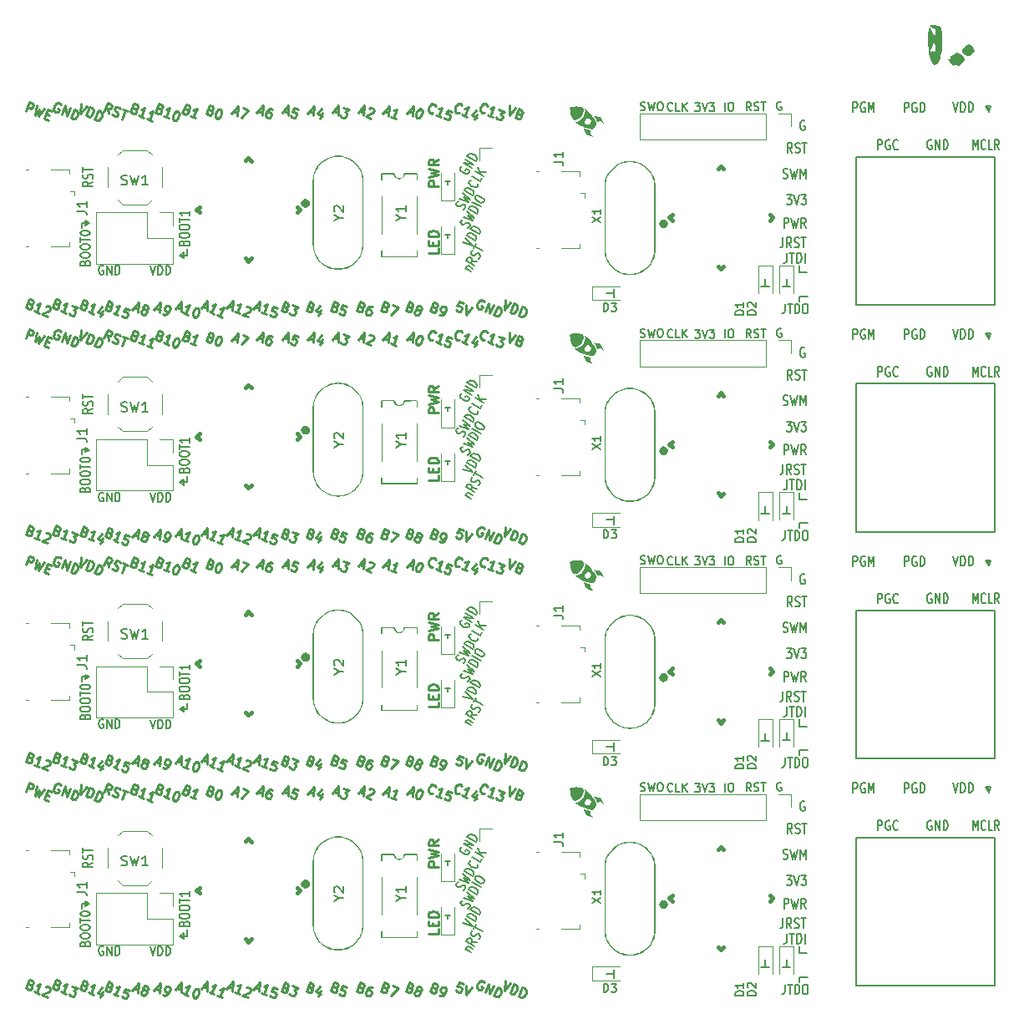
<source format=gto>
%MOIN*%
%OFA0B0*%
%FSLAX46Y46*%
%IPPOS*%
%LPD*%
%ADD10C,0.0039370078740157488*%
%ADD11C,0.00984251968503937*%
%ADD12C,0.0078740157480314977*%
%ADD13C,0.0093503937007874023*%
%ADD14C,0.0047244094488188976*%
%ADD15C,0.015748031496062995*%
%ADD16C,0.029527559055118113*%
%ADD17C,0.005905511811023622*%
%ADD28C,0.0039370078740157488*%
%ADD29C,0.00984251968503937*%
%ADD30C,0.0078740157480314977*%
%ADD31C,0.0093503937007874023*%
%ADD32C,0.0047244094488188976*%
%ADD33C,0.015748031496062995*%
%ADD34C,0.029527559055118113*%
%ADD35C,0.005905511811023622*%
%ADD36C,0.0039370078740157488*%
%ADD37C,0.00984251968503937*%
%ADD38C,0.0078740157480314977*%
%ADD39C,0.0093503937007874023*%
%ADD40C,0.0047244094488188976*%
%ADD41C,0.015748031496062995*%
%ADD42C,0.029527559055118113*%
%ADD43C,0.005905511811023622*%
%ADD44C,0.0039370078740157488*%
%ADD45C,0.00984251968503937*%
%ADD46C,0.0078740157480314977*%
%ADD47C,0.0093503937007874023*%
%ADD48C,0.0047244094488188976*%
%ADD49C,0.015748031496062995*%
%ADD50C,0.029527559055118113*%
%ADD51C,0.005905511811023622*%
%ADD52C,0.0039370078740157488*%
%ADD53C,0.0078740157480314977*%
%ADD54C,0.0047244094488188976*%
%ADD55C,0.005905511811023622*%
%ADD56C,0.015748031496062995*%
%ADD57C,0.029527559055118113*%
%ADD58C,0.0039370078740157488*%
%ADD59C,0.0078740157480314977*%
%ADD60C,0.0047244094488188976*%
%ADD61C,0.005905511811023622*%
%ADD62C,0.015748031496062995*%
%ADD63C,0.029527559055118113*%
%ADD64C,0.0039370078740157488*%
%ADD65C,0.0078740157480314977*%
%ADD66C,0.0047244094488188976*%
%ADD67C,0.005905511811023622*%
%ADD68C,0.015748031496062995*%
%ADD69C,0.029527559055118113*%
%ADD70C,0.0039370078740157488*%
%ADD71C,0.0078740157480314977*%
%ADD72C,0.0047244094488188976*%
%ADD73C,0.005905511811023622*%
%ADD74C,0.015748031496062995*%
%ADD75C,0.029527559055118113*%
%ADD76C,0.0039370078740157488*%
%ADD77C,0.0039370078740157488*%
%ADD78C,0.0078740157480314977*%
%ADD79C,0.0073818897637795283*%
%ADD80C,0.005905511811023622*%
%ADD81C,0.0039370078740157488*%
%ADD82C,0.0078740157480314977*%
%ADD83C,0.0073818897637795283*%
%ADD84C,0.005905511811023622*%
%ADD85C,0.0039370078740157488*%
%ADD86C,0.0078740157480314977*%
%ADD87C,0.0073818897637795283*%
%ADD88C,0.005905511811023622*%
%ADD89C,0.0039370078740157488*%
%ADD90C,0.0078740157480314977*%
%ADD91C,0.0073818897637795283*%
%ADD92C,0.005905511811023622*%
%ADD93C,0.0039370078740157488*%
G01G01*
D10*
D11*
X0001667495Y0000299021D02*
X0001667495Y0000280273D01*
X0001628125Y0000280273D01*
X0001646872Y0000312144D02*
X0001646872Y0000325268D01*
X0001667495Y0000330892D02*
X0001667495Y0000312144D01*
X0001628125Y0000312144D01*
X0001628125Y0000330892D01*
X0001667495Y0000347765D02*
X0001628125Y0000347765D01*
X0001628125Y0000357139D01*
X0001630000Y0000362763D01*
X0001633749Y0000366512D01*
X0001637499Y0000368387D01*
X0001644998Y0000370262D01*
X0001650622Y0000370262D01*
X0001658121Y0000368387D01*
X0001661871Y0000366512D01*
X0001665620Y0000362763D01*
X0001667495Y0000357139D01*
X0001667495Y0000347765D01*
X0001668282Y0000548608D02*
X0001628912Y0000548608D01*
X0001628912Y0000563607D01*
X0001630787Y0000567356D01*
X0001632662Y0000569231D01*
X0001636411Y0000571106D01*
X0001642035Y0000571106D01*
X0001645785Y0000569231D01*
X0001647660Y0000567356D01*
X0001649535Y0000563607D01*
X0001649535Y0000548608D01*
X0001628912Y0000584229D02*
X0001668282Y0000593603D01*
X0001640161Y0000601102D01*
X0001668282Y0000608601D01*
X0001628912Y0000617975D01*
X0001668282Y0000655470D02*
X0001649535Y0000642347D01*
X0001668282Y0000632973D02*
X0001628912Y0000632973D01*
X0001628912Y0000647971D01*
X0001630787Y0000651721D01*
X0001632662Y0000653595D01*
X0001636411Y0000655470D01*
X0001642035Y0000655470D01*
X0001645785Y0000653595D01*
X0001647660Y0000651721D01*
X0001649535Y0000647971D01*
X0001649535Y0000632973D01*
D12*
X0001707165Y0000555118D02*
X0001707165Y0000568503D01*
X0001696850Y0000568897D02*
X0001716535Y0000568897D01*
X0001707086Y0000341732D02*
X0001707086Y0000355118D01*
X0001696929Y0000355118D02*
X0001716614Y0000355118D01*
X0001769597Y0000454020D02*
X0001773470Y0000456979D01*
X0001777220Y0000463473D01*
X0001777096Y0000467009D01*
X0001776222Y0000469245D01*
X0001773725Y0000472418D01*
X0001770478Y0000474293D01*
X0001766481Y0000474869D01*
X0001764107Y0000474508D01*
X0001760984Y0000472847D01*
X0001756360Y0000468589D01*
X0001753237Y0000466929D01*
X0001750864Y0000466567D01*
X0001746867Y0000467143D01*
X0001743619Y0000469018D01*
X0001741122Y0000472192D01*
X0001740248Y0000474428D01*
X0001740125Y0000477963D01*
X0001743874Y0000484457D01*
X0001747747Y0000487417D01*
X0001751373Y0000497446D02*
X0001789218Y0000484255D01*
X0001767864Y0000503512D01*
X0001795217Y0000494646D01*
X0001764871Y0000520826D01*
X0001804966Y0000511532D02*
X0001770871Y0000531217D01*
X0001774620Y0000537711D01*
X0001778494Y0000540670D01*
X0001783241Y0000541393D01*
X0001787238Y0000540818D01*
X0001794482Y0000538367D01*
X0001799353Y0000535555D01*
X0001805097Y0000530506D01*
X0001807595Y0000527333D01*
X0001809342Y0000522860D01*
X0001808716Y0000518026D01*
X0001804966Y0000511532D01*
X0001826466Y0000556270D02*
X0001827340Y0000554033D01*
X0001826713Y0000549199D01*
X0001825214Y0000546601D01*
X0001821340Y0000543642D01*
X0001816593Y0000542919D01*
X0001812596Y0000543495D01*
X0001805352Y0000545946D01*
X0001800481Y0000548758D01*
X0001794737Y0000553806D01*
X0001792239Y0000556980D01*
X0001790492Y0000561452D01*
X0001791118Y0000566287D01*
X0001792618Y0000568884D01*
X0001796491Y0000571844D01*
X0001798865Y0000572205D01*
X0001843961Y0000579073D02*
X0001836462Y0000566085D01*
X0001802367Y0000585770D01*
X0001849211Y0000588165D02*
X0001815115Y0000607851D01*
X0001858210Y0000603752D02*
X0001831977Y0000603311D01*
X0001824114Y0000623437D02*
X0001834598Y0000596602D01*
X0000331199Y0000229055D02*
X0000328200Y0000230742D01*
X0000323700Y0000230742D01*
X0000319201Y0000229055D01*
X0000316201Y0000225680D01*
X0000314701Y0000222305D01*
X0000313202Y0000215556D01*
X0000313202Y0000210494D01*
X0000314701Y0000203745D01*
X0000316201Y0000200371D01*
X0000319201Y0000196996D01*
X0000323700Y0000195309D01*
X0000326700Y0000195309D01*
X0000331199Y0000196996D01*
X0000332699Y0000198683D01*
X0000332699Y0000210494D01*
X0000326700Y0000210494D01*
X0000346197Y0000195309D02*
X0000346197Y0000230742D01*
X0000364195Y0000195309D01*
X0000364195Y0000230742D01*
X0000379193Y0000195309D02*
X0000379193Y0000230742D01*
X0000386692Y0000230742D01*
X0000391192Y0000229055D01*
X0000394192Y0000225680D01*
X0000395691Y0000222305D01*
X0000397191Y0000215556D01*
X0000397191Y0000210494D01*
X0000395691Y0000203745D01*
X0000394192Y0000200371D01*
X0000391192Y0000196996D01*
X0000386692Y0000195309D01*
X0000379193Y0000195309D01*
X0000653880Y0000321391D02*
X0000655755Y0000325890D01*
X0000657630Y0000327390D01*
X0000661379Y0000328890D01*
X0000667004Y0000328890D01*
X0000670753Y0000327390D01*
X0000672628Y0000325890D01*
X0000674503Y0000322890D01*
X0000674503Y0000310892D01*
X0000635133Y0000310892D01*
X0000635133Y0000321391D01*
X0000637007Y0000324390D01*
X0000638882Y0000325890D01*
X0000642632Y0000327390D01*
X0000646381Y0000327390D01*
X0000650131Y0000325890D01*
X0000652005Y0000324390D01*
X0000653880Y0000321391D01*
X0000653880Y0000310892D01*
X0000635133Y0000348387D02*
X0000635133Y0000354386D01*
X0000637007Y0000357386D01*
X0000640757Y0000360386D01*
X0000648256Y0000361886D01*
X0000661379Y0000361886D01*
X0000668878Y0000360386D01*
X0000672628Y0000357386D01*
X0000674503Y0000354386D01*
X0000674503Y0000348387D01*
X0000672628Y0000345388D01*
X0000668878Y0000342388D01*
X0000661379Y0000340888D01*
X0000648256Y0000340888D01*
X0000640757Y0000342388D01*
X0000637007Y0000345388D01*
X0000635133Y0000348387D01*
X0000635133Y0000381383D02*
X0000635133Y0000387382D01*
X0000637007Y0000390382D01*
X0000640757Y0000393382D01*
X0000648256Y0000394881D01*
X0000661379Y0000394881D01*
X0000668878Y0000393382D01*
X0000672628Y0000390382D01*
X0000674503Y0000387382D01*
X0000674503Y0000381383D01*
X0000672628Y0000378383D01*
X0000668878Y0000375384D01*
X0000661379Y0000373884D01*
X0000648256Y0000373884D01*
X0000640757Y0000375384D01*
X0000637007Y0000378383D01*
X0000635133Y0000381383D01*
X0000635133Y0000403880D02*
X0000635133Y0000421878D01*
X0000674503Y0000412879D02*
X0000635133Y0000412879D01*
X0000674503Y0000448875D02*
X0000674503Y0000430877D01*
X0000674503Y0000439876D02*
X0000635133Y0000439876D01*
X0000640757Y0000436876D01*
X0000644506Y0000433877D01*
X0000646381Y0000430877D01*
X0000289463Y0000565429D02*
X0000270716Y0000554930D01*
X0000289463Y0000547431D02*
X0000250093Y0000547431D01*
X0000250093Y0000559430D01*
X0000251968Y0000562429D01*
X0000253843Y0000563929D01*
X0000257592Y0000565429D01*
X0000263217Y0000565429D01*
X0000266966Y0000563929D01*
X0000268841Y0000562429D01*
X0000270716Y0000559430D01*
X0000270716Y0000547431D01*
X0000287589Y0000577427D02*
X0000289463Y0000581927D01*
X0000289463Y0000589426D01*
X0000287589Y0000592425D01*
X0000285714Y0000593925D01*
X0000281964Y0000595425D01*
X0000278215Y0000595425D01*
X0000274465Y0000593925D01*
X0000272590Y0000592425D01*
X0000270716Y0000589426D01*
X0000268841Y0000583427D01*
X0000266966Y0000580427D01*
X0000265091Y0000578927D01*
X0000261342Y0000577427D01*
X0000257592Y0000577427D01*
X0000253843Y0000578927D01*
X0000251968Y0000580427D01*
X0000250093Y0000583427D01*
X0000250093Y0000590926D01*
X0000251968Y0000595425D01*
X0000250093Y0000604424D02*
X0000250093Y0000622422D01*
X0000289463Y0000613423D02*
X0000250093Y0000613423D01*
X0000246850Y0000388188D02*
X0000246850Y0000381496D01*
X0000651181Y0000261023D02*
X0000635826Y0000271653D01*
X0000651181Y0000282283D02*
X0000651181Y0000261023D01*
X0000635826Y0000271653D02*
X0000651181Y0000282283D01*
X0000665354Y0000271653D02*
X0000635826Y0000271653D01*
X0000666141Y0000296456D02*
X0000665354Y0000271653D01*
X0000276771Y0000400787D02*
X0000260236Y0000409842D01*
X0000259842Y0000391338D02*
X0000276771Y0000400787D01*
X0000259842Y0000409448D02*
X0000259842Y0000391338D01*
X0000272440Y0000401968D02*
X0000259842Y0000409448D01*
X0000246850Y0000401574D02*
X0000272440Y0000401968D01*
X0000246850Y0000388582D02*
X0000246850Y0000401574D01*
X0000257817Y0000242257D02*
X0000259692Y0000246756D01*
X0000261567Y0000248256D01*
X0000265316Y0000249756D01*
X0000270941Y0000249756D01*
X0000274690Y0000248256D01*
X0000276565Y0000246756D01*
X0000278440Y0000243757D01*
X0000278440Y0000231758D01*
X0000239070Y0000231758D01*
X0000239070Y0000242257D01*
X0000240944Y0000245256D01*
X0000242819Y0000246756D01*
X0000246569Y0000248256D01*
X0000250318Y0000248256D01*
X0000254068Y0000246756D01*
X0000255942Y0000245256D01*
X0000257817Y0000242257D01*
X0000257817Y0000231758D01*
X0000239070Y0000269253D02*
X0000239070Y0000275253D01*
X0000240944Y0000278252D01*
X0000244694Y0000281252D01*
X0000252193Y0000282752D01*
X0000265316Y0000282752D01*
X0000272815Y0000281252D01*
X0000276565Y0000278252D01*
X0000278440Y0000275253D01*
X0000278440Y0000269253D01*
X0000276565Y0000266254D01*
X0000272815Y0000263254D01*
X0000265316Y0000261754D01*
X0000252193Y0000261754D01*
X0000244694Y0000263254D01*
X0000240944Y0000266254D01*
X0000239070Y0000269253D01*
X0000239070Y0000302249D02*
X0000239070Y0000308248D01*
X0000240944Y0000311248D01*
X0000244694Y0000314248D01*
X0000252193Y0000315748D01*
X0000265316Y0000315748D01*
X0000272815Y0000314248D01*
X0000276565Y0000311248D01*
X0000278440Y0000308248D01*
X0000278440Y0000302249D01*
X0000276565Y0000299250D01*
X0000272815Y0000296250D01*
X0000265316Y0000294750D01*
X0000252193Y0000294750D01*
X0000244694Y0000296250D01*
X0000240944Y0000299250D01*
X0000239070Y0000302249D01*
X0000239070Y0000324746D02*
X0000239070Y0000342744D01*
X0000278440Y0000333745D02*
X0000239070Y0000333745D01*
X0000239070Y0000359242D02*
X0000239070Y0000362242D01*
X0000240944Y0000365241D01*
X0000242819Y0000366741D01*
X0000246569Y0000368241D01*
X0000254068Y0000369741D01*
X0000263442Y0000369741D01*
X0000270941Y0000368241D01*
X0000274690Y0000366741D01*
X0000276565Y0000365241D01*
X0000278440Y0000362242D01*
X0000278440Y0000359242D01*
X0000276565Y0000356242D01*
X0000274690Y0000354743D01*
X0000270941Y0000353243D01*
X0000263442Y0000351743D01*
X0000254068Y0000351743D01*
X0000246569Y0000353243D01*
X0000242819Y0000354743D01*
X0000240944Y0000356242D01*
X0000239070Y0000359242D01*
X0000518713Y0000229561D02*
X0000529212Y0000194128D01*
X0000539711Y0000229561D01*
X0000550209Y0000194128D02*
X0000550209Y0000229561D01*
X0000557709Y0000229561D01*
X0000562208Y0000227874D01*
X0000565208Y0000224499D01*
X0000566707Y0000221124D01*
X0000568207Y0000214375D01*
X0000568207Y0000209313D01*
X0000566707Y0000202564D01*
X0000565208Y0000199190D01*
X0000562208Y0000195815D01*
X0000557709Y0000194128D01*
X0000550209Y0000194128D01*
X0000581706Y0000194128D02*
X0000581706Y0000229561D01*
X0000589205Y0000229561D01*
X0000593704Y0000227874D01*
X0000596704Y0000224499D01*
X0000598203Y0000221124D01*
X0000599703Y0000214375D01*
X0000599703Y0000209313D01*
X0000598203Y0000202564D01*
X0000596704Y0000199190D01*
X0000593704Y0000195815D01*
X0000589205Y0000194128D01*
X0000581706Y0000194128D01*
X0001765528Y0000322364D02*
X0001804872Y0000311771D01*
X0001776026Y0000340548D01*
X0001815371Y0000329955D02*
X0001781276Y0000349640D01*
X0001785025Y0000356134D01*
X0001788899Y0000359094D01*
X0001793646Y0000359817D01*
X0001797643Y0000359241D01*
X0001804887Y0000356790D01*
X0001809758Y0000353978D01*
X0001815502Y0000348930D01*
X0001817999Y0000345756D01*
X0001819747Y0000341283D01*
X0001819121Y0000336449D01*
X0001815371Y0000329955D01*
X0001831119Y0000357231D02*
X0001797024Y0000376916D01*
X0001800773Y0000383411D01*
X0001804647Y0000386370D01*
X0001809394Y0000387093D01*
X0001813391Y0000386517D01*
X0001820635Y0000384066D01*
X0001825506Y0000381254D01*
X0001831250Y0000376206D01*
X0001833747Y0000373032D01*
X0001835495Y0000368560D01*
X0001834869Y0000363726D01*
X0001831119Y0000357231D01*
X0001777080Y0000220331D02*
X0001799811Y0000207208D01*
X0001780327Y0000218456D02*
X0001779454Y0000220693D01*
X0001779330Y0000224228D01*
X0001781580Y0000228124D01*
X0001784703Y0000229785D01*
X0001788700Y0000229209D01*
X0001806560Y0000218898D01*
X0001823058Y0000247473D02*
X0001801572Y0000247755D01*
X0001814059Y0000231887D02*
X0001779963Y0000251572D01*
X0001785963Y0000261962D01*
X0001789086Y0000263623D01*
X0001791460Y0000263984D01*
X0001795457Y0000263408D01*
X0001800327Y0000260596D01*
X0001802825Y0000257423D01*
X0001803698Y0000255187D01*
X0001803822Y0000251651D01*
X0001797823Y0000241260D01*
X0001827433Y0000258801D02*
X0001831307Y0000261761D01*
X0001835056Y0000268255D01*
X0001834932Y0000271790D01*
X0001834059Y0000274026D01*
X0001831561Y0000277200D01*
X0001828314Y0000279075D01*
X0001824317Y0000279651D01*
X0001821944Y0000279289D01*
X0001818820Y0000277629D01*
X0001814197Y0000273371D01*
X0001811074Y0000271710D01*
X0001808700Y0000271349D01*
X0001804703Y0000271925D01*
X0001801456Y0000273800D01*
X0001798959Y0000276973D01*
X0001798085Y0000279209D01*
X0001797961Y0000282745D01*
X0001801711Y0000289239D01*
X0001805584Y0000292198D01*
X0001808460Y0000300929D02*
X0001817459Y0000316515D01*
X0001847055Y0000289037D02*
X0001812959Y0000308722D01*
X0001786807Y0000381003D02*
X0001790680Y0000383963D01*
X0001794430Y0000390457D01*
X0001794306Y0000393992D01*
X0001793433Y0000396228D01*
X0001790935Y0000399402D01*
X0001787688Y0000401277D01*
X0001783691Y0000401853D01*
X0001781317Y0000401491D01*
X0001778194Y0000399831D01*
X0001773571Y0000395573D01*
X0001770447Y0000393912D01*
X0001768074Y0000393551D01*
X0001764077Y0000394127D01*
X0001760830Y0000396002D01*
X0001758332Y0000399175D01*
X0001757459Y0000401411D01*
X0001757335Y0000404947D01*
X0001761084Y0000411441D01*
X0001764958Y0000414400D01*
X0001768584Y0000424430D02*
X0001806429Y0000411239D01*
X0001785074Y0000430495D01*
X0001812428Y0000421630D01*
X0001782082Y0000447810D01*
X0001822177Y0000438515D02*
X0001788081Y0000458201D01*
X0001791831Y0000464695D01*
X0001795704Y0000467654D01*
X0001800451Y0000468377D01*
X0001804448Y0000467801D01*
X0001811692Y0000465351D01*
X0001816563Y0000462538D01*
X0001822308Y0000457490D01*
X0001824805Y0000454316D01*
X0001826552Y0000449844D01*
X0001825926Y0000445010D01*
X0001822177Y0000438515D01*
X0001837925Y0000465792D02*
X0001803829Y0000485477D01*
X0001814328Y0000503661D02*
X0001817327Y0000508857D01*
X0001820451Y0000510517D01*
X0001825198Y0000511240D01*
X0001832442Y0000508789D01*
X0001843807Y0000502228D01*
X0001849552Y0000497179D01*
X0001851299Y0000492707D01*
X0001851423Y0000489172D01*
X0001848423Y0000483976D01*
X0001845300Y0000482316D01*
X0001840553Y0000481593D01*
X0001833309Y0000484043D01*
X0001821943Y0000490605D01*
X0001816199Y0000495653D01*
X0001814452Y0000500126D01*
X0001814328Y0000503661D01*
X0001761583Y0000625595D02*
X0001758460Y0000623935D01*
X0001756210Y0000620038D01*
X0001755584Y0000615204D01*
X0001757331Y0000610732D01*
X0001759829Y0000607558D01*
X0001765573Y0000602510D01*
X0001770444Y0000599698D01*
X0001777688Y0000597247D01*
X0001781685Y0000596671D01*
X0001786432Y0000597394D01*
X0001790306Y0000600353D01*
X0001791805Y0000602951D01*
X0001792432Y0000607785D01*
X0001791558Y0000610021D01*
X0001780193Y0000616583D01*
X0001777193Y0000611388D01*
X0001801554Y0000619837D02*
X0001767459Y0000639522D01*
X0001810553Y0000635423D01*
X0001776458Y0000655108D01*
X0001818052Y0000648412D02*
X0001783957Y0000668097D01*
X0001787706Y0000674591D01*
X0001791579Y0000677550D01*
X0001796326Y0000678273D01*
X0001800324Y0000677698D01*
X0001807568Y0000675247D01*
X0001812439Y0000672435D01*
X0001818183Y0000667386D01*
X0001820680Y0000664213D01*
X0001822428Y0000659740D01*
X0001821802Y0000654906D01*
X0001818052Y0000648412D01*
D13*
X0000021122Y0000847601D02*
X0000035133Y0000882280D01*
X0000048344Y0000876942D01*
X0000050979Y0000873956D01*
X0000051964Y0000871638D01*
X0000052281Y0000867668D01*
X0000050279Y0000862714D01*
X0000047293Y0000860078D01*
X0000044975Y0000859094D01*
X0000041005Y0000858777D01*
X0000027794Y0000864115D01*
X0000066509Y0000869603D02*
X0000060754Y0000831589D01*
X0000077368Y0000853690D01*
X0000073965Y0000826251D01*
X0000096233Y0000857594D01*
X0000102772Y0000835743D02*
X0000114331Y0000831072D01*
X0000111946Y0000810906D02*
X0000095433Y0000817578D01*
X0000109443Y0000852256D01*
X0000125957Y0000845584D01*
X0000161292Y0000874077D02*
X0000158657Y0000877062D01*
X0000153703Y0000879064D01*
X0000148081Y0000879414D01*
X0000143444Y0000877446D01*
X0000140459Y0000874810D01*
X0000136139Y0000868872D01*
X0000134137Y0000863918D01*
X0000133120Y0000856645D01*
X0000133437Y0000852676D01*
X0000135405Y0000848039D01*
X0000139692Y0000844386D01*
X0000142994Y0000843051D01*
X0000148616Y0000842701D01*
X0000150934Y0000843685D01*
X0000155605Y0000855245D01*
X0000148999Y0000857913D01*
X0000164462Y0000834378D02*
X0000178473Y0000869056D01*
X0000184278Y0000826372D01*
X0000198289Y0000861050D01*
X0000200791Y0000819700D02*
X0000214802Y0000854378D01*
X0000223059Y0000851042D01*
X0000227346Y0000847389D01*
X0000229314Y0000842752D01*
X0000229631Y0000838782D01*
X0000228614Y0000831510D01*
X0000226612Y0000826556D01*
X0000222292Y0000820617D01*
X0000219306Y0000817982D01*
X0000214669Y0000816014D01*
X0000209048Y0000816364D01*
X0000200791Y0000819700D01*
X0000241750Y0000877829D02*
X0000239298Y0000838480D01*
X0000264868Y0000868488D01*
X0000262417Y0000829140D02*
X0000276428Y0000863818D01*
X0000284684Y0000860482D01*
X0000288971Y0000856829D01*
X0000290940Y0000852192D01*
X0000291257Y0000848222D01*
X0000290239Y0000840949D01*
X0000288238Y0000835995D01*
X0000283918Y0000830057D01*
X0000280932Y0000827422D01*
X0000276295Y0000825453D01*
X0000270674Y0000825804D01*
X0000262417Y0000829140D01*
X0000297095Y0000815129D02*
X0000311106Y0000849807D01*
X0000319363Y0000846471D01*
X0000323649Y0000842818D01*
X0000325618Y0000838181D01*
X0000325935Y0000834211D01*
X0000324917Y0000826939D01*
X0000322916Y0000821985D01*
X0000318596Y0000816046D01*
X0000315610Y0000813411D01*
X0000310973Y0000811443D01*
X0000305352Y0000811793D01*
X0000297095Y0000815129D01*
X0000353411Y0000836866D02*
X0000348523Y0000858050D01*
X0000333595Y0000844872D02*
X0000347606Y0000879551D01*
X0000360817Y0000874213D01*
X0000363452Y0000871227D01*
X0000364436Y0000868909D01*
X0000364753Y0000864939D01*
X0000362752Y0000859985D01*
X0000359766Y0000857350D01*
X0000357447Y0000856365D01*
X0000353477Y0000856048D01*
X0000340267Y0000861386D01*
X0000367289Y0000833180D02*
X0000371576Y0000829527D01*
X0000379832Y0000826191D01*
X0000383802Y0000826508D01*
X0000386121Y0000827492D01*
X0000389107Y0000830128D01*
X0000390441Y0000833431D01*
X0000390124Y0000837401D01*
X0000389140Y0000839719D01*
X0000386504Y0000842705D01*
X0000380566Y0000847025D01*
X0000377931Y0000850011D01*
X0000376946Y0000852329D01*
X0000376629Y0000856299D01*
X0000377964Y0000859602D01*
X0000380950Y0000862237D01*
X0000383268Y0000863221D01*
X0000387238Y0000863538D01*
X0000395495Y0000860202D01*
X0000399782Y0000856549D01*
X0000410357Y0000854198D02*
X0000430173Y0000846191D01*
X0000406254Y0000815516D02*
X0000420265Y0000850195D01*
X0000458246Y0000856158D02*
X0000462533Y0000852505D01*
X0000463517Y0000850187D01*
X0000463834Y0000846217D01*
X0000461832Y0000841263D01*
X0000458846Y0000838627D01*
X0000456528Y0000837643D01*
X0000452558Y0000837326D01*
X0000439347Y0000842664D01*
X0000453358Y0000877342D01*
X0000464918Y0000872671D01*
X0000467553Y0000869686D01*
X0000468537Y0000867367D01*
X0000468854Y0000863397D01*
X0000467520Y0000860095D01*
X0000464534Y0000857459D01*
X0000462216Y0000856475D01*
X0000458246Y0000856158D01*
X0000446686Y0000860828D01*
X0000492190Y0000821314D02*
X0000472374Y0000829320D01*
X0000482282Y0000825317D02*
X0000496293Y0000859995D01*
X0000490989Y0000856375D01*
X0000486352Y0000854407D01*
X0000482382Y0000854090D01*
X0000525217Y0000807970D02*
X0000505401Y0000815976D01*
X0000515309Y0000811973D02*
X0000529320Y0000846651D01*
X0000524016Y0000843032D01*
X0000519379Y0000841063D01*
X0000515409Y0000840746D01*
X0000557537Y0000855686D02*
X0000561824Y0000852033D01*
X0000562808Y0000849714D01*
X0000563125Y0000845744D01*
X0000561124Y0000840790D01*
X0000558138Y0000838155D01*
X0000555819Y0000837171D01*
X0000551849Y0000836854D01*
X0000538639Y0000842191D01*
X0000552650Y0000876869D01*
X0000564209Y0000872199D01*
X0000566844Y0000869213D01*
X0000567829Y0000866895D01*
X0000568146Y0000862925D01*
X0000566811Y0000859622D01*
X0000563825Y0000856987D01*
X0000561507Y0000856003D01*
X0000557537Y0000855686D01*
X0000545978Y0000860356D01*
X0000591482Y0000820841D02*
X0000571665Y0000828847D01*
X0000581574Y0000824844D02*
X0000595584Y0000859522D01*
X0000590280Y0000855903D01*
X0000585643Y0000853935D01*
X0000581673Y0000853618D01*
X0000626960Y0000846846D02*
X0000630263Y0000845512D01*
X0000632898Y0000842526D01*
X0000633882Y0000840207D01*
X0000634199Y0000836237D01*
X0000633182Y0000828965D01*
X0000629846Y0000820708D01*
X0000625526Y0000814770D01*
X0000622540Y0000812135D01*
X0000620222Y0000811150D01*
X0000616252Y0000810833D01*
X0000612949Y0000812168D01*
X0000610314Y0000815154D01*
X0000609329Y0000817472D01*
X0000609012Y0000821442D01*
X0000610030Y0000828714D01*
X0000613366Y0000836971D01*
X0000617686Y0000842909D01*
X0000620672Y0000845545D01*
X0000622990Y0000846529D01*
X0000626960Y0000846846D01*
X0000666176Y0000854132D02*
X0000670463Y0000850479D01*
X0000671447Y0000848160D01*
X0000671764Y0000844191D01*
X0000669763Y0000839237D01*
X0000666777Y0000836601D01*
X0000664459Y0000835617D01*
X0000660489Y0000835300D01*
X0000647278Y0000840637D01*
X0000661289Y0000875316D01*
X0000672848Y0000870645D01*
X0000675484Y0000867660D01*
X0000676468Y0000865341D01*
X0000676785Y0000861371D01*
X0000675451Y0000858068D01*
X0000672465Y0000855433D01*
X0000670146Y0000854449D01*
X0000666176Y0000854132D01*
X0000654617Y0000858802D01*
X0000700121Y0000819287D02*
X0000680305Y0000827294D01*
X0000690213Y0000823291D02*
X0000704224Y0000857969D01*
X0000698920Y0000854349D01*
X0000694283Y0000852381D01*
X0000690313Y0000852064D01*
X0000759877Y0000849407D02*
X0000764164Y0000845755D01*
X0000765148Y0000843436D01*
X0000765465Y0000839466D01*
X0000763464Y0000834512D01*
X0000760478Y0000831877D01*
X0000758159Y0000830892D01*
X0000754190Y0000830575D01*
X0000740979Y0000835913D01*
X0000754990Y0000870591D01*
X0000766549Y0000865921D01*
X0000769185Y0000862935D01*
X0000770169Y0000860617D01*
X0000770486Y0000856647D01*
X0000769151Y0000853344D01*
X0000766166Y0000850709D01*
X0000763847Y0000849724D01*
X0000759877Y0000849407D01*
X0000748318Y0000854078D01*
X0000796273Y0000853912D02*
X0000799576Y0000852577D01*
X0000802211Y0000849591D01*
X0000803196Y0000847273D01*
X0000803513Y0000843303D01*
X0000802495Y0000836030D01*
X0000799159Y0000827774D01*
X0000794839Y0000821836D01*
X0000791853Y0000819200D01*
X0000789535Y0000818216D01*
X0000785565Y0000817899D01*
X0000782262Y0000819233D01*
X0000779627Y0000822219D01*
X0000778643Y0000824538D01*
X0000778326Y0000828507D01*
X0000779343Y0000835780D01*
X0000782679Y0000844037D01*
X0000786999Y0000849975D01*
X0000789985Y0000852610D01*
X0000792303Y0000853595D01*
X0000796273Y0000853912D01*
X0000849351Y0000845881D02*
X0000865864Y0000839209D01*
X0000842045Y0000837307D02*
X0000867615Y0000867315D01*
X0000865164Y0000827967D01*
X0000887431Y0000859309D02*
X0000910550Y0000849968D01*
X0000881677Y0000821295D01*
X0000950138Y0000847850D02*
X0000966652Y0000841178D01*
X0000942833Y0000839276D02*
X0000968403Y0000869284D01*
X0000965951Y0000829935D01*
X0001006384Y0000853939D02*
X0000999778Y0000856607D01*
X0000995808Y0000856290D01*
X0000993490Y0000855306D01*
X0000988186Y0000851687D01*
X0000983866Y0000845748D01*
X0000978528Y0000832538D01*
X0000978845Y0000828568D01*
X0000979829Y0000826249D01*
X0000982465Y0000823264D01*
X0000989070Y0000820595D01*
X0000993040Y0000820912D01*
X0000995358Y0000821896D01*
X0000998344Y0000824531D01*
X0001001680Y0000832788D01*
X0001001363Y0000836758D01*
X0001000379Y0000839077D01*
X0000997743Y0000842062D01*
X0000991138Y0000844731D01*
X0000987168Y0000844414D01*
X0000984850Y0000843430D01*
X0000981864Y0000840794D01*
X0001052107Y0000847850D02*
X0001068620Y0000841178D01*
X0001044801Y0000839276D02*
X0001070371Y0000869284D01*
X0001067920Y0000829935D01*
X0001110003Y0000853271D02*
X0001093490Y0000859943D01*
X0001085167Y0000844097D01*
X0001087485Y0000845081D01*
X0001091455Y0000845398D01*
X0001099712Y0000842062D01*
X0001102347Y0000839077D01*
X0001103332Y0000836758D01*
X0001103649Y0000832788D01*
X0001100313Y0000824531D01*
X0001097327Y0000821896D01*
X0001095008Y0000820912D01*
X0001091039Y0000820595D01*
X0001082782Y0000823931D01*
X0001080146Y0000826916D01*
X0001079162Y0000829235D01*
X0001154075Y0000847062D02*
X0001170589Y0000840390D01*
X0001146770Y0000838489D02*
X0001172340Y0000868496D01*
X0001169888Y0000829148D01*
X0001205650Y0000841592D02*
X0001196310Y0000818473D01*
X0001202731Y0000858138D02*
X0001184467Y0000836704D01*
X0001205934Y0000828031D01*
X0001251713Y0000848637D02*
X0001268227Y0000841965D01*
X0001244407Y0000840063D02*
X0001269978Y0000870071D01*
X0001267526Y0000830723D01*
X0001289794Y0000862065D02*
X0001311261Y0000853392D01*
X0001294364Y0000844851D01*
X0001299318Y0000842850D01*
X0001301954Y0000839864D01*
X0001302938Y0000837545D01*
X0001303255Y0000833575D01*
X0001299919Y0000825319D01*
X0001296933Y0000822683D01*
X0001294615Y0000821699D01*
X0001290645Y0000821382D01*
X0001280737Y0000825385D01*
X0001278101Y0000828371D01*
X0001277117Y0000830690D01*
X0001354863Y0000848637D02*
X0001371376Y0000841965D01*
X0001347557Y0000840063D02*
X0001373127Y0000870071D01*
X0001370676Y0000830723D01*
X0001393260Y0000858095D02*
X0001395579Y0000859079D01*
X0001399549Y0000859396D01*
X0001407805Y0000856060D01*
X0001410441Y0000853075D01*
X0001411425Y0000850756D01*
X0001411742Y0000846786D01*
X0001410408Y0000843484D01*
X0001406755Y0000839197D01*
X0001378932Y0000827387D01*
X0001400400Y0000818713D01*
X0001454075Y0000846669D02*
X0001470589Y0000839997D01*
X0001446770Y0000838095D02*
X0001472340Y0000868103D01*
X0001469888Y0000828754D01*
X0001499612Y0000816745D02*
X0001479796Y0000824751D01*
X0001489704Y0000820748D02*
X0001503715Y0000855426D01*
X0001498411Y0000851807D01*
X0001493774Y0000849838D01*
X0001489804Y0000849521D01*
X0001549351Y0000846669D02*
X0001565864Y0000839997D01*
X0001542045Y0000838095D02*
X0001567615Y0000868103D01*
X0001565164Y0000828754D01*
X0001597340Y0000856093D02*
X0001600642Y0000854759D01*
X0001603278Y0000851773D01*
X0001604262Y0000849455D01*
X0001604579Y0000845485D01*
X0001603561Y0000838212D01*
X0001600226Y0000829956D01*
X0001595905Y0000824017D01*
X0001592920Y0000821382D01*
X0001590601Y0000820398D01*
X0001586631Y0000820081D01*
X0001583329Y0000821415D01*
X0001580693Y0000824401D01*
X0001579709Y0000826719D01*
X0001579392Y0000830689D01*
X0001580409Y0000837962D01*
X0001583745Y0000846219D01*
X0001588065Y0000852157D01*
X0001591051Y0000854792D01*
X0001593370Y0000855776D01*
X0001597340Y0000856093D01*
X0001646403Y0000839850D02*
X0001644085Y0000838866D01*
X0001638464Y0000839216D01*
X0001635161Y0000840550D01*
X0001630874Y0000844203D01*
X0001628906Y0000848840D01*
X0001628589Y0000852810D01*
X0001629606Y0000860083D01*
X0001631608Y0000865037D01*
X0001635928Y0000870975D01*
X0001638914Y0000873610D01*
X0001643551Y0000875579D01*
X0001649172Y0000875228D01*
X0001652474Y0000873894D01*
X0001656761Y0000870241D01*
X0001657745Y0000867923D01*
X0001678096Y0000823203D02*
X0001658280Y0000831210D01*
X0001668188Y0000827207D02*
X0001682199Y0000861885D01*
X0001676894Y0000858265D01*
X0001672257Y0000856297D01*
X0001668287Y0000855980D01*
X0001723482Y0000845205D02*
X0001706969Y0000851877D01*
X0001698645Y0000836031D01*
X0001700964Y0000837015D01*
X0001704934Y0000837332D01*
X0001713191Y0000833996D01*
X0001715826Y0000831010D01*
X0001716810Y0000828692D01*
X0001717127Y0000824722D01*
X0001713791Y0000816465D01*
X0001710806Y0000813830D01*
X0001708487Y0000812845D01*
X0001704517Y0000812528D01*
X0001696260Y0000815864D01*
X0001693625Y0000818850D01*
X0001692641Y0000821169D01*
X0001751915Y0000841031D02*
X0001749597Y0000840047D01*
X0001743975Y0000840397D01*
X0001740673Y0000841731D01*
X0001736386Y0000845384D01*
X0001734418Y0000850021D01*
X0001734101Y0000853991D01*
X0001735118Y0000861264D01*
X0001737120Y0000866218D01*
X0001741440Y0000872156D01*
X0001744425Y0000874791D01*
X0001749062Y0000876760D01*
X0001754684Y0000876409D01*
X0001757986Y0000875075D01*
X0001762273Y0000871422D01*
X0001763257Y0000869104D01*
X0001783608Y0000824385D02*
X0001763791Y0000832391D01*
X0001773700Y0000828388D02*
X0001787710Y0000863066D01*
X0001782406Y0000859446D01*
X0001777769Y0000857478D01*
X0001773799Y0000857161D01*
X0001822672Y0000835494D02*
X0001813332Y0000812375D01*
X0001819753Y0000852041D02*
X0001801489Y0000830606D01*
X0001822956Y0000821933D01*
X0001853490Y0000840637D02*
X0001851171Y0000839653D01*
X0001845550Y0000840003D01*
X0001842248Y0000841338D01*
X0001837961Y0000844990D01*
X0001835992Y0000849628D01*
X0001835675Y0000853597D01*
X0001836693Y0000860870D01*
X0001838694Y0000865824D01*
X0001843014Y0000871762D01*
X0001846000Y0000874398D01*
X0001850637Y0000876366D01*
X0001856258Y0000876016D01*
X0001859561Y0000874681D01*
X0001863848Y0000871028D01*
X0001864832Y0000868710D01*
X0001885182Y0000823991D02*
X0001865366Y0000831997D01*
X0001875274Y0000827994D02*
X0001889285Y0000862672D01*
X0001883981Y0000859052D01*
X0001879344Y0000857084D01*
X0001875374Y0000856767D01*
X0001910753Y0000853999D02*
X0001932220Y0000845325D01*
X0001915323Y0000836785D01*
X0001920277Y0000834783D01*
X0001922913Y0000831798D01*
X0001923897Y0000829479D01*
X0001924214Y0000825509D01*
X0001920878Y0000817252D01*
X0001917892Y0000814617D01*
X0001915574Y0000813633D01*
X0001911604Y0000813316D01*
X0001901696Y0000817319D01*
X0001899060Y0000820305D01*
X0001898076Y0000822623D01*
X0001954049Y0000869957D02*
X0001951598Y0000830609D01*
X0001977168Y0000860616D01*
X0001993615Y0000834762D02*
X0001997902Y0000831110D01*
X0001998886Y0000828791D01*
X0001999203Y0000824821D01*
X0001997201Y0000819867D01*
X0001994216Y0000817232D01*
X0001991897Y0000816247D01*
X0001987927Y0000815930D01*
X0001974717Y0000821268D01*
X0001988727Y0000855946D01*
X0002000287Y0000851276D01*
X0002002922Y0000848290D01*
X0002003906Y0000845972D01*
X0002004223Y0000842002D01*
X0002002889Y0000838699D01*
X0001999903Y0000836064D01*
X0001997585Y0000835079D01*
X0001993615Y0000834762D01*
X0001982056Y0000839433D01*
X0000041317Y0000076630D02*
X0000045603Y0000072978D01*
X0000046588Y0000070659D01*
X0000046905Y0000066689D01*
X0000044903Y0000061735D01*
X0000041917Y0000059100D01*
X0000039599Y0000058115D01*
X0000035629Y0000057799D01*
X0000022418Y0000063136D01*
X0000036429Y0000097814D01*
X0000047988Y0000093144D01*
X0000050624Y0000090158D01*
X0000051608Y0000087840D01*
X0000051925Y0000083870D01*
X0000050591Y0000080567D01*
X0000047605Y0000077932D01*
X0000045286Y0000076947D01*
X0000041317Y0000076630D01*
X0000029757Y0000081301D01*
X0000075261Y0000041786D02*
X0000055445Y0000049792D01*
X0000065353Y0000045789D02*
X0000079364Y0000080467D01*
X0000074060Y0000076848D01*
X0000069423Y0000074879D01*
X0000065453Y0000074562D01*
X0000101148Y0000067824D02*
X0000103467Y0000068808D01*
X0000107437Y0000069125D01*
X0000115693Y0000065789D01*
X0000118329Y0000062804D01*
X0000119313Y0000060485D01*
X0000119630Y0000056515D01*
X0000118296Y0000053212D01*
X0000114643Y0000048926D01*
X0000086820Y0000037116D01*
X0000108288Y0000028442D01*
X0000147616Y0000076630D02*
X0000151903Y0000072978D01*
X0000152887Y0000070659D01*
X0000153204Y0000066689D01*
X0000151202Y0000061735D01*
X0000148217Y0000059100D01*
X0000145898Y0000058115D01*
X0000141928Y0000057799D01*
X0000128717Y0000063136D01*
X0000142728Y0000097814D01*
X0000154288Y0000093144D01*
X0000156923Y0000090158D01*
X0000157907Y0000087840D01*
X0000158224Y0000083870D01*
X0000156890Y0000080567D01*
X0000153904Y0000077932D01*
X0000151586Y0000076947D01*
X0000147616Y0000076630D01*
X0000136056Y0000081301D01*
X0000181560Y0000041786D02*
X0000161744Y0000049792D01*
X0000171652Y0000045789D02*
X0000185663Y0000080467D01*
X0000180359Y0000076848D01*
X0000175722Y0000074879D01*
X0000171752Y0000074562D01*
X0000207131Y0000071794D02*
X0000228598Y0000063120D01*
X0000211701Y0000054580D01*
X0000216655Y0000052579D01*
X0000219291Y0000049593D01*
X0000220275Y0000047274D01*
X0000220592Y0000043304D01*
X0000217256Y0000035048D01*
X0000214270Y0000032412D01*
X0000211952Y0000031428D01*
X0000207982Y0000031111D01*
X0000198074Y0000035114D01*
X0000195438Y0000038100D01*
X0000194454Y0000040418D01*
X0000257065Y0000073481D02*
X0000261351Y0000069828D01*
X0000262336Y0000067509D01*
X0000262653Y0000063540D01*
X0000260651Y0000058586D01*
X0000257665Y0000055950D01*
X0000255347Y0000054966D01*
X0000251377Y0000054649D01*
X0000238166Y0000059986D01*
X0000252177Y0000094665D01*
X0000263737Y0000089994D01*
X0000266372Y0000087009D01*
X0000267356Y0000084690D01*
X0000267673Y0000080720D01*
X0000266339Y0000077417D01*
X0000263353Y0000074782D01*
X0000261035Y0000073798D01*
X0000257065Y0000073481D01*
X0000245505Y0000078151D01*
X0000291009Y0000038636D02*
X0000271193Y0000046643D01*
X0000281101Y0000042640D02*
X0000295112Y0000077318D01*
X0000289808Y0000073698D01*
X0000285171Y0000071730D01*
X0000281201Y0000071413D01*
X0000330074Y0000049746D02*
X0000320733Y0000026627D01*
X0000327155Y0000066293D02*
X0000308890Y0000044858D01*
X0000330358Y0000036185D01*
X0000356671Y0000067969D02*
X0000360958Y0000064316D01*
X0000361942Y0000061998D01*
X0000362259Y0000058028D01*
X0000360257Y0000053074D01*
X0000357272Y0000050438D01*
X0000354953Y0000049454D01*
X0000350983Y0000049137D01*
X0000337773Y0000054475D01*
X0000351783Y0000089153D01*
X0000363343Y0000084482D01*
X0000365978Y0000081497D01*
X0000366962Y0000079178D01*
X0000367279Y0000075208D01*
X0000365945Y0000071906D01*
X0000362959Y0000069270D01*
X0000360641Y0000068286D01*
X0000356671Y0000067969D01*
X0000345112Y0000072639D01*
X0000390615Y0000033125D02*
X0000370799Y0000041131D01*
X0000380707Y0000037128D02*
X0000394718Y0000071806D01*
X0000389414Y0000068186D01*
X0000384777Y0000066218D01*
X0000380807Y0000065901D01*
X0000436002Y0000055126D02*
X0000419488Y0000061798D01*
X0000411165Y0000045952D01*
X0000413484Y0000046936D01*
X0000417454Y0000047253D01*
X0000425710Y0000043917D01*
X0000428346Y0000040931D01*
X0000429330Y0000038613D01*
X0000429647Y0000034643D01*
X0000426311Y0000026386D01*
X0000423325Y0000023751D01*
X0000421007Y0000022767D01*
X0000417037Y0000022450D01*
X0000408780Y0000025786D01*
X0000406145Y0000028771D01*
X0000405160Y0000031090D01*
X0000453997Y0000062495D02*
X0000470510Y0000055823D01*
X0000446691Y0000053922D02*
X0000472261Y0000083929D01*
X0000469810Y0000044581D01*
X0000494329Y0000057725D02*
X0000491694Y0000060711D01*
X0000490710Y0000063029D01*
X0000490393Y0000066999D01*
X0000491060Y0000068651D01*
X0000494045Y0000071286D01*
X0000496364Y0000072270D01*
X0000500334Y0000072587D01*
X0000506939Y0000069919D01*
X0000509575Y0000066933D01*
X0000510559Y0000064614D01*
X0000510876Y0000060644D01*
X0000510209Y0000058993D01*
X0000507223Y0000056358D01*
X0000504904Y0000055374D01*
X0000500935Y0000055056D01*
X0000494329Y0000057725D01*
X0000490359Y0000057408D01*
X0000488041Y0000056424D01*
X0000485055Y0000053789D01*
X0000482386Y0000047183D01*
X0000482703Y0000043213D01*
X0000483687Y0000040895D01*
X0000486323Y0000037909D01*
X0000492928Y0000035240D01*
X0000496898Y0000035557D01*
X0000499217Y0000036542D01*
X0000502202Y0000039177D01*
X0000504871Y0000045782D01*
X0000504554Y0000049752D01*
X0000503570Y0000052071D01*
X0000500935Y0000055056D01*
X0000541398Y0000061314D02*
X0000557912Y0000054642D01*
X0000534092Y0000052740D02*
X0000559663Y0000082748D01*
X0000557211Y0000043400D01*
X0000570422Y0000038062D02*
X0000577027Y0000035394D01*
X0000580997Y0000035711D01*
X0000583316Y0000036695D01*
X0000588620Y0000040315D01*
X0000592940Y0000046253D01*
X0000598277Y0000059463D01*
X0000597960Y0000063433D01*
X0000596976Y0000065752D01*
X0000594341Y0000068737D01*
X0000587735Y0000071406D01*
X0000583766Y0000071089D01*
X0000581447Y0000070105D01*
X0000578461Y0000067470D01*
X0000575125Y0000059213D01*
X0000575442Y0000055243D01*
X0000576427Y0000052924D01*
X0000579062Y0000049939D01*
X0000585667Y0000047270D01*
X0000589637Y0000047587D01*
X0000591956Y0000048571D01*
X0000594942Y0000051207D01*
X0000624964Y0000064836D02*
X0000641477Y0000058165D01*
X0000617658Y0000056263D02*
X0000643228Y0000086271D01*
X0000640776Y0000046922D01*
X0000670501Y0000034913D02*
X0000650685Y0000042919D01*
X0000660593Y0000038916D02*
X0000674603Y0000073594D01*
X0000669299Y0000069974D01*
X0000664662Y0000068006D01*
X0000660692Y0000067689D01*
X0000705979Y0000060918D02*
X0000709282Y0000059583D01*
X0000711917Y0000056598D01*
X0000712901Y0000054279D01*
X0000713218Y0000050309D01*
X0000712201Y0000043037D01*
X0000708865Y0000034780D01*
X0000704545Y0000028842D01*
X0000701559Y0000026206D01*
X0000699241Y0000025222D01*
X0000695271Y0000024905D01*
X0000691968Y0000026239D01*
X0000689333Y0000029225D01*
X0000688348Y0000031544D01*
X0000688031Y0000035514D01*
X0000689049Y0000042786D01*
X0000692385Y0000051043D01*
X0000696705Y0000056981D01*
X0000699691Y0000059616D01*
X0000702009Y0000060601D01*
X0000705979Y0000060918D01*
X0000728428Y0000068773D02*
X0000744941Y0000062102D01*
X0000721122Y0000060200D02*
X0000746693Y0000090208D01*
X0000744241Y0000050859D01*
X0000773965Y0000038850D02*
X0000754149Y0000046856D01*
X0000764057Y0000042853D02*
X0000778068Y0000077531D01*
X0000772764Y0000073911D01*
X0000768127Y0000071943D01*
X0000764157Y0000071626D01*
X0000806992Y0000025506D02*
X0000787176Y0000033512D01*
X0000797084Y0000029509D02*
X0000811095Y0000064187D01*
X0000805791Y0000060568D01*
X0000801154Y0000058599D01*
X0000797184Y0000058282D01*
X0000829688Y0000069561D02*
X0000846201Y0000062889D01*
X0000822382Y0000060987D02*
X0000847952Y0000090995D01*
X0000845501Y0000051647D01*
X0000875225Y0000039637D02*
X0000855409Y0000047643D01*
X0000865317Y0000043640D02*
X0000879328Y0000078318D01*
X0000874024Y0000074699D01*
X0000869387Y0000072731D01*
X0000865417Y0000072414D01*
X0000901112Y0000065675D02*
X0000903431Y0000066659D01*
X0000907401Y0000066976D01*
X0000915657Y0000063640D01*
X0000918293Y0000060655D01*
X0000919277Y0000058336D01*
X0000919594Y0000054366D01*
X0000918260Y0000051064D01*
X0000914607Y0000046777D01*
X0000886784Y0000034967D01*
X0000908252Y0000026294D01*
X0000936302Y0000067199D02*
X0000952815Y0000060527D01*
X0000928996Y0000058625D02*
X0000954567Y0000088633D01*
X0000952115Y0000049284D01*
X0000981839Y0000037275D02*
X0000962023Y0000045281D01*
X0000971931Y0000041278D02*
X0000985942Y0000075956D01*
X0000980638Y0000072337D01*
X0000976001Y0000070368D01*
X0000972031Y0000070051D01*
X0001027226Y0000059277D02*
X0001010712Y0000065949D01*
X0001002389Y0000050102D01*
X0001004707Y0000051086D01*
X0001008677Y0000051403D01*
X0001016934Y0000048068D01*
X0001019570Y0000045082D01*
X0001020554Y0000042763D01*
X0001020871Y0000038793D01*
X0001017535Y0000030537D01*
X0001014549Y0000027901D01*
X0001012230Y0000026917D01*
X0001008261Y0000026600D01*
X0001000004Y0000029936D01*
X0000997368Y0000032922D01*
X0000996384Y0000035240D01*
X0001059799Y0000064840D02*
X0001064085Y0000061188D01*
X0001065070Y0000058869D01*
X0001065387Y0000054899D01*
X0001063385Y0000049945D01*
X0001060399Y0000047310D01*
X0001058081Y0000046325D01*
X0001054111Y0000046009D01*
X0001040900Y0000051346D01*
X0001054911Y0000086024D01*
X0001066470Y0000081354D01*
X0001069106Y0000078368D01*
X0001070090Y0000076050D01*
X0001070407Y0000072080D01*
X0001069073Y0000068777D01*
X0001066087Y0000066142D01*
X0001063768Y0000065157D01*
X0001059799Y0000064840D01*
X0001048239Y0000069511D01*
X0001086286Y0000073348D02*
X0001107754Y0000064674D01*
X0001090857Y0000056134D01*
X0001095811Y0000054132D01*
X0001098447Y0000051147D01*
X0001099431Y0000048828D01*
X0001099748Y0000044858D01*
X0001096412Y0000036601D01*
X0001093426Y0000033966D01*
X0001091107Y0000032982D01*
X0001087138Y0000032665D01*
X0001077230Y0000036668D01*
X0001074594Y0000039654D01*
X0001073610Y0000041972D01*
X0001159799Y0000065234D02*
X0001164085Y0000061581D01*
X0001165070Y0000059263D01*
X0001165387Y0000055293D01*
X0001163385Y0000050339D01*
X0001160399Y0000047703D01*
X0001158081Y0000046719D01*
X0001154111Y0000046402D01*
X0001140900Y0000051740D01*
X0001154911Y0000086418D01*
X0001166470Y0000081748D01*
X0001169106Y0000078762D01*
X0001170090Y0000076443D01*
X0001170407Y0000072474D01*
X0001169073Y0000069171D01*
X0001166087Y0000066535D01*
X0001163768Y0000065551D01*
X0001159799Y0000065234D01*
X0001148239Y0000069905D01*
X0001199781Y0000054843D02*
X0001190440Y0000031724D01*
X0001196862Y0000071390D02*
X0001178597Y0000049955D01*
X0001200065Y0000041282D01*
X0001257436Y0000065628D02*
X0001261723Y0000061975D01*
X0001262707Y0000059656D01*
X0001263024Y0000055687D01*
X0001261023Y0000050733D01*
X0001258037Y0000048097D01*
X0001255718Y0000047113D01*
X0001251749Y0000046796D01*
X0001238538Y0000052133D01*
X0001252549Y0000086812D01*
X0001264108Y0000082141D01*
X0001266744Y0000079156D01*
X0001267728Y0000076837D01*
X0001268045Y0000072867D01*
X0001266710Y0000069565D01*
X0001263725Y0000066929D01*
X0001261406Y0000065945D01*
X0001257436Y0000065628D01*
X0001245877Y0000070298D01*
X0001303740Y0000066129D02*
X0001287227Y0000072801D01*
X0001278904Y0000056954D01*
X0001281222Y0000057939D01*
X0001285192Y0000058256D01*
X0001293449Y0000054920D01*
X0001296084Y0000051934D01*
X0001297068Y0000049615D01*
X0001297385Y0000045646D01*
X0001294050Y0000037389D01*
X0001291064Y0000034753D01*
X0001288745Y0000033769D01*
X0001284775Y0000033452D01*
X0001276519Y0000036788D01*
X0001273883Y0000039774D01*
X0001272899Y0000042092D01*
X0001361767Y0000064840D02*
X0001366054Y0000061188D01*
X0001367038Y0000058869D01*
X0001367355Y0000054899D01*
X0001365353Y0000049945D01*
X0001362368Y0000047310D01*
X0001360049Y0000046325D01*
X0001356079Y0000046009D01*
X0001342869Y0000051346D01*
X0001356879Y0000086024D01*
X0001368439Y0000081354D01*
X0001371074Y0000078368D01*
X0001372059Y0000076050D01*
X0001372376Y0000072080D01*
X0001371041Y0000068777D01*
X0001368055Y0000066142D01*
X0001365737Y0000065157D01*
X0001361767Y0000064840D01*
X0001350208Y0000069511D01*
X0001406420Y0000066009D02*
X0001399814Y0000068677D01*
X0001395845Y0000068360D01*
X0001393526Y0000067376D01*
X0001388222Y0000063757D01*
X0001383902Y0000057818D01*
X0001378564Y0000044608D01*
X0001378881Y0000040638D01*
X0001379865Y0000038319D01*
X0001382501Y0000035334D01*
X0001389106Y0000032665D01*
X0001393076Y0000032982D01*
X0001395395Y0000033966D01*
X0001398380Y0000036601D01*
X0001401716Y0000044858D01*
X0001401399Y0000048828D01*
X0001400415Y0000051147D01*
X0001397780Y0000054132D01*
X0001391174Y0000056801D01*
X0001387204Y0000056484D01*
X0001384886Y0000055500D01*
X0001381900Y0000052864D01*
X0001458224Y0000064447D02*
X0001462511Y0000060794D01*
X0001463495Y0000058475D01*
X0001463812Y0000054506D01*
X0001461810Y0000049551D01*
X0001458824Y0000046916D01*
X0001456506Y0000045932D01*
X0001452536Y0000045615D01*
X0001439325Y0000050952D01*
X0001453336Y0000085630D01*
X0001464896Y0000080960D01*
X0001467531Y0000077974D01*
X0001468515Y0000075656D01*
X0001468832Y0000071686D01*
X0001467498Y0000068383D01*
X0001464512Y0000065748D01*
X0001462194Y0000064764D01*
X0001458224Y0000064447D01*
X0001446664Y0000069117D01*
X0001484712Y0000072954D02*
X0001507830Y0000063613D01*
X0001478957Y0000034940D01*
X0001556649Y0000064840D02*
X0001560936Y0000061188D01*
X0001561920Y0000058869D01*
X0001562237Y0000054899D01*
X0001560235Y0000049945D01*
X0001557250Y0000047310D01*
X0001554931Y0000046325D01*
X0001550961Y0000046009D01*
X0001537750Y0000051346D01*
X0001551761Y0000086024D01*
X0001563321Y0000081354D01*
X0001565956Y0000078368D01*
X0001566940Y0000076050D01*
X0001567257Y0000072080D01*
X0001565923Y0000068777D01*
X0001562937Y0000066142D01*
X0001560619Y0000065157D01*
X0001556649Y0000064840D01*
X0001545090Y0000069511D01*
X0001585389Y0000055150D02*
X0001582753Y0000058135D01*
X0001581769Y0000060454D01*
X0001581452Y0000064424D01*
X0001582119Y0000066075D01*
X0001585105Y0000068711D01*
X0001587424Y0000069695D01*
X0001591394Y0000070012D01*
X0001597999Y0000067343D01*
X0001600634Y0000064357D01*
X0001601619Y0000062039D01*
X0001601936Y0000058069D01*
X0001601268Y0000056418D01*
X0001598283Y0000053782D01*
X0001595964Y0000052798D01*
X0001591994Y0000052481D01*
X0001585389Y0000055150D01*
X0001581419Y0000054833D01*
X0001579100Y0000053849D01*
X0001576115Y0000051213D01*
X0001573446Y0000044608D01*
X0001573763Y0000040638D01*
X0001574747Y0000038319D01*
X0001577383Y0000035334D01*
X0001583988Y0000032665D01*
X0001587958Y0000032982D01*
X0001590276Y0000033966D01*
X0001593262Y0000036601D01*
X0001595931Y0000043207D01*
X0001595614Y0000047177D01*
X0001594630Y0000049495D01*
X0001591994Y0000052481D01*
X0001654680Y0000063266D02*
X0001658967Y0000059613D01*
X0001659951Y0000057294D01*
X0001660268Y0000053324D01*
X0001658267Y0000048370D01*
X0001655281Y0000045735D01*
X0001652963Y0000044751D01*
X0001648993Y0000044434D01*
X0001635782Y0000049771D01*
X0001649793Y0000084449D01*
X0001661352Y0000079779D01*
X0001663988Y0000076793D01*
X0001664972Y0000074475D01*
X0001665289Y0000070505D01*
X0001663955Y0000067202D01*
X0001660969Y0000064567D01*
X0001658650Y0000063583D01*
X0001654680Y0000063266D01*
X0001643121Y0000067936D01*
X0001672112Y0000035093D02*
X0001678717Y0000032424D01*
X0001682687Y0000032741D01*
X0001685005Y0000033726D01*
X0001690309Y0000037345D01*
X0001694630Y0000043283D01*
X0001699967Y0000056494D01*
X0001699650Y0000060464D01*
X0001698666Y0000062782D01*
X0001696030Y0000065768D01*
X0001689425Y0000068437D01*
X0001685455Y0000068120D01*
X0001683137Y0000067136D01*
X0001680151Y0000064500D01*
X0001676815Y0000056244D01*
X0001677132Y0000052274D01*
X0001678116Y0000049955D01*
X0001680752Y0000046970D01*
X0001687357Y0000044301D01*
X0001691327Y0000044618D01*
X0001693645Y0000045602D01*
X0001696631Y0000048237D01*
X0001768390Y0000079533D02*
X0001751876Y0000086204D01*
X0001743553Y0000070358D01*
X0001745872Y0000071342D01*
X0001749841Y0000071659D01*
X0001758098Y0000068323D01*
X0001760734Y0000065338D01*
X0001761718Y0000063019D01*
X0001762035Y0000059049D01*
X0001758699Y0000050793D01*
X0001755713Y0000048157D01*
X0001753395Y0000047173D01*
X0001749425Y0000046856D01*
X0001741168Y0000050192D01*
X0001738532Y0000053178D01*
X0001737548Y0000055496D01*
X0001779949Y0000074862D02*
X0001777497Y0000035514D01*
X0001803068Y0000065522D01*
X0001934269Y0000093970D02*
X0001931818Y0000054622D01*
X0001957388Y0000084630D01*
X0001954937Y0000045281D02*
X0001968947Y0000079959D01*
X0001977204Y0000076623D01*
X0001981491Y0000072971D01*
X0001983459Y0000068334D01*
X0001983776Y0000064364D01*
X0001982759Y0000057091D01*
X0001980757Y0000052137D01*
X0001976437Y0000046199D01*
X0001973451Y0000043563D01*
X0001968814Y0000041595D01*
X0001963193Y0000041945D01*
X0001954937Y0000045281D01*
X0001989615Y0000031270D02*
X0002003626Y0000065949D01*
X0002011882Y0000062613D01*
X0002016169Y0000058960D01*
X0002018137Y0000054323D01*
X0002018454Y0000050353D01*
X0002017437Y0000043080D01*
X0002015435Y0000038126D01*
X0002011115Y0000032188D01*
X0002008130Y0000029553D01*
X0002003493Y0000027584D01*
X0001997871Y0000027934D01*
X0001989615Y0000031270D01*
X0001851056Y0000087069D02*
X0001848420Y0000090054D01*
X0001843466Y0000092056D01*
X0001837845Y0000092406D01*
X0001833208Y0000090438D01*
X0001830222Y0000087802D01*
X0001825902Y0000081864D01*
X0001823901Y0000076910D01*
X0001822883Y0000069638D01*
X0001823200Y0000065668D01*
X0001825169Y0000061031D01*
X0001829456Y0000057378D01*
X0001832758Y0000056043D01*
X0001838379Y0000055693D01*
X0001840698Y0000056677D01*
X0001845368Y0000068237D01*
X0001838763Y0000070905D01*
X0001854226Y0000047370D02*
X0001868237Y0000082048D01*
X0001874042Y0000039364D01*
X0001888053Y0000074042D01*
X0001890555Y0000032692D02*
X0001904566Y0000067370D01*
X0001912823Y0000064034D01*
X0001917110Y0000060381D01*
X0001919078Y0000055744D01*
X0001919395Y0000051774D01*
X0001918377Y0000044502D01*
X0001916376Y0000039548D01*
X0001912056Y0000033610D01*
X0001909070Y0000030974D01*
X0001904433Y0000029006D01*
X0001898812Y0000029356D01*
X0001890555Y0000032692D01*
D14*
X0001583543Y0000506220D02*
X0001583543Y0000356614D01*
X0001441811Y0000356614D02*
X0001441811Y0000506220D01*
D15*
X0000921090Y0000648637D02*
X0000909676Y0000660051D01*
X0000898541Y0000648915D02*
X0000909676Y0000660051D01*
X0001104548Y0000465179D02*
X0001115684Y0000454043D01*
X0001115684Y0000454043D02*
X0001104548Y0000442908D01*
X0000714805Y0000465179D02*
X0000703669Y0000454043D01*
X0000714805Y0000442908D02*
X0000703669Y0000454043D01*
X0000909676Y0000248036D02*
X0000920812Y0000259171D01*
X0000909676Y0000248036D02*
X0000898541Y0000259171D01*
D16*
X0001140899Y0000479176D02*
G75*
G03G03X0001140899Y0000479176I-0000002866D01X0001140899Y0000479176I-0000002866D01*
G01G01*
D14*
X0001830787Y0000650314D02*
X0001830787Y0000700314D01*
X0001830787Y0000700314D02*
X0001880787Y0000700314D01*
X0000390236Y0000492834D02*
X0000407952Y0000475118D01*
X0000524094Y0000492834D02*
X0000506377Y0000475118D01*
X0000524094Y0000673937D02*
X0000506377Y0000691653D01*
X0000390236Y0000673937D02*
X0000407952Y0000691653D01*
X0000565433Y0000622755D02*
X0000565433Y0000544015D01*
X0000407952Y0000475118D02*
X0000506377Y0000475118D01*
X0000348897Y0000622755D02*
X0000348897Y0000544015D01*
X0000407952Y0000691653D02*
X0000506377Y0000691653D01*
X0000303149Y0000442913D02*
X0000303149Y0000238188D01*
X0000505511Y0000442913D02*
X0000303149Y0000442913D01*
X0000607874Y0000238188D02*
X0000303149Y0000238188D01*
X0000505511Y0000442913D02*
X0000505511Y0000340551D01*
X0000505511Y0000340551D02*
X0000607874Y0000340551D01*
X0000607874Y0000340551D02*
X0000607874Y0000238188D01*
X0000555511Y0000442913D02*
X0000607874Y0000442913D01*
X0000607874Y0000442913D02*
X0000607874Y0000390551D01*
X0001678425Y0000490866D02*
X0001733543Y0000490866D01*
X0001733543Y0000490866D02*
X0001733543Y0000601102D01*
X0001678425Y0000490866D02*
X0001678425Y0000601102D01*
X0001678425Y0000277086D02*
X0001733543Y0000277086D01*
X0001733543Y0000277086D02*
X0001733543Y0000387322D01*
X0001678425Y0000277086D02*
X0001678425Y0000387322D01*
D10*
G36*
X0001166969Y0000315984D02*
X0001175904Y0000287795D01*
X0001173588Y0000296988D01*
X0001172175Y0000306406D01*
X0001171691Y0000315984D01*
X0001171691Y0000567835D01*
X0001172175Y0000577425D01*
X0001173588Y0000586853D01*
X0001175904Y0000596053D01*
X0001179098Y0000604963D01*
X0001183144Y0000613520D01*
X0001188014Y0000621659D01*
X0001193684Y0000629318D01*
X0001200128Y0000636432D01*
X0001207243Y0000642876D01*
X0001214901Y0000648545D01*
X0001223040Y0000653415D01*
X0001231596Y0000657458D01*
X0001240504Y0000660649D01*
X0001249703Y0000662961D01*
X0001259127Y0000664367D01*
X0001268714Y0000664842D01*
X0001278301Y0000664367D01*
X0001287726Y0000662961D01*
X0001296924Y0000660649D01*
X0001305833Y0000657458D01*
X0001314389Y0000653415D01*
X0001322527Y0000648545D01*
X0001330186Y0000642876D01*
X0001337300Y0000636432D01*
X0001343744Y0000629318D01*
X0001349413Y0000621659D01*
X0001354281Y0000613520D01*
X0001358322Y0000604963D01*
X0001361508Y0000596053D01*
X0001363813Y0000586853D01*
X0001365210Y0000577425D01*
X0001365672Y0000567835D01*
X0001365672Y0000315984D01*
X0001365210Y0000306406D01*
X0001363813Y0000296988D01*
X0001361508Y0000287795D01*
X0001358322Y0000278889D01*
X0001354281Y0000270336D01*
X0001349413Y0000262198D01*
X0001343744Y0000254540D01*
X0001337300Y0000247425D01*
X0001330186Y0000240982D01*
X0001322527Y0000235312D01*
X0001314389Y0000230442D01*
X0001305833Y0000226399D01*
X0001296924Y0000223208D01*
X0001287726Y0000220897D01*
X0001278301Y0000219490D01*
X0001268714Y0000219016D01*
X0001259127Y0000219490D01*
X0001249703Y0000220897D01*
X0001240504Y0000223208D01*
X0001231596Y0000226399D01*
X0001223040Y0000230442D01*
X0001214901Y0000235312D01*
X0001207243Y0000240982D01*
X0001200128Y0000247425D01*
X0001193684Y0000254540D01*
X0001188014Y0000262198D01*
X0001183144Y0000270336D01*
X0001179098Y0000278889D01*
X0001175904Y0000287795D01*
X0001166969Y0000315984D01*
X0001167476Y0000305940D01*
X0001168958Y0000296063D01*
X0001171387Y0000286422D01*
X0001174736Y0000277082D01*
X0001178979Y0000268112D01*
X0001184086Y0000259578D01*
X0001190032Y0000251547D01*
X0001196789Y0000244086D01*
X0001204250Y0000237329D01*
X0001212281Y0000231384D01*
X0001220816Y0000226277D01*
X0001229789Y0000222037D01*
X0001239131Y0000218691D01*
X0001248778Y0000216266D01*
X0001258661Y0000214792D01*
X0001268714Y0000214294D01*
X0001278768Y0000214792D01*
X0001288651Y0000216266D01*
X0001298297Y0000218691D01*
X0001307640Y0000222037D01*
X0001316612Y0000226277D01*
X0001325147Y0000231384D01*
X0001333179Y0000237329D01*
X0001340639Y0000244086D01*
X0001347396Y0000251547D01*
X0001353341Y0000259578D01*
X0001358446Y0000268112D01*
X0001362684Y0000277082D01*
X0001366026Y0000286422D01*
X0001368443Y0000296063D01*
X0001369909Y0000305940D01*
X0001370394Y0000315984D01*
X0001370394Y0000567835D01*
X0001369909Y0000577892D01*
X0001368443Y0000587778D01*
X0001366026Y0000597426D01*
X0001362684Y0000606770D01*
X0001358446Y0000615743D01*
X0001353341Y0000624279D01*
X0001347396Y0000632310D01*
X0001340639Y0000639771D01*
X0001333179Y0000646528D01*
X0001325147Y0000652473D01*
X0001316612Y0000657580D01*
X0001307640Y0000661820D01*
X0001298297Y0000665167D01*
X0001288651Y0000667591D01*
X0001278768Y0000669066D01*
X0001268714Y0000669563D01*
X0001258661Y0000669066D01*
X0001248778Y0000667591D01*
X0001239131Y0000665167D01*
X0001229789Y0000661820D01*
X0001220816Y0000657580D01*
X0001212281Y0000652473D01*
X0001204250Y0000646528D01*
X0001196789Y0000639771D01*
X0001190032Y0000632310D01*
X0001184086Y0000624279D01*
X0001178979Y0000615743D01*
X0001174736Y0000606770D01*
X0001171387Y0000597426D01*
X0001168958Y0000587778D01*
X0001167476Y0000577892D01*
X0001166969Y0000567835D01*
X0001166969Y0000315984D01*
X0001166969Y0000315984D01*
G37*
G36*
X0001441745Y0000263873D02*
X0001583469Y0000263853D01*
X0001585830Y0000266234D01*
X0001585830Y0000289821D01*
X0001583469Y0000292222D01*
X0001581108Y0000289821D01*
X0001581113Y0000268599D01*
X0001444106Y0000268620D01*
X0001444106Y0000289821D01*
X0001441745Y0000292222D01*
X0001439384Y0000289821D01*
X0001439364Y0000266234D01*
X0001441745Y0000263873D01*
X0001441745Y0000263873D01*
G37*
G36*
X0001585830Y0000506306D02*
X0001585830Y0000356785D01*
X0001585830Y0000506306D01*
X0001585830Y0000506306D01*
G37*
G36*
X0001439384Y0000596757D02*
X0001439384Y0000573170D01*
X0001441745Y0000570769D01*
X0001444105Y0000573170D01*
X0001444105Y0000594418D01*
X0001490634Y0000594416D01*
X0001492946Y0000586668D01*
X0001497763Y0000580403D01*
X0001504496Y0000576211D01*
X0001512557Y0000574682D01*
X0001520609Y0000576208D01*
X0001527337Y0000580393D01*
X0001532153Y0000586652D01*
X0001534471Y0000594398D01*
X0001581133Y0000594418D01*
X0001581108Y0000573170D01*
X0001583469Y0000570769D01*
X0001585830Y0000573170D01*
X0001585830Y0000596757D01*
X0001583469Y0000599138D01*
X0001532264Y0000599115D01*
X0001529870Y0000596717D01*
X0001527513Y0000587966D01*
X0001521307Y0000581761D01*
X0001512557Y0000579404D01*
X0001503807Y0000581763D01*
X0001497611Y0000587978D01*
X0001495277Y0000596755D01*
X0001492917Y0000599118D01*
X0001441744Y0000599138D01*
X0001439384Y0000596757D01*
X0001439384Y0000596757D01*
G37*
G36*
X0001444105Y0000506306D02*
X0001444105Y0000356785D01*
X0001444105Y0000506306D01*
X0001444105Y0000506306D01*
G37*
G36*
X0001155961Y0000479133D02*
X0001154293Y0000471642D01*
X0001149887Y0000465816D01*
X0001144337Y0000462530D01*
X0001138188Y0000461443D01*
X0001132181Y0000462479D01*
X0001126491Y0000465814D01*
X0001122108Y0000471591D01*
X0001120416Y0000479133D01*
X0001121796Y0000485979D01*
X0001125644Y0000491665D01*
X0001131013Y0000495323D01*
X0001138188Y0000496824D01*
X0001145030Y0000495466D01*
X0001150561Y0000491833D01*
X0001154241Y0000486735D01*
X0001155961Y0000479133D01*
X0001155961Y0000479133D01*
G37*
D14*
X0000194881Y0000614173D02*
X0000194881Y0000596456D01*
X0000122047Y0000614173D02*
X0000194881Y0000614173D01*
X0000021653Y0000307086D02*
X0000031496Y0000307086D01*
X0000021653Y0000614173D02*
X0000031496Y0000614173D01*
X0000122047Y0000307086D02*
X0000194881Y0000307086D01*
X0000194881Y0000307086D02*
X0000194881Y0000324803D01*
X0000216535Y0000527559D02*
X0000216535Y0000509842D01*
X0000216535Y0000527559D02*
X0000198818Y0000527559D01*
D12*
X0001518747Y0000422197D02*
X0001537495Y0000422197D01*
X0001498125Y0000409073D02*
X0001518747Y0000422197D01*
X0001498125Y0000435320D01*
X0001537495Y0000469066D02*
X0001537495Y0000446569D01*
X0001537495Y0000457817D02*
X0001498125Y0000457817D01*
X0001503749Y0000454068D01*
X0001507499Y0000450318D01*
X0001509373Y0000446569D01*
X0001271700Y0000422197D02*
X0001290448Y0000422197D01*
X0001251077Y0000409073D02*
X0001271700Y0000422197D01*
X0001251077Y0000435320D01*
X0001254827Y0000446569D02*
X0001252952Y0000448443D01*
X0001251077Y0000452193D01*
X0001251077Y0000461567D01*
X0001252952Y0000465316D01*
X0001254827Y0000467191D01*
X0001258577Y0000469066D01*
X0001262326Y0000469066D01*
X0001267950Y0000467191D01*
X0001290448Y0000444694D01*
X0001290448Y0000469066D01*
X0000403805Y0000554536D02*
X0000409430Y0000552662D01*
X0000418803Y0000552662D01*
X0000422553Y0000554536D01*
X0000424428Y0000556411D01*
X0000426302Y0000560161D01*
X0000426302Y0000563910D01*
X0000424428Y0000567660D01*
X0000422553Y0000569535D01*
X0000418803Y0000571409D01*
X0000411304Y0000573284D01*
X0000407555Y0000575159D01*
X0000405680Y0000577034D01*
X0000403805Y0000580783D01*
X0000403805Y0000584533D01*
X0000405680Y0000588282D01*
X0000407555Y0000590157D01*
X0000411304Y0000592032D01*
X0000420678Y0000592032D01*
X0000426302Y0000590157D01*
X0000439426Y0000592032D02*
X0000448800Y0000552662D01*
X0000456299Y0000580783D01*
X0000463798Y0000552662D01*
X0000473172Y0000592032D01*
X0000508792Y0000552662D02*
X0000486295Y0000552662D01*
X0000497544Y0000552662D02*
X0000497544Y0000592032D01*
X0000493794Y0000586407D01*
X0000490045Y0000582658D01*
X0000486295Y0000580783D01*
D17*
X0000226471Y0000447506D02*
X0000254593Y0000447506D01*
X0000260217Y0000445631D01*
X0000263967Y0000441882D01*
X0000265841Y0000436257D01*
X0000265841Y0000432508D01*
X0000265841Y0000486876D02*
X0000265841Y0000464379D01*
X0000265841Y0000475628D02*
X0000226471Y0000475628D01*
X0000232095Y0000471878D01*
X0000235845Y0000468128D01*
X0000237720Y0000464379D01*
G04 next file*
G04 Gerber Fmt 4.6, Leading zero omitted, Abs format (unit mm)*
G04 Created by KiCad (PCBNEW 4.0.7) date 01/16/18 14:15:25*
G01G01*
G04 APERTURE LIST*
G04 APERTURE END LIST*
D28*
D29*
X0001667495Y0001204533D02*
X0001667495Y0001185785D01*
X0001628125Y0001185785D01*
X0001646872Y0001217656D02*
X0001646872Y0001230779D01*
X0001667495Y0001236404D02*
X0001667495Y0001217656D01*
X0001628125Y0001217656D01*
X0001628125Y0001236404D01*
X0001667495Y0001253277D02*
X0001628125Y0001253277D01*
X0001628125Y0001262650D01*
X0001630000Y0001268275D01*
X0001633749Y0001272024D01*
X0001637499Y0001273899D01*
X0001644998Y0001275774D01*
X0001650622Y0001275774D01*
X0001658121Y0001273899D01*
X0001661871Y0001272024D01*
X0001665620Y0001268275D01*
X0001667495Y0001262650D01*
X0001667495Y0001253277D01*
X0001668282Y0001454120D02*
X0001628912Y0001454120D01*
X0001628912Y0001469118D01*
X0001630787Y0001472868D01*
X0001632662Y0001474743D01*
X0001636411Y0001476617D01*
X0001642035Y0001476617D01*
X0001645785Y0001474743D01*
X0001647660Y0001472868D01*
X0001649535Y0001469118D01*
X0001649535Y0001454120D01*
X0001628912Y0001489741D02*
X0001668282Y0001499115D01*
X0001640161Y0001506614D01*
X0001668282Y0001514113D01*
X0001628912Y0001523487D01*
X0001668282Y0001560982D02*
X0001649535Y0001547859D01*
X0001668282Y0001538485D02*
X0001628912Y0001538485D01*
X0001628912Y0001553483D01*
X0001630787Y0001557232D01*
X0001632662Y0001559107D01*
X0001636411Y0001560982D01*
X0001642035Y0001560982D01*
X0001645785Y0001559107D01*
X0001647660Y0001557232D01*
X0001649535Y0001553483D01*
X0001649535Y0001538485D01*
D30*
X0001707165Y0001460629D02*
X0001707165Y0001474015D01*
X0001696850Y0001474409D02*
X0001716535Y0001474409D01*
X0001707086Y0001247244D02*
X0001707086Y0001260629D01*
X0001696929Y0001260629D02*
X0001716614Y0001260629D01*
X0001769597Y0001359532D02*
X0001773470Y0001362491D01*
X0001777220Y0001368985D01*
X0001777096Y0001372520D01*
X0001776222Y0001374757D01*
X0001773725Y0001377930D01*
X0001770478Y0001379805D01*
X0001766481Y0001380381D01*
X0001764107Y0001380019D01*
X0001760984Y0001378359D01*
X0001756360Y0001374101D01*
X0001753237Y0001372441D01*
X0001750864Y0001372079D01*
X0001746867Y0001372655D01*
X0001743619Y0001374530D01*
X0001741122Y0001377703D01*
X0001740248Y0001379940D01*
X0001740125Y0001383475D01*
X0001743874Y0001389969D01*
X0001747747Y0001392928D01*
X0001751373Y0001402958D02*
X0001789218Y0001389767D01*
X0001767864Y0001409023D01*
X0001795217Y0001400158D01*
X0001764871Y0001426338D01*
X0001804966Y0001417044D02*
X0001770871Y0001436729D01*
X0001774620Y0001443223D01*
X0001778494Y0001446182D01*
X0001783241Y0001446905D01*
X0001787238Y0001446329D01*
X0001794482Y0001443879D01*
X0001799353Y0001441067D01*
X0001805097Y0001436018D01*
X0001807595Y0001432845D01*
X0001809342Y0001428372D01*
X0001808716Y0001423538D01*
X0001804966Y0001417044D01*
X0001826466Y0001461781D02*
X0001827340Y0001459545D01*
X0001826713Y0001454711D01*
X0001825214Y0001452113D01*
X0001821340Y0001449154D01*
X0001816593Y0001448431D01*
X0001812596Y0001449007D01*
X0001805352Y0001451458D01*
X0001800481Y0001454270D01*
X0001794737Y0001459318D01*
X0001792239Y0001462492D01*
X0001790492Y0001466964D01*
X0001791118Y0001471798D01*
X0001792618Y0001474396D01*
X0001796491Y0001477355D01*
X0001798865Y0001477717D01*
X0001843961Y0001484585D02*
X0001836462Y0001471596D01*
X0001802367Y0001491281D01*
X0001849211Y0001493677D02*
X0001815115Y0001513362D01*
X0001858210Y0001509264D02*
X0001831977Y0001508823D01*
X0001824114Y0001528949D02*
X0001834598Y0001502114D01*
X0000331199Y0001134566D02*
X0000328200Y0001136254D01*
X0000323700Y0001136254D01*
X0000319201Y0001134566D01*
X0000316201Y0001131192D01*
X0000314701Y0001127817D01*
X0000313202Y0001121068D01*
X0000313202Y0001116006D01*
X0000314701Y0001109257D01*
X0000316201Y0001105883D01*
X0000319201Y0001102508D01*
X0000323700Y0001100821D01*
X0000326700Y0001100821D01*
X0000331199Y0001102508D01*
X0000332699Y0001104195D01*
X0000332699Y0001116006D01*
X0000326700Y0001116006D01*
X0000346197Y0001100821D02*
X0000346197Y0001136254D01*
X0000364195Y0001100821D01*
X0000364195Y0001136254D01*
X0000379193Y0001100821D02*
X0000379193Y0001136254D01*
X0000386692Y0001136254D01*
X0000391192Y0001134566D01*
X0000394192Y0001131192D01*
X0000395691Y0001127817D01*
X0000397191Y0001121068D01*
X0000397191Y0001116006D01*
X0000395691Y0001109257D01*
X0000394192Y0001105883D01*
X0000391192Y0001102508D01*
X0000386692Y0001100821D01*
X0000379193Y0001100821D01*
X0000653880Y0001226902D02*
X0000655755Y0001231402D01*
X0000657630Y0001232902D01*
X0000661379Y0001234401D01*
X0000667004Y0001234401D01*
X0000670753Y0001232902D01*
X0000672628Y0001231402D01*
X0000674503Y0001228402D01*
X0000674503Y0001216404D01*
X0000635133Y0001216404D01*
X0000635133Y0001226902D01*
X0000637007Y0001229902D01*
X0000638882Y0001231402D01*
X0000642632Y0001232902D01*
X0000646381Y0001232902D01*
X0000650131Y0001231402D01*
X0000652005Y0001229902D01*
X0000653880Y0001226902D01*
X0000653880Y0001216404D01*
X0000635133Y0001253899D02*
X0000635133Y0001259898D01*
X0000637007Y0001262898D01*
X0000640757Y0001265898D01*
X0000648256Y0001267397D01*
X0000661379Y0001267397D01*
X0000668878Y0001265898D01*
X0000672628Y0001262898D01*
X0000674503Y0001259898D01*
X0000674503Y0001253899D01*
X0000672628Y0001250899D01*
X0000668878Y0001247900D01*
X0000661379Y0001246400D01*
X0000648256Y0001246400D01*
X0000640757Y0001247900D01*
X0000637007Y0001250899D01*
X0000635133Y0001253899D01*
X0000635133Y0001286895D02*
X0000635133Y0001292894D01*
X0000637007Y0001295894D01*
X0000640757Y0001298893D01*
X0000648256Y0001300393D01*
X0000661379Y0001300393D01*
X0000668878Y0001298893D01*
X0000672628Y0001295894D01*
X0000674503Y0001292894D01*
X0000674503Y0001286895D01*
X0000672628Y0001283895D01*
X0000668878Y0001280896D01*
X0000661379Y0001279396D01*
X0000648256Y0001279396D01*
X0000640757Y0001280896D01*
X0000637007Y0001283895D01*
X0000635133Y0001286895D01*
X0000635133Y0001309392D02*
X0000635133Y0001327390D01*
X0000674503Y0001318391D02*
X0000635133Y0001318391D01*
X0000674503Y0001354386D02*
X0000674503Y0001336389D01*
X0000674503Y0001345388D02*
X0000635133Y0001345388D01*
X0000640757Y0001342388D01*
X0000644506Y0001339388D01*
X0000646381Y0001336389D01*
X0000289463Y0001470941D02*
X0000270716Y0001460442D01*
X0000289463Y0001452943D02*
X0000250093Y0001452943D01*
X0000250093Y0001464941D01*
X0000251968Y0001467941D01*
X0000253843Y0001469441D01*
X0000257592Y0001470941D01*
X0000263217Y0001470941D01*
X0000266966Y0001469441D01*
X0000268841Y0001467941D01*
X0000270716Y0001464941D01*
X0000270716Y0001452943D01*
X0000287589Y0001482939D02*
X0000289463Y0001487439D01*
X0000289463Y0001494938D01*
X0000287589Y0001497937D01*
X0000285714Y0001499437D01*
X0000281964Y0001500937D01*
X0000278215Y0001500937D01*
X0000274465Y0001499437D01*
X0000272590Y0001497937D01*
X0000270716Y0001494938D01*
X0000268841Y0001488938D01*
X0000266966Y0001485939D01*
X0000265091Y0001484439D01*
X0000261342Y0001482939D01*
X0000257592Y0001482939D01*
X0000253843Y0001484439D01*
X0000251968Y0001485939D01*
X0000250093Y0001488938D01*
X0000250093Y0001496437D01*
X0000251968Y0001500937D01*
X0000250093Y0001509936D02*
X0000250093Y0001527933D01*
X0000289463Y0001518935D02*
X0000250093Y0001518935D01*
X0000246850Y0001293700D02*
X0000246850Y0001287007D01*
X0000651181Y0001166535D02*
X0000635826Y0001177165D01*
X0000651181Y0001187795D02*
X0000651181Y0001166535D01*
X0000635826Y0001177165D02*
X0000651181Y0001187795D01*
X0000665354Y0001177165D02*
X0000635826Y0001177165D01*
X0000666141Y0001201968D02*
X0000665354Y0001177165D01*
X0000276771Y0001306299D02*
X0000260236Y0001315354D01*
X0000259842Y0001296850D02*
X0000276771Y0001306299D01*
X0000259842Y0001314960D02*
X0000259842Y0001296850D01*
X0000272440Y0001307480D02*
X0000259842Y0001314960D01*
X0000246850Y0001307086D02*
X0000272440Y0001307480D01*
X0000246850Y0001294094D02*
X0000246850Y0001307086D01*
X0000257817Y0001147769D02*
X0000259692Y0001152268D01*
X0000261567Y0001153768D01*
X0000265316Y0001155268D01*
X0000270941Y0001155268D01*
X0000274690Y0001153768D01*
X0000276565Y0001152268D01*
X0000278440Y0001149268D01*
X0000278440Y0001137270D01*
X0000239070Y0001137270D01*
X0000239070Y0001147769D01*
X0000240944Y0001150768D01*
X0000242819Y0001152268D01*
X0000246569Y0001153768D01*
X0000250318Y0001153768D01*
X0000254068Y0001152268D01*
X0000255942Y0001150768D01*
X0000257817Y0001147769D01*
X0000257817Y0001137270D01*
X0000239070Y0001174765D02*
X0000239070Y0001180764D01*
X0000240944Y0001183764D01*
X0000244694Y0001186764D01*
X0000252193Y0001188263D01*
X0000265316Y0001188263D01*
X0000272815Y0001186764D01*
X0000276565Y0001183764D01*
X0000278440Y0001180764D01*
X0000278440Y0001174765D01*
X0000276565Y0001171766D01*
X0000272815Y0001168766D01*
X0000265316Y0001167266D01*
X0000252193Y0001167266D01*
X0000244694Y0001168766D01*
X0000240944Y0001171766D01*
X0000239070Y0001174765D01*
X0000239070Y0001207761D02*
X0000239070Y0001213760D01*
X0000240944Y0001216760D01*
X0000244694Y0001219760D01*
X0000252193Y0001221259D01*
X0000265316Y0001221259D01*
X0000272815Y0001219760D01*
X0000276565Y0001216760D01*
X0000278440Y0001213760D01*
X0000278440Y0001207761D01*
X0000276565Y0001204761D01*
X0000272815Y0001201762D01*
X0000265316Y0001200262D01*
X0000252193Y0001200262D01*
X0000244694Y0001201762D01*
X0000240944Y0001204761D01*
X0000239070Y0001207761D01*
X0000239070Y0001230258D02*
X0000239070Y0001248256D01*
X0000278440Y0001239257D02*
X0000239070Y0001239257D01*
X0000239070Y0001264754D02*
X0000239070Y0001267754D01*
X0000240944Y0001270753D01*
X0000242819Y0001272253D01*
X0000246569Y0001273753D01*
X0000254068Y0001275253D01*
X0000263442Y0001275253D01*
X0000270941Y0001273753D01*
X0000274690Y0001272253D01*
X0000276565Y0001270753D01*
X0000278440Y0001267754D01*
X0000278440Y0001264754D01*
X0000276565Y0001261754D01*
X0000274690Y0001260254D01*
X0000270941Y0001258755D01*
X0000263442Y0001257255D01*
X0000254068Y0001257255D01*
X0000246569Y0001258755D01*
X0000242819Y0001260254D01*
X0000240944Y0001261754D01*
X0000239070Y0001264754D01*
X0000518713Y0001135073D02*
X0000529212Y0001099640D01*
X0000539711Y0001135073D01*
X0000550209Y0001099640D02*
X0000550209Y0001135073D01*
X0000557709Y0001135073D01*
X0000562208Y0001133385D01*
X0000565208Y0001130011D01*
X0000566707Y0001126636D01*
X0000568207Y0001119887D01*
X0000568207Y0001114825D01*
X0000566707Y0001108076D01*
X0000565208Y0001104701D01*
X0000562208Y0001101327D01*
X0000557709Y0001099640D01*
X0000550209Y0001099640D01*
X0000581706Y0001099640D02*
X0000581706Y0001135073D01*
X0000589205Y0001135073D01*
X0000593704Y0001133385D01*
X0000596704Y0001130011D01*
X0000598203Y0001126636D01*
X0000599703Y0001119887D01*
X0000599703Y0001114825D01*
X0000598203Y0001108076D01*
X0000596704Y0001104701D01*
X0000593704Y0001101327D01*
X0000589205Y0001099640D01*
X0000581706Y0001099640D01*
X0001765528Y0001227875D02*
X0001804872Y0001217283D01*
X0001776026Y0001246060D01*
X0001815371Y0001235467D02*
X0001781276Y0001255152D01*
X0001785025Y0001261646D01*
X0001788899Y0001264605D01*
X0001793646Y0001265328D01*
X0001797643Y0001264753D01*
X0001804887Y0001262302D01*
X0001809758Y0001259490D01*
X0001815502Y0001254441D01*
X0001817999Y0001251268D01*
X0001819747Y0001246795D01*
X0001819121Y0001241961D01*
X0001815371Y0001235467D01*
X0001831119Y0001262743D02*
X0001797024Y0001282428D01*
X0001800773Y0001288923D01*
X0001804647Y0001291882D01*
X0001809394Y0001292605D01*
X0001813391Y0001292029D01*
X0001820635Y0001289578D01*
X0001825506Y0001286766D01*
X0001831250Y0001281718D01*
X0001833747Y0001278544D01*
X0001835495Y0001274072D01*
X0001834869Y0001269238D01*
X0001831119Y0001262743D01*
X0001777080Y0001125843D02*
X0001799811Y0001112720D01*
X0001780327Y0001123968D02*
X0001779454Y0001126205D01*
X0001779330Y0001129740D01*
X0001781580Y0001133636D01*
X0001784703Y0001135297D01*
X0001788700Y0001134721D01*
X0001806560Y0001124410D01*
X0001823058Y0001152985D02*
X0001801572Y0001153267D01*
X0001814059Y0001137398D02*
X0001779963Y0001157083D01*
X0001785963Y0001167474D01*
X0001789086Y0001169135D01*
X0001791460Y0001169496D01*
X0001795457Y0001168920D01*
X0001800327Y0001166108D01*
X0001802825Y0001162935D01*
X0001803698Y0001160698D01*
X0001803822Y0001157163D01*
X0001797823Y0001146772D01*
X0001827433Y0001164313D02*
X0001831307Y0001167272D01*
X0001835056Y0001173767D01*
X0001834932Y0001177302D01*
X0001834059Y0001179538D01*
X0001831561Y0001182712D01*
X0001828314Y0001184587D01*
X0001824317Y0001185163D01*
X0001821944Y0001184801D01*
X0001818820Y0001183141D01*
X0001814197Y0001178883D01*
X0001811074Y0001177222D01*
X0001808700Y0001176861D01*
X0001804703Y0001177437D01*
X0001801456Y0001179311D01*
X0001798959Y0001182485D01*
X0001798085Y0001184721D01*
X0001797961Y0001188256D01*
X0001801711Y0001194751D01*
X0001805584Y0001197710D01*
X0001808460Y0001206441D02*
X0001817459Y0001222027D01*
X0001847055Y0001194549D02*
X0001812959Y0001214234D01*
X0001786807Y0001286515D02*
X0001790680Y0001289475D01*
X0001794430Y0001295969D01*
X0001794306Y0001299504D01*
X0001793433Y0001301740D01*
X0001790935Y0001304914D01*
X0001787688Y0001306789D01*
X0001783691Y0001307365D01*
X0001781317Y0001307003D01*
X0001778194Y0001305343D01*
X0001773571Y0001301085D01*
X0001770447Y0001299424D01*
X0001768074Y0001299063D01*
X0001764077Y0001299639D01*
X0001760830Y0001301513D01*
X0001758332Y0001304687D01*
X0001757459Y0001306923D01*
X0001757335Y0001310458D01*
X0001761084Y0001316953D01*
X0001764958Y0001319912D01*
X0001768584Y0001329942D02*
X0001806429Y0001316751D01*
X0001785074Y0001336007D01*
X0001812428Y0001327142D01*
X0001782082Y0001353321D01*
X0001822177Y0001344027D02*
X0001788081Y0001363712D01*
X0001791831Y0001370207D01*
X0001795704Y0001373166D01*
X0001800451Y0001373889D01*
X0001804448Y0001373313D01*
X0001811692Y0001370862D01*
X0001816563Y0001368050D01*
X0001822308Y0001363002D01*
X0001824805Y0001359828D01*
X0001826552Y0001355356D01*
X0001825926Y0001350522D01*
X0001822177Y0001344027D01*
X0001837925Y0001371304D02*
X0001803829Y0001390989D01*
X0001814328Y0001409173D02*
X0001817327Y0001414368D01*
X0001820451Y0001416029D01*
X0001825198Y0001416752D01*
X0001832442Y0001414301D01*
X0001843807Y0001407739D01*
X0001849552Y0001402691D01*
X0001851299Y0001398219D01*
X0001851423Y0001394683D01*
X0001848423Y0001389488D01*
X0001845300Y0001387828D01*
X0001840553Y0001387105D01*
X0001833309Y0001389555D01*
X0001821943Y0001396117D01*
X0001816199Y0001401165D01*
X0001814452Y0001405638D01*
X0001814328Y0001409173D01*
X0001761583Y0001531107D02*
X0001758460Y0001529447D01*
X0001756210Y0001525550D01*
X0001755584Y0001520716D01*
X0001757331Y0001516244D01*
X0001759829Y0001513070D01*
X0001765573Y0001508022D01*
X0001770444Y0001505210D01*
X0001777688Y0001502759D01*
X0001781685Y0001502183D01*
X0001786432Y0001502906D01*
X0001790306Y0001505865D01*
X0001791805Y0001508463D01*
X0001792432Y0001513297D01*
X0001791558Y0001515533D01*
X0001780193Y0001522095D01*
X0001777193Y0001516899D01*
X0001801554Y0001525348D02*
X0001767459Y0001545033D01*
X0001810553Y0001540935D01*
X0001776458Y0001560620D01*
X0001818052Y0001553924D02*
X0001783957Y0001573609D01*
X0001787706Y0001580103D01*
X0001791579Y0001583062D01*
X0001796326Y0001583785D01*
X0001800324Y0001583209D01*
X0001807568Y0001580759D01*
X0001812439Y0001577947D01*
X0001818183Y0001572898D01*
X0001820680Y0001569725D01*
X0001822428Y0001565252D01*
X0001821802Y0001560418D01*
X0001818052Y0001553924D01*
D31*
X0000021122Y0001753113D02*
X0000035133Y0001787791D01*
X0000048344Y0001782454D01*
X0000050979Y0001779468D01*
X0000051964Y0001777150D01*
X0000052281Y0001773180D01*
X0000050279Y0001768226D01*
X0000047293Y0001765590D01*
X0000044975Y0001764606D01*
X0000041005Y0001764289D01*
X0000027794Y0001769627D01*
X0000066509Y0001775115D02*
X0000060754Y0001737101D01*
X0000077368Y0001759202D01*
X0000073965Y0001731763D01*
X0000096233Y0001763105D01*
X0000102772Y0001741255D02*
X0000114331Y0001736584D01*
X0000111946Y0001716418D02*
X0000095433Y0001723090D01*
X0000109443Y0001757768D01*
X0000125957Y0001751096D01*
X0000161292Y0001779588D02*
X0000158657Y0001782574D01*
X0000153703Y0001784576D01*
X0000148081Y0001784926D01*
X0000143444Y0001782957D01*
X0000140459Y0001780322D01*
X0000136139Y0001774384D01*
X0000134137Y0001769430D01*
X0000133120Y0001762157D01*
X0000133437Y0001758187D01*
X0000135405Y0001753550D01*
X0000139692Y0001749897D01*
X0000142994Y0001748563D01*
X0000148616Y0001748213D01*
X0000150934Y0001749197D01*
X0000155605Y0001760756D01*
X0000148999Y0001763425D01*
X0000164462Y0001739890D02*
X0000178473Y0001774568D01*
X0000184278Y0001731883D01*
X0000198289Y0001766562D01*
X0000200791Y0001725212D02*
X0000214802Y0001759890D01*
X0000223059Y0001756554D01*
X0000227346Y0001752901D01*
X0000229314Y0001748264D01*
X0000229631Y0001744294D01*
X0000228614Y0001737021D01*
X0000226612Y0001732067D01*
X0000222292Y0001726129D01*
X0000219306Y0001723494D01*
X0000214669Y0001721525D01*
X0000209048Y0001721876D01*
X0000200791Y0001725212D01*
X0000241750Y0001783340D02*
X0000239298Y0001743992D01*
X0000264868Y0001774000D01*
X0000262417Y0001734651D02*
X0000276428Y0001769330D01*
X0000284684Y0001765994D01*
X0000288971Y0001762341D01*
X0000290940Y0001757704D01*
X0000291257Y0001753734D01*
X0000290239Y0001746461D01*
X0000288238Y0001741507D01*
X0000283918Y0001735569D01*
X0000280932Y0001732934D01*
X0000276295Y0001730965D01*
X0000270674Y0001731315D01*
X0000262417Y0001734651D01*
X0000297095Y0001720640D02*
X0000311106Y0001755319D01*
X0000319363Y0001751983D01*
X0000323649Y0001748330D01*
X0000325618Y0001743693D01*
X0000325935Y0001739723D01*
X0000324917Y0001732450D01*
X0000322916Y0001727496D01*
X0000318596Y0001721558D01*
X0000315610Y0001718923D01*
X0000310973Y0001716954D01*
X0000305352Y0001717305D01*
X0000297095Y0001720640D01*
X0000353411Y0001742378D02*
X0000348523Y0001763562D01*
X0000333595Y0001750384D02*
X0000347606Y0001785062D01*
X0000360817Y0001779725D01*
X0000363452Y0001776739D01*
X0000364436Y0001774421D01*
X0000364753Y0001770451D01*
X0000362752Y0001765497D01*
X0000359766Y0001762861D01*
X0000357447Y0001761877D01*
X0000353477Y0001761560D01*
X0000340267Y0001766898D01*
X0000367289Y0001738692D02*
X0000371576Y0001735039D01*
X0000379832Y0001731703D01*
X0000383802Y0001732020D01*
X0000386121Y0001733004D01*
X0000389107Y0001735640D01*
X0000390441Y0001738942D01*
X0000390124Y0001742912D01*
X0000389140Y0001745231D01*
X0000386504Y0001748217D01*
X0000380566Y0001752537D01*
X0000377931Y0001755522D01*
X0000376946Y0001757841D01*
X0000376629Y0001761811D01*
X0000377964Y0001765113D01*
X0000380950Y0001767749D01*
X0000383268Y0001768733D01*
X0000387238Y0001769050D01*
X0000395495Y0001765714D01*
X0000399782Y0001762061D01*
X0000410357Y0001759709D02*
X0000430173Y0001751703D01*
X0000406254Y0001721028D02*
X0000420265Y0001755706D01*
X0000458246Y0001761670D02*
X0000462533Y0001758017D01*
X0000463517Y0001755698D01*
X0000463834Y0001751729D01*
X0000461832Y0001746775D01*
X0000458846Y0001744139D01*
X0000456528Y0001743155D01*
X0000452558Y0001742838D01*
X0000439347Y0001748175D01*
X0000453358Y0001782854D01*
X0000464918Y0001778183D01*
X0000467553Y0001775198D01*
X0000468537Y0001772879D01*
X0000468854Y0001768909D01*
X0000467520Y0001765606D01*
X0000464534Y0001762971D01*
X0000462216Y0001761987D01*
X0000458246Y0001761670D01*
X0000446686Y0001766340D01*
X0000492190Y0001726825D02*
X0000472374Y0001734832D01*
X0000482282Y0001730829D02*
X0000496293Y0001765507D01*
X0000490989Y0001761887D01*
X0000486352Y0001759919D01*
X0000482382Y0001759602D01*
X0000525217Y0001713482D02*
X0000505401Y0001721488D01*
X0000515309Y0001717485D02*
X0000529320Y0001752163D01*
X0000524016Y0001748543D01*
X0000519379Y0001746575D01*
X0000515409Y0001746258D01*
X0000557537Y0001761197D02*
X0000561824Y0001757545D01*
X0000562808Y0001755226D01*
X0000563125Y0001751256D01*
X0000561124Y0001746302D01*
X0000558138Y0001743667D01*
X0000555819Y0001742682D01*
X0000551849Y0001742365D01*
X0000538639Y0001747703D01*
X0000552650Y0001782381D01*
X0000564209Y0001777711D01*
X0000566844Y0001774725D01*
X0000567829Y0001772407D01*
X0000568146Y0001768437D01*
X0000566811Y0001765134D01*
X0000563825Y0001762499D01*
X0000561507Y0001761514D01*
X0000557537Y0001761197D01*
X0000545978Y0001765868D01*
X0000591482Y0001726353D02*
X0000571665Y0001734359D01*
X0000581574Y0001730356D02*
X0000595584Y0001765034D01*
X0000590280Y0001761415D01*
X0000585643Y0001759446D01*
X0000581673Y0001759129D01*
X0000626960Y0001752358D02*
X0000630263Y0001751023D01*
X0000632898Y0001748038D01*
X0000633882Y0001745719D01*
X0000634199Y0001741749D01*
X0000633182Y0001734477D01*
X0000629846Y0001726220D01*
X0000625526Y0001720282D01*
X0000622540Y0001717646D01*
X0000620222Y0001716662D01*
X0000616252Y0001716345D01*
X0000612949Y0001717680D01*
X0000610314Y0001720665D01*
X0000609329Y0001722984D01*
X0000609012Y0001726954D01*
X0000610030Y0001734226D01*
X0000613366Y0001742483D01*
X0000617686Y0001748421D01*
X0000620672Y0001751057D01*
X0000622990Y0001752041D01*
X0000626960Y0001752358D01*
X0000666176Y0001759644D02*
X0000670463Y0001755991D01*
X0000671447Y0001753672D01*
X0000671764Y0001749702D01*
X0000669763Y0001744748D01*
X0000666777Y0001742113D01*
X0000664459Y0001741129D01*
X0000660489Y0001740812D01*
X0000647278Y0001746149D01*
X0000661289Y0001780827D01*
X0000672848Y0001776157D01*
X0000675484Y0001773171D01*
X0000676468Y0001770853D01*
X0000676785Y0001766883D01*
X0000675451Y0001763580D01*
X0000672465Y0001760945D01*
X0000670146Y0001759961D01*
X0000666176Y0001759644D01*
X0000654617Y0001764314D01*
X0000700121Y0001724799D02*
X0000680305Y0001732806D01*
X0000690213Y0001728802D02*
X0000704224Y0001763481D01*
X0000698920Y0001759861D01*
X0000694283Y0001757893D01*
X0000690313Y0001757576D01*
X0000759877Y0001754919D02*
X0000764164Y0001751266D01*
X0000765148Y0001748948D01*
X0000765465Y0001744978D01*
X0000763464Y0001740024D01*
X0000760478Y0001737388D01*
X0000758159Y0001736404D01*
X0000754190Y0001736087D01*
X0000740979Y0001741425D01*
X0000754990Y0001776103D01*
X0000766549Y0001771433D01*
X0000769185Y0001768447D01*
X0000770169Y0001766128D01*
X0000770486Y0001762159D01*
X0000769151Y0001758856D01*
X0000766166Y0001756220D01*
X0000763847Y0001755236D01*
X0000759877Y0001754919D01*
X0000748318Y0001759590D01*
X0000796273Y0001759423D02*
X0000799576Y0001758089D01*
X0000802211Y0001755103D01*
X0000803196Y0001752785D01*
X0000803513Y0001748815D01*
X0000802495Y0001741542D01*
X0000799159Y0001733286D01*
X0000794839Y0001727347D01*
X0000791853Y0001724712D01*
X0000789535Y0001723728D01*
X0000785565Y0001723411D01*
X0000782262Y0001724745D01*
X0000779627Y0001727731D01*
X0000778643Y0001730049D01*
X0000778326Y0001734019D01*
X0000779343Y0001741292D01*
X0000782679Y0001749549D01*
X0000786999Y0001755487D01*
X0000789985Y0001758122D01*
X0000792303Y0001759106D01*
X0000796273Y0001759423D01*
X0000849351Y0001751393D02*
X0000865864Y0001744721D01*
X0000842045Y0001742819D02*
X0000867615Y0001772827D01*
X0000865164Y0001733479D01*
X0000887431Y0001764821D02*
X0000910550Y0001755480D01*
X0000881677Y0001726807D01*
X0000950138Y0001753361D02*
X0000966652Y0001746690D01*
X0000942833Y0001744788D02*
X0000968403Y0001774796D01*
X0000965951Y0001735447D01*
X0001006384Y0001759450D02*
X0000999778Y0001762119D01*
X0000995808Y0001761802D01*
X0000993490Y0001760818D01*
X0000988186Y0001757198D01*
X0000983866Y0001751260D01*
X0000978528Y0001738049D01*
X0000978845Y0001734080D01*
X0000979829Y0001731761D01*
X0000982465Y0001728775D01*
X0000989070Y0001726107D01*
X0000993040Y0001726424D01*
X0000995358Y0001727408D01*
X0000998344Y0001730043D01*
X0001001680Y0001738300D01*
X0001001363Y0001742270D01*
X0001000379Y0001744588D01*
X0000997743Y0001747574D01*
X0000991138Y0001750243D01*
X0000987168Y0001749926D01*
X0000984850Y0001748942D01*
X0000981864Y0001746306D01*
X0001052107Y0001753361D02*
X0001068620Y0001746690D01*
X0001044801Y0001744788D02*
X0001070371Y0001774796D01*
X0001067920Y0001735447D01*
X0001110003Y0001758783D02*
X0001093490Y0001765455D01*
X0001085167Y0001749609D01*
X0001087485Y0001750593D01*
X0001091455Y0001750910D01*
X0001099712Y0001747574D01*
X0001102347Y0001744588D01*
X0001103332Y0001742270D01*
X0001103649Y0001738300D01*
X0001100313Y0001730043D01*
X0001097327Y0001727408D01*
X0001095008Y0001726424D01*
X0001091039Y0001726107D01*
X0001082782Y0001729443D01*
X0001080146Y0001732428D01*
X0001079162Y0001734747D01*
X0001154075Y0001752574D02*
X0001170589Y0001745902D01*
X0001146770Y0001744000D02*
X0001172340Y0001774008D01*
X0001169888Y0001734660D01*
X0001205650Y0001747104D02*
X0001196310Y0001723985D01*
X0001202731Y0001763650D02*
X0001184467Y0001742216D01*
X0001205934Y0001733543D01*
X0001251713Y0001754149D02*
X0001268227Y0001747477D01*
X0001244407Y0001745575D02*
X0001269978Y0001775583D01*
X0001267526Y0001736235D01*
X0001289794Y0001767577D02*
X0001311261Y0001758903D01*
X0001294364Y0001750363D01*
X0001299318Y0001748361D01*
X0001301954Y0001745376D01*
X0001302938Y0001743057D01*
X0001303255Y0001739087D01*
X0001299919Y0001730831D01*
X0001296933Y0001728195D01*
X0001294615Y0001727211D01*
X0001290645Y0001726894D01*
X0001280737Y0001730897D01*
X0001278101Y0001733883D01*
X0001277117Y0001736201D01*
X0001354863Y0001754149D02*
X0001371376Y0001747477D01*
X0001347557Y0001745575D02*
X0001373127Y0001775583D01*
X0001370676Y0001736235D01*
X0001393260Y0001763607D02*
X0001395579Y0001764591D01*
X0001399549Y0001764908D01*
X0001407805Y0001761572D01*
X0001410441Y0001758586D01*
X0001411425Y0001756268D01*
X0001411742Y0001752298D01*
X0001410408Y0001748995D01*
X0001406755Y0001744709D01*
X0001378932Y0001732899D01*
X0001400400Y0001724225D01*
X0001454075Y0001752180D02*
X0001470589Y0001745509D01*
X0001446770Y0001743607D02*
X0001472340Y0001773615D01*
X0001469888Y0001734266D01*
X0001499612Y0001722257D02*
X0001479796Y0001730263D01*
X0001489704Y0001726260D02*
X0001503715Y0001760938D01*
X0001498411Y0001757318D01*
X0001493774Y0001755350D01*
X0001489804Y0001755033D01*
X0001549351Y0001752180D02*
X0001565864Y0001745509D01*
X0001542045Y0001743607D02*
X0001567615Y0001773615D01*
X0001565164Y0001734266D01*
X0001597340Y0001761605D02*
X0001600642Y0001760271D01*
X0001603278Y0001757285D01*
X0001604262Y0001754967D01*
X0001604579Y0001750997D01*
X0001603561Y0001743724D01*
X0001600226Y0001735467D01*
X0001595905Y0001729529D01*
X0001592920Y0001726894D01*
X0001590601Y0001725910D01*
X0001586631Y0001725593D01*
X0001583329Y0001726927D01*
X0001580693Y0001729913D01*
X0001579709Y0001732231D01*
X0001579392Y0001736201D01*
X0001580409Y0001743474D01*
X0001583745Y0001751730D01*
X0001588065Y0001757669D01*
X0001591051Y0001760304D01*
X0001593370Y0001761288D01*
X0001597340Y0001761605D01*
X0001646403Y0001745362D02*
X0001644085Y0001744377D01*
X0001638464Y0001744728D01*
X0001635161Y0001746062D01*
X0001630874Y0001749715D01*
X0001628906Y0001754352D01*
X0001628589Y0001758322D01*
X0001629606Y0001765594D01*
X0001631608Y0001770548D01*
X0001635928Y0001776487D01*
X0001638914Y0001779122D01*
X0001643551Y0001781090D01*
X0001649172Y0001780740D01*
X0001652474Y0001779406D01*
X0001656761Y0001775753D01*
X0001657745Y0001773434D01*
X0001678096Y0001728715D02*
X0001658280Y0001736721D01*
X0001668188Y0001732718D02*
X0001682199Y0001767396D01*
X0001676894Y0001763777D01*
X0001672257Y0001761809D01*
X0001668287Y0001761492D01*
X0001723482Y0001750717D02*
X0001706969Y0001757389D01*
X0001698645Y0001741542D01*
X0001700964Y0001742527D01*
X0001704934Y0001742844D01*
X0001713191Y0001739508D01*
X0001715826Y0001736522D01*
X0001716810Y0001734203D01*
X0001717127Y0001730234D01*
X0001713791Y0001721977D01*
X0001710806Y0001719341D01*
X0001708487Y0001718357D01*
X0001704517Y0001718040D01*
X0001696260Y0001721376D01*
X0001693625Y0001724362D01*
X0001692641Y0001726680D01*
X0001751915Y0001746543D02*
X0001749597Y0001745559D01*
X0001743975Y0001745909D01*
X0001740673Y0001747243D01*
X0001736386Y0001750896D01*
X0001734418Y0001755533D01*
X0001734101Y0001759503D01*
X0001735118Y0001766775D01*
X0001737120Y0001771730D01*
X0001741440Y0001777668D01*
X0001744425Y0001780303D01*
X0001749062Y0001782271D01*
X0001754684Y0001781921D01*
X0001757986Y0001780587D01*
X0001762273Y0001776934D01*
X0001763257Y0001774615D01*
X0001783608Y0001729896D02*
X0001763791Y0001737903D01*
X0001773700Y0001733899D02*
X0001787710Y0001768578D01*
X0001782406Y0001764958D01*
X0001777769Y0001762990D01*
X0001773799Y0001762673D01*
X0001822672Y0001741006D02*
X0001813332Y0001717887D01*
X0001819753Y0001757552D02*
X0001801489Y0001736118D01*
X0001822956Y0001727445D01*
X0001853490Y0001746149D02*
X0001851171Y0001745165D01*
X0001845550Y0001745515D01*
X0001842248Y0001746849D01*
X0001837961Y0001750502D01*
X0001835992Y0001755139D01*
X0001835675Y0001759109D01*
X0001836693Y0001766382D01*
X0001838694Y0001771336D01*
X0001843014Y0001777274D01*
X0001846000Y0001779909D01*
X0001850637Y0001781878D01*
X0001856258Y0001781528D01*
X0001859561Y0001780193D01*
X0001863848Y0001776540D01*
X0001864832Y0001774222D01*
X0001885182Y0001729503D02*
X0001865366Y0001737509D01*
X0001875274Y0001733506D02*
X0001889285Y0001768184D01*
X0001883981Y0001764564D01*
X0001879344Y0001762596D01*
X0001875374Y0001762279D01*
X0001910753Y0001759510D02*
X0001932220Y0001750837D01*
X0001915323Y0001742297D01*
X0001920277Y0001740295D01*
X0001922913Y0001737309D01*
X0001923897Y0001734991D01*
X0001924214Y0001731021D01*
X0001920878Y0001722764D01*
X0001917892Y0001720129D01*
X0001915574Y0001719145D01*
X0001911604Y0001718828D01*
X0001901696Y0001722831D01*
X0001899060Y0001725817D01*
X0001898076Y0001728135D01*
X0001954049Y0001775469D02*
X0001951598Y0001736120D01*
X0001977168Y0001766128D01*
X0001993615Y0001740274D02*
X0001997902Y0001736621D01*
X0001998886Y0001734303D01*
X0001999203Y0001730333D01*
X0001997201Y0001725379D01*
X0001994216Y0001722743D01*
X0001991897Y0001721759D01*
X0001987927Y0001721442D01*
X0001974717Y0001726780D01*
X0001988727Y0001761458D01*
X0002000287Y0001756788D01*
X0002002922Y0001753802D01*
X0002003906Y0001751483D01*
X0002004223Y0001747514D01*
X0002002889Y0001744211D01*
X0001999903Y0001741575D01*
X0001997585Y0001740591D01*
X0001993615Y0001740274D01*
X0001982056Y0001744945D01*
X0000041317Y0000982142D02*
X0000045603Y0000978489D01*
X0000046588Y0000976171D01*
X0000046905Y0000972201D01*
X0000044903Y0000967247D01*
X0000041917Y0000964611D01*
X0000039599Y0000963627D01*
X0000035629Y0000963310D01*
X0000022418Y0000968648D01*
X0000036429Y0001003326D01*
X0000047988Y0000998656D01*
X0000050624Y0000995670D01*
X0000051608Y0000993351D01*
X0000051925Y0000989382D01*
X0000050591Y0000986079D01*
X0000047605Y0000983443D01*
X0000045286Y0000982459D01*
X0000041317Y0000982142D01*
X0000029757Y0000986813D01*
X0000075261Y0000947298D02*
X0000055445Y0000955304D01*
X0000065353Y0000951301D02*
X0000079364Y0000985979D01*
X0000074060Y0000982360D01*
X0000069423Y0000980391D01*
X0000065453Y0000980074D01*
X0000101148Y0000973336D02*
X0000103467Y0000974320D01*
X0000107437Y0000974637D01*
X0000115693Y0000971301D01*
X0000118329Y0000968315D01*
X0000119313Y0000965997D01*
X0000119630Y0000962027D01*
X0000118296Y0000958724D01*
X0000114643Y0000954437D01*
X0000086820Y0000942628D01*
X0000108288Y0000933954D01*
X0000147616Y0000982142D02*
X0000151903Y0000978489D01*
X0000152887Y0000976171D01*
X0000153204Y0000972201D01*
X0000151202Y0000967247D01*
X0000148217Y0000964611D01*
X0000145898Y0000963627D01*
X0000141928Y0000963310D01*
X0000128717Y0000968648D01*
X0000142728Y0001003326D01*
X0000154288Y0000998656D01*
X0000156923Y0000995670D01*
X0000157907Y0000993351D01*
X0000158224Y0000989382D01*
X0000156890Y0000986079D01*
X0000153904Y0000983443D01*
X0000151586Y0000982459D01*
X0000147616Y0000982142D01*
X0000136056Y0000986813D01*
X0000181560Y0000947298D02*
X0000161744Y0000955304D01*
X0000171652Y0000951301D02*
X0000185663Y0000985979D01*
X0000180359Y0000982360D01*
X0000175722Y0000980391D01*
X0000171752Y0000980074D01*
X0000207131Y0000977306D02*
X0000228598Y0000968632D01*
X0000211701Y0000960092D01*
X0000216655Y0000958090D01*
X0000219291Y0000955105D01*
X0000220275Y0000952786D01*
X0000220592Y0000948816D01*
X0000217256Y0000940560D01*
X0000214270Y0000937924D01*
X0000211952Y0000936940D01*
X0000207982Y0000936623D01*
X0000198074Y0000940626D01*
X0000195438Y0000943612D01*
X0000194454Y0000945930D01*
X0000257065Y0000978993D02*
X0000261351Y0000975340D01*
X0000262336Y0000973021D01*
X0000262653Y0000969051D01*
X0000260651Y0000964097D01*
X0000257665Y0000961462D01*
X0000255347Y0000960478D01*
X0000251377Y0000960161D01*
X0000238166Y0000965498D01*
X0000252177Y0001000176D01*
X0000263737Y0000995506D01*
X0000266372Y0000992520D01*
X0000267356Y0000990202D01*
X0000267673Y0000986232D01*
X0000266339Y0000982929D01*
X0000263353Y0000980294D01*
X0000261035Y0000979310D01*
X0000257065Y0000978993D01*
X0000245505Y0000983663D01*
X0000291009Y0000944148D02*
X0000271193Y0000952155D01*
X0000281101Y0000948151D02*
X0000295112Y0000982830D01*
X0000289808Y0000979210D01*
X0000285171Y0000977242D01*
X0000281201Y0000976925D01*
X0000330074Y0000955258D02*
X0000320733Y0000932139D01*
X0000327155Y0000971804D02*
X0000308890Y0000950370D01*
X0000330358Y0000941697D01*
X0000356671Y0000973481D02*
X0000360958Y0000969828D01*
X0000361942Y0000967509D01*
X0000362259Y0000963540D01*
X0000360257Y0000958586D01*
X0000357272Y0000955950D01*
X0000354953Y0000954966D01*
X0000350983Y0000954649D01*
X0000337773Y0000959986D01*
X0000351783Y0000994665D01*
X0000363343Y0000989994D01*
X0000365978Y0000987009D01*
X0000366962Y0000984690D01*
X0000367279Y0000980720D01*
X0000365945Y0000977417D01*
X0000362959Y0000974782D01*
X0000360641Y0000973798D01*
X0000356671Y0000973481D01*
X0000345112Y0000978151D01*
X0000390615Y0000938636D02*
X0000370799Y0000946643D01*
X0000380707Y0000942640D02*
X0000394718Y0000977318D01*
X0000389414Y0000973698D01*
X0000384777Y0000971730D01*
X0000380807Y0000971413D01*
X0000436002Y0000960638D02*
X0000419488Y0000967310D01*
X0000411165Y0000951464D01*
X0000413484Y0000952448D01*
X0000417454Y0000952765D01*
X0000425710Y0000949429D01*
X0000428346Y0000946443D01*
X0000429330Y0000944125D01*
X0000429647Y0000940155D01*
X0000426311Y0000931898D01*
X0000423325Y0000929263D01*
X0000421007Y0000928279D01*
X0000417037Y0000927962D01*
X0000408780Y0000931297D01*
X0000406145Y0000934283D01*
X0000405160Y0000936602D01*
X0000453997Y0000968007D02*
X0000470510Y0000961335D01*
X0000446691Y0000959433D02*
X0000472261Y0000989441D01*
X0000469810Y0000950093D01*
X0000494329Y0000963237D02*
X0000491694Y0000966223D01*
X0000490710Y0000968541D01*
X0000490393Y0000972511D01*
X0000491060Y0000974163D01*
X0000494045Y0000976798D01*
X0000496364Y0000977782D01*
X0000500334Y0000978099D01*
X0000506939Y0000975430D01*
X0000509575Y0000972445D01*
X0000510559Y0000970126D01*
X0000510876Y0000966156D01*
X0000510209Y0000964505D01*
X0000507223Y0000961869D01*
X0000504904Y0000960885D01*
X0000500935Y0000960568D01*
X0000494329Y0000963237D01*
X0000490359Y0000962920D01*
X0000488041Y0000961936D01*
X0000485055Y0000959300D01*
X0000482386Y0000952695D01*
X0000482703Y0000948725D01*
X0000483687Y0000946407D01*
X0000486323Y0000943421D01*
X0000492928Y0000940752D01*
X0000496898Y0000941069D01*
X0000499217Y0000942053D01*
X0000502202Y0000944689D01*
X0000504871Y0000951294D01*
X0000504554Y0000955264D01*
X0000503570Y0000957583D01*
X0000500935Y0000960568D01*
X0000541398Y0000966826D02*
X0000557912Y0000960154D01*
X0000534092Y0000958252D02*
X0000559663Y0000988260D01*
X0000557211Y0000948912D01*
X0000570422Y0000943574D02*
X0000577027Y0000940906D01*
X0000580997Y0000941222D01*
X0000583316Y0000942207D01*
X0000588620Y0000945826D01*
X0000592940Y0000951764D01*
X0000598277Y0000964975D01*
X0000597960Y0000968945D01*
X0000596976Y0000971264D01*
X0000594341Y0000974249D01*
X0000587735Y0000976918D01*
X0000583766Y0000976601D01*
X0000581447Y0000975617D01*
X0000578461Y0000972981D01*
X0000575125Y0000964725D01*
X0000575442Y0000960755D01*
X0000576427Y0000958436D01*
X0000579062Y0000955451D01*
X0000585667Y0000952782D01*
X0000589637Y0000953099D01*
X0000591956Y0000954083D01*
X0000594942Y0000956718D01*
X0000624964Y0000970348D02*
X0000641477Y0000963676D01*
X0000617658Y0000961775D02*
X0000643228Y0000991782D01*
X0000640776Y0000952434D01*
X0000670501Y0000940425D02*
X0000650685Y0000948431D01*
X0000660593Y0000944428D02*
X0000674603Y0000979106D01*
X0000669299Y0000975486D01*
X0000664662Y0000973518D01*
X0000660692Y0000973201D01*
X0000705979Y0000966429D02*
X0000709282Y0000965095D01*
X0000711917Y0000962109D01*
X0000712901Y0000959791D01*
X0000713218Y0000955821D01*
X0000712201Y0000948548D01*
X0000708865Y0000940292D01*
X0000704545Y0000934354D01*
X0000701559Y0000931718D01*
X0000699241Y0000930734D01*
X0000695271Y0000930417D01*
X0000691968Y0000931751D01*
X0000689333Y0000934737D01*
X0000688348Y0000937055D01*
X0000688031Y0000941025D01*
X0000689049Y0000948298D01*
X0000692385Y0000956555D01*
X0000696705Y0000962493D01*
X0000699691Y0000965128D01*
X0000702009Y0000966112D01*
X0000705979Y0000966429D01*
X0000728428Y0000974285D02*
X0000744941Y0000967613D01*
X0000721122Y0000965712D02*
X0000746693Y0000995719D01*
X0000744241Y0000956371D01*
X0000773965Y0000944362D02*
X0000754149Y0000952368D01*
X0000764057Y0000948365D02*
X0000778068Y0000983043D01*
X0000772764Y0000979423D01*
X0000768127Y0000977455D01*
X0000764157Y0000977138D01*
X0000806992Y0000931018D02*
X0000787176Y0000939024D01*
X0000797084Y0000935021D02*
X0000811095Y0000969699D01*
X0000805791Y0000966080D01*
X0000801154Y0000964111D01*
X0000797184Y0000963794D01*
X0000829688Y0000975073D02*
X0000846201Y0000968401D01*
X0000822382Y0000966499D02*
X0000847952Y0000996507D01*
X0000845501Y0000957158D01*
X0000875225Y0000945149D02*
X0000855409Y0000953155D01*
X0000865317Y0000949152D02*
X0000879328Y0000983830D01*
X0000874024Y0000980211D01*
X0000869387Y0000978242D01*
X0000865417Y0000977925D01*
X0000901112Y0000971187D02*
X0000903431Y0000972171D01*
X0000907401Y0000972488D01*
X0000915657Y0000969152D01*
X0000918293Y0000966167D01*
X0000919277Y0000963848D01*
X0000919594Y0000959878D01*
X0000918260Y0000956575D01*
X0000914607Y0000952289D01*
X0000886784Y0000940479D01*
X0000908252Y0000931805D01*
X0000936302Y0000972710D02*
X0000952815Y0000966039D01*
X0000928996Y0000964137D02*
X0000954567Y0000994145D01*
X0000952115Y0000954796D01*
X0000981839Y0000942787D02*
X0000962023Y0000950793D01*
X0000971931Y0000946790D02*
X0000985942Y0000981468D01*
X0000980638Y0000977848D01*
X0000976001Y0000975880D01*
X0000972031Y0000975563D01*
X0001027226Y0000964789D02*
X0001010712Y0000971460D01*
X0001002389Y0000955614D01*
X0001004707Y0000956598D01*
X0001008677Y0000956915D01*
X0001016934Y0000953579D01*
X0001019570Y0000950594D01*
X0001020554Y0000948275D01*
X0001020871Y0000944305D01*
X0001017535Y0000936049D01*
X0001014549Y0000933413D01*
X0001012230Y0000932429D01*
X0001008261Y0000932112D01*
X0001000004Y0000935448D01*
X0000997368Y0000938434D01*
X0000996384Y0000940752D01*
X0001059799Y0000970352D02*
X0001064085Y0000966699D01*
X0001065070Y0000964381D01*
X0001065387Y0000960411D01*
X0001063385Y0000955457D01*
X0001060399Y0000952822D01*
X0001058081Y0000951837D01*
X0001054111Y0000951520D01*
X0001040900Y0000956858D01*
X0001054911Y0000991536D01*
X0001066470Y0000986866D01*
X0001069106Y0000983880D01*
X0001070090Y0000981561D01*
X0001070407Y0000977592D01*
X0001069073Y0000974289D01*
X0001066087Y0000971653D01*
X0001063768Y0000970669D01*
X0001059799Y0000970352D01*
X0001048239Y0000975023D01*
X0001086286Y0000978860D02*
X0001107754Y0000970186D01*
X0001090857Y0000961646D01*
X0001095811Y0000959644D01*
X0001098447Y0000956658D01*
X0001099431Y0000954340D01*
X0001099748Y0000950370D01*
X0001096412Y0000942113D01*
X0001093426Y0000939478D01*
X0001091107Y0000938494D01*
X0001087138Y0000938177D01*
X0001077230Y0000942180D01*
X0001074594Y0000945166D01*
X0001073610Y0000947484D01*
X0001159799Y0000970746D02*
X0001164085Y0000967093D01*
X0001165070Y0000964775D01*
X0001165387Y0000960805D01*
X0001163385Y0000955851D01*
X0001160399Y0000953215D01*
X0001158081Y0000952231D01*
X0001154111Y0000951914D01*
X0001140900Y0000957252D01*
X0001154911Y0000991930D01*
X0001166470Y0000987259D01*
X0001169106Y0000984274D01*
X0001170090Y0000981955D01*
X0001170407Y0000977985D01*
X0001169073Y0000974683D01*
X0001166087Y0000972047D01*
X0001163768Y0000971063D01*
X0001159799Y0000970746D01*
X0001148239Y0000975416D01*
X0001199781Y0000960355D02*
X0001190440Y0000937236D01*
X0001196862Y0000976901D02*
X0001178597Y0000955467D01*
X0001200065Y0000946794D01*
X0001257436Y0000971140D02*
X0001261723Y0000967487D01*
X0001262707Y0000965168D01*
X0001263024Y0000961198D01*
X0001261023Y0000956244D01*
X0001258037Y0000953609D01*
X0001255718Y0000952625D01*
X0001251749Y0000952308D01*
X0001238538Y0000957645D01*
X0001252549Y0000992323D01*
X0001264108Y0000987653D01*
X0001266744Y0000984667D01*
X0001267728Y0000982349D01*
X0001268045Y0000978379D01*
X0001266710Y0000975076D01*
X0001263725Y0000972441D01*
X0001261406Y0000971457D01*
X0001257436Y0000971140D01*
X0001245877Y0000975810D01*
X0001303740Y0000971641D02*
X0001287227Y0000978313D01*
X0001278904Y0000962466D01*
X0001281222Y0000963450D01*
X0001285192Y0000963767D01*
X0001293449Y0000960432D01*
X0001296084Y0000957446D01*
X0001297068Y0000955127D01*
X0001297385Y0000951157D01*
X0001294050Y0000942901D01*
X0001291064Y0000940265D01*
X0001288745Y0000939281D01*
X0001284775Y0000938964D01*
X0001276519Y0000942300D01*
X0001273883Y0000945286D01*
X0001272899Y0000947604D01*
X0001361767Y0000970352D02*
X0001366054Y0000966699D01*
X0001367038Y0000964381D01*
X0001367355Y0000960411D01*
X0001365353Y0000955457D01*
X0001362368Y0000952822D01*
X0001360049Y0000951837D01*
X0001356079Y0000951520D01*
X0001342869Y0000956858D01*
X0001356879Y0000991536D01*
X0001368439Y0000986866D01*
X0001371074Y0000983880D01*
X0001372059Y0000981561D01*
X0001372376Y0000977592D01*
X0001371041Y0000974289D01*
X0001368055Y0000971653D01*
X0001365737Y0000970669D01*
X0001361767Y0000970352D01*
X0001350208Y0000975023D01*
X0001406420Y0000971520D02*
X0001399814Y0000974189D01*
X0001395845Y0000973872D01*
X0001393526Y0000972888D01*
X0001388222Y0000969268D01*
X0001383902Y0000963330D01*
X0001378564Y0000950120D01*
X0001378881Y0000946150D01*
X0001379865Y0000943831D01*
X0001382501Y0000940845D01*
X0001389106Y0000938177D01*
X0001393076Y0000938494D01*
X0001395395Y0000939478D01*
X0001398380Y0000942113D01*
X0001401716Y0000950370D01*
X0001401399Y0000954340D01*
X0001400415Y0000956658D01*
X0001397780Y0000959644D01*
X0001391174Y0000962313D01*
X0001387204Y0000961996D01*
X0001384886Y0000961012D01*
X0001381900Y0000958376D01*
X0001458224Y0000969959D02*
X0001462511Y0000966306D01*
X0001463495Y0000963987D01*
X0001463812Y0000960017D01*
X0001461810Y0000955063D01*
X0001458824Y0000952428D01*
X0001456506Y0000951444D01*
X0001452536Y0000951127D01*
X0001439325Y0000956464D01*
X0001453336Y0000991142D01*
X0001464896Y0000986472D01*
X0001467531Y0000983486D01*
X0001468515Y0000981168D01*
X0001468832Y0000977198D01*
X0001467498Y0000973895D01*
X0001464512Y0000971260D01*
X0001462194Y0000970276D01*
X0001458224Y0000969959D01*
X0001446664Y0000974629D01*
X0001484712Y0000978466D02*
X0001507830Y0000969125D01*
X0001478957Y0000940452D01*
X0001556649Y0000970352D02*
X0001560936Y0000966699D01*
X0001561920Y0000964381D01*
X0001562237Y0000960411D01*
X0001560235Y0000955457D01*
X0001557250Y0000952822D01*
X0001554931Y0000951837D01*
X0001550961Y0000951520D01*
X0001537750Y0000956858D01*
X0001551761Y0000991536D01*
X0001563321Y0000986866D01*
X0001565956Y0000983880D01*
X0001566940Y0000981561D01*
X0001567257Y0000977592D01*
X0001565923Y0000974289D01*
X0001562937Y0000971653D01*
X0001560619Y0000970669D01*
X0001556649Y0000970352D01*
X0001545090Y0000975023D01*
X0001585389Y0000960662D02*
X0001582753Y0000963647D01*
X0001581769Y0000965966D01*
X0001581452Y0000969936D01*
X0001582119Y0000971587D01*
X0001585105Y0000974222D01*
X0001587424Y0000975207D01*
X0001591394Y0000975524D01*
X0001597999Y0000972855D01*
X0001600634Y0000969869D01*
X0001601619Y0000967551D01*
X0001601936Y0000963581D01*
X0001601268Y0000961929D01*
X0001598283Y0000959294D01*
X0001595964Y0000958310D01*
X0001591994Y0000957993D01*
X0001585389Y0000960662D01*
X0001581419Y0000960345D01*
X0001579100Y0000959360D01*
X0001576115Y0000956725D01*
X0001573446Y0000950120D01*
X0001573763Y0000946150D01*
X0001574747Y0000943831D01*
X0001577383Y0000940845D01*
X0001583988Y0000938177D01*
X0001587958Y0000938494D01*
X0001590276Y0000939478D01*
X0001593262Y0000942113D01*
X0001595931Y0000948719D01*
X0001595614Y0000952689D01*
X0001594630Y0000955007D01*
X0001591994Y0000957993D01*
X0001654680Y0000968777D02*
X0001658967Y0000965125D01*
X0001659951Y0000962806D01*
X0001660268Y0000958836D01*
X0001658267Y0000953882D01*
X0001655281Y0000951247D01*
X0001652963Y0000950263D01*
X0001648993Y0000949946D01*
X0001635782Y0000955283D01*
X0001649793Y0000989961D01*
X0001661352Y0000985291D01*
X0001663988Y0000982305D01*
X0001664972Y0000979987D01*
X0001665289Y0000976017D01*
X0001663955Y0000972714D01*
X0001660969Y0000970079D01*
X0001658650Y0000969094D01*
X0001654680Y0000968777D01*
X0001643121Y0000973448D01*
X0001672112Y0000940605D02*
X0001678717Y0000937936D01*
X0001682687Y0000938253D01*
X0001685005Y0000939237D01*
X0001690309Y0000942857D01*
X0001694630Y0000948795D01*
X0001699967Y0000962006D01*
X0001699650Y0000965976D01*
X0001698666Y0000968294D01*
X0001696030Y0000971280D01*
X0001689425Y0000973949D01*
X0001685455Y0000973632D01*
X0001683137Y0000972648D01*
X0001680151Y0000970012D01*
X0001676815Y0000961755D01*
X0001677132Y0000957786D01*
X0001678116Y0000955467D01*
X0001680752Y0000952481D01*
X0001687357Y0000949813D01*
X0001691327Y0000950130D01*
X0001693645Y0000951114D01*
X0001696631Y0000953749D01*
X0001768390Y0000985044D02*
X0001751876Y0000991716D01*
X0001743553Y0000975870D01*
X0001745872Y0000976854D01*
X0001749841Y0000977171D01*
X0001758098Y0000973835D01*
X0001760734Y0000970850D01*
X0001761718Y0000968531D01*
X0001762035Y0000964561D01*
X0001758699Y0000956305D01*
X0001755713Y0000953669D01*
X0001753395Y0000952685D01*
X0001749425Y0000952368D01*
X0001741168Y0000955704D01*
X0001738532Y0000958690D01*
X0001737548Y0000961008D01*
X0001779949Y0000980374D02*
X0001777497Y0000941026D01*
X0001803068Y0000971034D01*
X0001934269Y0000999482D02*
X0001931818Y0000960134D01*
X0001957388Y0000990142D01*
X0001954937Y0000950793D02*
X0001968947Y0000985471D01*
X0001977204Y0000982135D01*
X0001981491Y0000978482D01*
X0001983459Y0000973845D01*
X0001983776Y0000969875D01*
X0001982759Y0000962603D01*
X0001980757Y0000957649D01*
X0001976437Y0000951711D01*
X0001973451Y0000949075D01*
X0001968814Y0000947107D01*
X0001963193Y0000947457D01*
X0001954937Y0000950793D01*
X0001989615Y0000936782D02*
X0002003626Y0000971460D01*
X0002011882Y0000968124D01*
X0002016169Y0000964472D01*
X0002018137Y0000959835D01*
X0002018454Y0000955865D01*
X0002017437Y0000948592D01*
X0002015435Y0000943638D01*
X0002011115Y0000937700D01*
X0002008130Y0000935064D01*
X0002003493Y0000933096D01*
X0001997871Y0000933446D01*
X0001989615Y0000936782D01*
X0001851056Y0000992580D02*
X0001848420Y0000995566D01*
X0001843466Y0000997568D01*
X0001837845Y0000997918D01*
X0001833208Y0000995950D01*
X0001830222Y0000993314D01*
X0001825902Y0000987376D01*
X0001823901Y0000982422D01*
X0001822883Y0000975149D01*
X0001823200Y0000971180D01*
X0001825169Y0000966542D01*
X0001829456Y0000962890D01*
X0001832758Y0000961555D01*
X0001838379Y0000961205D01*
X0001840698Y0000962189D01*
X0001845368Y0000973749D01*
X0001838763Y0000976417D01*
X0001854226Y0000952882D02*
X0001868237Y0000987560D01*
X0001874042Y0000944876D01*
X0001888053Y0000979554D01*
X0001890555Y0000938204D02*
X0001904566Y0000972882D01*
X0001912823Y0000969546D01*
X0001917110Y0000965893D01*
X0001919078Y0000961256D01*
X0001919395Y0000957286D01*
X0001918377Y0000950014D01*
X0001916376Y0000945060D01*
X0001912056Y0000939121D01*
X0001909070Y0000936486D01*
X0001904433Y0000934518D01*
X0001898812Y0000934868D01*
X0001890555Y0000938204D01*
D32*
X0001583543Y0001411732D02*
X0001583543Y0001262125D01*
X0001441811Y0001262125D02*
X0001441811Y0001411732D01*
D33*
X0000921090Y0001554148D02*
X0000909676Y0001565562D01*
X0000898541Y0001554427D02*
X0000909676Y0001565562D01*
X0001104548Y0001370690D02*
X0001115684Y0001359555D01*
X0001115684Y0001359555D02*
X0001104548Y0001348419D01*
X0000714805Y0001370690D02*
X0000703669Y0001359555D01*
X0000714805Y0001348419D02*
X0000703669Y0001359555D01*
X0000909676Y0001153547D02*
X0000920812Y0001164683D01*
X0000909676Y0001153547D02*
X0000898541Y0001164683D01*
D34*
X0001140899Y0001384688D02*
G75*
G03G03X0001140899Y0001384688I-0000002866D01X0001140899Y0001384688I-0000002866D01*
G01G01*
D32*
X0001830787Y0001555826D02*
X0001830787Y0001605826D01*
X0001830787Y0001605826D02*
X0001880787Y0001605826D01*
X0000390236Y0001398346D02*
X0000407952Y0001380629D01*
X0000524094Y0001398346D02*
X0000506377Y0001380629D01*
X0000524094Y0001579448D02*
X0000506377Y0001597165D01*
X0000390236Y0001579448D02*
X0000407952Y0001597165D01*
X0000565433Y0001528267D02*
X0000565433Y0001449527D01*
X0000407952Y0001380629D02*
X0000506377Y0001380629D01*
X0000348897Y0001528267D02*
X0000348897Y0001449527D01*
X0000407952Y0001597165D02*
X0000506377Y0001597165D01*
X0000303149Y0001348425D02*
X0000303149Y0001143700D01*
X0000505511Y0001348425D02*
X0000303149Y0001348425D01*
X0000607874Y0001143700D02*
X0000303149Y0001143700D01*
X0000505511Y0001348425D02*
X0000505511Y0001246062D01*
X0000505511Y0001246062D02*
X0000607874Y0001246062D01*
X0000607874Y0001246062D02*
X0000607874Y0001143700D01*
X0000555511Y0001348425D02*
X0000607874Y0001348425D01*
X0000607874Y0001348425D02*
X0000607874Y0001296062D01*
X0001678425Y0001396377D02*
X0001733543Y0001396377D01*
X0001733543Y0001396377D02*
X0001733543Y0001506614D01*
X0001678425Y0001396377D02*
X0001678425Y0001506614D01*
X0001678425Y0001182598D02*
X0001733543Y0001182598D01*
X0001733543Y0001182598D02*
X0001733543Y0001292834D01*
X0001678425Y0001182598D02*
X0001678425Y0001292834D01*
D28*
G36*
X0001166969Y0001221496D02*
X0001175904Y0001193307D01*
X0001173588Y0001202500D01*
X0001172175Y0001211918D01*
X0001171691Y0001221496D01*
X0001171691Y0001473346D01*
X0001172175Y0001482937D01*
X0001173588Y0001492365D01*
X0001175904Y0001501565D01*
X0001179098Y0001510475D01*
X0001183144Y0001519031D01*
X0001188014Y0001527171D01*
X0001193684Y0001534829D01*
X0001200128Y0001541944D01*
X0001207243Y0001548388D01*
X0001214901Y0001554057D01*
X0001223040Y0001558927D01*
X0001231596Y0001562970D01*
X0001240504Y0001566161D01*
X0001249703Y0001568472D01*
X0001259127Y0001569879D01*
X0001268714Y0001570353D01*
X0001278301Y0001569879D01*
X0001287726Y0001568472D01*
X0001296924Y0001566161D01*
X0001305833Y0001562970D01*
X0001314389Y0001558927D01*
X0001322527Y0001554057D01*
X0001330186Y0001548388D01*
X0001337300Y0001541944D01*
X0001343744Y0001534829D01*
X0001349413Y0001527171D01*
X0001354281Y0001519031D01*
X0001358322Y0001510475D01*
X0001361508Y0001501565D01*
X0001363813Y0001492365D01*
X0001365210Y0001482937D01*
X0001365672Y0001473346D01*
X0001365672Y0001221496D01*
X0001365210Y0001211918D01*
X0001363813Y0001202500D01*
X0001361508Y0001193307D01*
X0001358322Y0001184401D01*
X0001354281Y0001175847D01*
X0001349413Y0001167710D01*
X0001343744Y0001160052D01*
X0001337300Y0001152937D01*
X0001330186Y0001146494D01*
X0001322527Y0001140824D01*
X0001314389Y0001135954D01*
X0001305833Y0001131911D01*
X0001296924Y0001128720D01*
X0001287726Y0001126408D01*
X0001278301Y0001125002D01*
X0001268714Y0001124528D01*
X0001259127Y0001125002D01*
X0001249703Y0001126408D01*
X0001240504Y0001128720D01*
X0001231596Y0001131911D01*
X0001223040Y0001135954D01*
X0001214901Y0001140824D01*
X0001207243Y0001146494D01*
X0001200128Y0001152937D01*
X0001193684Y0001160052D01*
X0001188014Y0001167710D01*
X0001183144Y0001175847D01*
X0001179098Y0001184401D01*
X0001175904Y0001193307D01*
X0001166969Y0001221496D01*
X0001167476Y0001211452D01*
X0001168958Y0001201575D01*
X0001171387Y0001191934D01*
X0001174736Y0001182594D01*
X0001178979Y0001173624D01*
X0001184086Y0001165090D01*
X0001190032Y0001157059D01*
X0001196789Y0001149598D01*
X0001204250Y0001142841D01*
X0001212281Y0001136896D01*
X0001220816Y0001131789D01*
X0001229789Y0001127549D01*
X0001239131Y0001124203D01*
X0001248778Y0001121778D01*
X0001258661Y0001120303D01*
X0001268714Y0001119806D01*
X0001278768Y0001120303D01*
X0001288651Y0001121778D01*
X0001298297Y0001124203D01*
X0001307640Y0001127549D01*
X0001316612Y0001131789D01*
X0001325147Y0001136896D01*
X0001333179Y0001142841D01*
X0001340639Y0001149598D01*
X0001347396Y0001157059D01*
X0001353341Y0001165090D01*
X0001358446Y0001173624D01*
X0001362684Y0001182594D01*
X0001366026Y0001191934D01*
X0001368443Y0001201575D01*
X0001369909Y0001211452D01*
X0001370394Y0001221496D01*
X0001370394Y0001473346D01*
X0001369909Y0001483403D01*
X0001368443Y0001493289D01*
X0001366026Y0001502938D01*
X0001362684Y0001512282D01*
X0001358446Y0001521255D01*
X0001353341Y0001529791D01*
X0001347396Y0001537822D01*
X0001340639Y0001545283D01*
X0001333179Y0001552040D01*
X0001325147Y0001557985D01*
X0001316612Y0001563092D01*
X0001307640Y0001567332D01*
X0001298297Y0001570678D01*
X0001288651Y0001573103D01*
X0001278768Y0001574577D01*
X0001268714Y0001575075D01*
X0001258661Y0001574577D01*
X0001248778Y0001573103D01*
X0001239131Y0001570678D01*
X0001229789Y0001567332D01*
X0001220816Y0001563092D01*
X0001212281Y0001557985D01*
X0001204250Y0001552040D01*
X0001196789Y0001545283D01*
X0001190032Y0001537822D01*
X0001184086Y0001529791D01*
X0001178979Y0001521255D01*
X0001174736Y0001512282D01*
X0001171387Y0001502938D01*
X0001168958Y0001493289D01*
X0001167476Y0001483403D01*
X0001166969Y0001473346D01*
X0001166969Y0001221496D01*
X0001166969Y0001221496D01*
G37*
G36*
X0001441745Y0001169385D02*
X0001583469Y0001169365D01*
X0001585830Y0001171746D01*
X0001585830Y0001195333D01*
X0001583469Y0001197734D01*
X0001581108Y0001195333D01*
X0001581113Y0001174111D01*
X0001444106Y0001174131D01*
X0001444106Y0001195333D01*
X0001441745Y0001197734D01*
X0001439384Y0001195333D01*
X0001439364Y0001171746D01*
X0001441745Y0001169385D01*
X0001441745Y0001169385D01*
G37*
G36*
X0001585830Y0001411817D02*
X0001585830Y0001262297D01*
X0001585830Y0001411817D01*
X0001585830Y0001411817D01*
G37*
G36*
X0001439384Y0001502269D02*
X0001439384Y0001478682D01*
X0001441745Y0001476281D01*
X0001444105Y0001478682D01*
X0001444105Y0001499930D01*
X0001490634Y0001499928D01*
X0001492946Y0001492180D01*
X0001497763Y0001485915D01*
X0001504496Y0001481723D01*
X0001512557Y0001480194D01*
X0001520609Y0001481720D01*
X0001527337Y0001485905D01*
X0001532153Y0001492164D01*
X0001534471Y0001499910D01*
X0001581133Y0001499930D01*
X0001581108Y0001478682D01*
X0001583469Y0001476281D01*
X0001585830Y0001478682D01*
X0001585830Y0001502269D01*
X0001583469Y0001504650D01*
X0001532264Y0001504627D01*
X0001529870Y0001502229D01*
X0001527513Y0001493478D01*
X0001521307Y0001487273D01*
X0001512557Y0001484916D01*
X0001503807Y0001487275D01*
X0001497611Y0001493489D01*
X0001495277Y0001502267D01*
X0001492917Y0001504630D01*
X0001441744Y0001504650D01*
X0001439384Y0001502269D01*
X0001439384Y0001502269D01*
G37*
G36*
X0001444105Y0001411817D02*
X0001444105Y0001262297D01*
X0001444105Y0001411817D01*
X0001444105Y0001411817D01*
G37*
G36*
X0001155961Y0001384645D02*
X0001154293Y0001377154D01*
X0001149887Y0001371327D01*
X0001144337Y0001368042D01*
X0001138188Y0001366954D01*
X0001132181Y0001367991D01*
X0001126491Y0001371326D01*
X0001122108Y0001377103D01*
X0001120416Y0001384645D01*
X0001121796Y0001391491D01*
X0001125644Y0001397177D01*
X0001131013Y0001400835D01*
X0001138188Y0001402336D01*
X0001145030Y0001400978D01*
X0001150561Y0001397345D01*
X0001154241Y0001392247D01*
X0001155961Y0001384645D01*
X0001155961Y0001384645D01*
G37*
D32*
X0000194881Y0001519685D02*
X0000194881Y0001501968D01*
X0000122047Y0001519685D02*
X0000194881Y0001519685D01*
X0000021653Y0001212598D02*
X0000031496Y0001212598D01*
X0000021653Y0001519685D02*
X0000031496Y0001519685D01*
X0000122047Y0001212598D02*
X0000194881Y0001212598D01*
X0000194881Y0001212598D02*
X0000194881Y0001230314D01*
X0000216535Y0001433070D02*
X0000216535Y0001415354D01*
X0000216535Y0001433070D02*
X0000198818Y0001433070D01*
D30*
X0001518747Y0001327709D02*
X0001537495Y0001327709D01*
X0001498125Y0001314585D02*
X0001518747Y0001327709D01*
X0001498125Y0001340832D01*
X0001537495Y0001374578D02*
X0001537495Y0001352080D01*
X0001537495Y0001363329D02*
X0001498125Y0001363329D01*
X0001503749Y0001359580D01*
X0001507499Y0001355830D01*
X0001509373Y0001352080D01*
X0001271700Y0001327709D02*
X0001290448Y0001327709D01*
X0001251077Y0001314585D02*
X0001271700Y0001327709D01*
X0001251077Y0001340832D01*
X0001254827Y0001352080D02*
X0001252952Y0001353955D01*
X0001251077Y0001357705D01*
X0001251077Y0001367079D01*
X0001252952Y0001370828D01*
X0001254827Y0001372703D01*
X0001258577Y0001374578D01*
X0001262326Y0001374578D01*
X0001267950Y0001372703D01*
X0001290448Y0001350206D01*
X0001290448Y0001374578D01*
X0000403805Y0001460048D02*
X0000409430Y0001458173D01*
X0000418803Y0001458173D01*
X0000422553Y0001460048D01*
X0000424428Y0001461923D01*
X0000426302Y0001465672D01*
X0000426302Y0001469422D01*
X0000424428Y0001473172D01*
X0000422553Y0001475046D01*
X0000418803Y0001476921D01*
X0000411304Y0001478796D01*
X0000407555Y0001480671D01*
X0000405680Y0001482545D01*
X0000403805Y0001486295D01*
X0000403805Y0001490045D01*
X0000405680Y0001493794D01*
X0000407555Y0001495669D01*
X0000411304Y0001497544D01*
X0000420678Y0001497544D01*
X0000426302Y0001495669D01*
X0000439426Y0001497544D02*
X0000448800Y0001458173D01*
X0000456299Y0001486295D01*
X0000463798Y0001458173D01*
X0000473172Y0001497544D01*
X0000508792Y0001458173D02*
X0000486295Y0001458173D01*
X0000497544Y0001458173D02*
X0000497544Y0001497544D01*
X0000493794Y0001491919D01*
X0000490045Y0001488170D01*
X0000486295Y0001486295D01*
D35*
X0000226471Y0001353018D02*
X0000254593Y0001353018D01*
X0000260217Y0001351143D01*
X0000263967Y0001347394D01*
X0000265841Y0001341769D01*
X0000265841Y0001338020D01*
X0000265841Y0001392388D02*
X0000265841Y0001369891D01*
X0000265841Y0001381139D02*
X0000226471Y0001381139D01*
X0000232095Y0001377390D01*
X0000235845Y0001373640D01*
X0000237720Y0001369891D01*
G04 next file*
G04 Gerber Fmt 4.6, Leading zero omitted, Abs format (unit mm)*
G04 Created by KiCad (PCBNEW 4.0.7) date 01/16/18 14:15:25*
G01G01*
G04 APERTURE LIST*
G04 APERTURE END LIST*
D36*
D37*
X0001667495Y0002110045D02*
X0001667495Y0002091297D01*
X0001628125Y0002091297D01*
X0001646872Y0002123168D02*
X0001646872Y0002136291D01*
X0001667495Y0002141916D02*
X0001667495Y0002123168D01*
X0001628125Y0002123168D01*
X0001628125Y0002141916D01*
X0001667495Y0002158788D02*
X0001628125Y0002158788D01*
X0001628125Y0002168162D01*
X0001630000Y0002173787D01*
X0001633749Y0002177536D01*
X0001637499Y0002179411D01*
X0001644998Y0002181286D01*
X0001650622Y0002181286D01*
X0001658121Y0002179411D01*
X0001661871Y0002177536D01*
X0001665620Y0002173787D01*
X0001667495Y0002168162D01*
X0001667495Y0002158788D01*
X0001668282Y0002359632D02*
X0001628912Y0002359632D01*
X0001628912Y0002374630D01*
X0001630787Y0002378380D01*
X0001632662Y0002380255D01*
X0001636411Y0002382129D01*
X0001642035Y0002382129D01*
X0001645785Y0002380255D01*
X0001647660Y0002378380D01*
X0001649535Y0002374630D01*
X0001649535Y0002359632D01*
X0001628912Y0002395253D02*
X0001668282Y0002404626D01*
X0001640161Y0002412126D01*
X0001668282Y0002419625D01*
X0001628912Y0002428998D01*
X0001668282Y0002466494D02*
X0001649535Y0002453370D01*
X0001668282Y0002443997D02*
X0001628912Y0002443997D01*
X0001628912Y0002458995D01*
X0001630787Y0002462744D01*
X0001632662Y0002464619D01*
X0001636411Y0002466494D01*
X0001642035Y0002466494D01*
X0001645785Y0002464619D01*
X0001647660Y0002462744D01*
X0001649535Y0002458995D01*
X0001649535Y0002443997D01*
D38*
X0001707165Y0002366141D02*
X0001707165Y0002379527D01*
X0001696850Y0002379921D02*
X0001716535Y0002379921D01*
X0001707086Y0002152755D02*
X0001707086Y0002166141D01*
X0001696929Y0002166141D02*
X0001716614Y0002166141D01*
X0001769597Y0002265043D02*
X0001773470Y0002268003D01*
X0001777220Y0002274497D01*
X0001777096Y0002278032D01*
X0001776222Y0002280268D01*
X0001773725Y0002283442D01*
X0001770478Y0002285317D01*
X0001766481Y0002285893D01*
X0001764107Y0002285531D01*
X0001760984Y0002283871D01*
X0001756360Y0002279613D01*
X0001753237Y0002277952D01*
X0001750864Y0002277591D01*
X0001746867Y0002278167D01*
X0001743619Y0002280042D01*
X0001741122Y0002283215D01*
X0001740248Y0002285451D01*
X0001740125Y0002288987D01*
X0001743874Y0002295481D01*
X0001747747Y0002298440D01*
X0001751373Y0002308470D02*
X0001789218Y0002295279D01*
X0001767864Y0002314535D01*
X0001795217Y0002305670D01*
X0001764871Y0002331849D01*
X0001804966Y0002322555D02*
X0001770871Y0002342240D01*
X0001774620Y0002348735D01*
X0001778494Y0002351694D01*
X0001783241Y0002352417D01*
X0001787238Y0002351841D01*
X0001794482Y0002349391D01*
X0001799353Y0002346578D01*
X0001805097Y0002341530D01*
X0001807595Y0002338356D01*
X0001809342Y0002333884D01*
X0001808716Y0002329050D01*
X0001804966Y0002322555D01*
X0001826466Y0002367293D02*
X0001827340Y0002365057D01*
X0001826713Y0002360223D01*
X0001825214Y0002357625D01*
X0001821340Y0002354666D01*
X0001816593Y0002353943D01*
X0001812596Y0002354519D01*
X0001805352Y0002356969D01*
X0001800481Y0002359782D01*
X0001794737Y0002364830D01*
X0001792239Y0002368004D01*
X0001790492Y0002372476D01*
X0001791118Y0002377310D01*
X0001792618Y0002379908D01*
X0001796491Y0002382867D01*
X0001798865Y0002383229D01*
X0001843961Y0002390097D02*
X0001836462Y0002377108D01*
X0001802367Y0002396793D01*
X0001849211Y0002399189D02*
X0001815115Y0002418874D01*
X0001858210Y0002414776D02*
X0001831977Y0002414334D01*
X0001824114Y0002434461D02*
X0001834598Y0002407626D01*
X0000331199Y0002040078D02*
X0000328200Y0002041765D01*
X0000323700Y0002041765D01*
X0000319201Y0002040078D01*
X0000316201Y0002036704D01*
X0000314701Y0002033329D01*
X0000313202Y0002026580D01*
X0000313202Y0002021518D01*
X0000314701Y0002014769D01*
X0000316201Y0002011394D01*
X0000319201Y0002008020D01*
X0000323700Y0002006332D01*
X0000326700Y0002006332D01*
X0000331199Y0002008020D01*
X0000332699Y0002009707D01*
X0000332699Y0002021518D01*
X0000326700Y0002021518D01*
X0000346197Y0002006332D02*
X0000346197Y0002041765D01*
X0000364195Y0002006332D01*
X0000364195Y0002041765D01*
X0000379193Y0002006332D02*
X0000379193Y0002041765D01*
X0000386692Y0002041765D01*
X0000391192Y0002040078D01*
X0000394192Y0002036704D01*
X0000395691Y0002033329D01*
X0000397191Y0002026580D01*
X0000397191Y0002021518D01*
X0000395691Y0002014769D01*
X0000394192Y0002011394D01*
X0000391192Y0002008020D01*
X0000386692Y0002006332D01*
X0000379193Y0002006332D01*
X0000653880Y0002132414D02*
X0000655755Y0002136914D01*
X0000657630Y0002138413D01*
X0000661379Y0002139913D01*
X0000667004Y0002139913D01*
X0000670753Y0002138413D01*
X0000672628Y0002136914D01*
X0000674503Y0002133914D01*
X0000674503Y0002121916D01*
X0000635133Y0002121916D01*
X0000635133Y0002132414D01*
X0000637007Y0002135414D01*
X0000638882Y0002136914D01*
X0000642632Y0002138413D01*
X0000646381Y0002138413D01*
X0000650131Y0002136914D01*
X0000652005Y0002135414D01*
X0000653880Y0002132414D01*
X0000653880Y0002121916D01*
X0000635133Y0002159411D02*
X0000635133Y0002165410D01*
X0000637007Y0002168410D01*
X0000640757Y0002171409D01*
X0000648256Y0002172909D01*
X0000661379Y0002172909D01*
X0000668878Y0002171409D01*
X0000672628Y0002168410D01*
X0000674503Y0002165410D01*
X0000674503Y0002159411D01*
X0000672628Y0002156411D01*
X0000668878Y0002153412D01*
X0000661379Y0002151912D01*
X0000648256Y0002151912D01*
X0000640757Y0002153412D01*
X0000637007Y0002156411D01*
X0000635133Y0002159411D01*
X0000635133Y0002192407D02*
X0000635133Y0002198406D01*
X0000637007Y0002201406D01*
X0000640757Y0002204405D01*
X0000648256Y0002205905D01*
X0000661379Y0002205905D01*
X0000668878Y0002204405D01*
X0000672628Y0002201406D01*
X0000674503Y0002198406D01*
X0000674503Y0002192407D01*
X0000672628Y0002189407D01*
X0000668878Y0002186407D01*
X0000661379Y0002184908D01*
X0000648256Y0002184908D01*
X0000640757Y0002186407D01*
X0000637007Y0002189407D01*
X0000635133Y0002192407D01*
X0000635133Y0002214904D02*
X0000635133Y0002232902D01*
X0000674503Y0002223903D02*
X0000635133Y0002223903D01*
X0000674503Y0002259898D02*
X0000674503Y0002241901D01*
X0000674503Y0002250899D02*
X0000635133Y0002250899D01*
X0000640757Y0002247900D01*
X0000644506Y0002244900D01*
X0000646381Y0002241901D01*
X0000289463Y0002376452D02*
X0000270716Y0002365954D01*
X0000289463Y0002358455D02*
X0000250093Y0002358455D01*
X0000250093Y0002370453D01*
X0000251968Y0002373453D01*
X0000253843Y0002374953D01*
X0000257592Y0002376452D01*
X0000263217Y0002376452D01*
X0000266966Y0002374953D01*
X0000268841Y0002373453D01*
X0000270716Y0002370453D01*
X0000270716Y0002358455D01*
X0000287589Y0002388451D02*
X0000289463Y0002392950D01*
X0000289463Y0002400449D01*
X0000287589Y0002403449D01*
X0000285714Y0002404949D01*
X0000281964Y0002406449D01*
X0000278215Y0002406449D01*
X0000274465Y0002404949D01*
X0000272590Y0002403449D01*
X0000270716Y0002400449D01*
X0000268841Y0002394450D01*
X0000266966Y0002391451D01*
X0000265091Y0002389951D01*
X0000261342Y0002388451D01*
X0000257592Y0002388451D01*
X0000253843Y0002389951D01*
X0000251968Y0002391451D01*
X0000250093Y0002394450D01*
X0000250093Y0002401949D01*
X0000251968Y0002406449D01*
X0000250093Y0002415448D02*
X0000250093Y0002433445D01*
X0000289463Y0002424446D02*
X0000250093Y0002424446D01*
X0000246850Y0002199212D02*
X0000246850Y0002192519D01*
X0000651181Y0002072047D02*
X0000635826Y0002082677D01*
X0000651181Y0002093307D02*
X0000651181Y0002072047D01*
X0000635826Y0002082677D02*
X0000651181Y0002093307D01*
X0000665354Y0002082677D02*
X0000635826Y0002082677D01*
X0000666141Y0002107480D02*
X0000665354Y0002082677D01*
X0000276771Y0002211811D02*
X0000260236Y0002220866D01*
X0000259842Y0002202362D02*
X0000276771Y0002211811D01*
X0000259842Y0002220472D02*
X0000259842Y0002202362D01*
X0000272440Y0002212992D02*
X0000259842Y0002220472D01*
X0000246850Y0002212598D02*
X0000272440Y0002212992D01*
X0000246850Y0002199606D02*
X0000246850Y0002212598D01*
X0000257817Y0002053280D02*
X0000259692Y0002057780D01*
X0000261567Y0002059280D01*
X0000265316Y0002060779D01*
X0000270941Y0002060779D01*
X0000274690Y0002059280D01*
X0000276565Y0002057780D01*
X0000278440Y0002054780D01*
X0000278440Y0002042782D01*
X0000239070Y0002042782D01*
X0000239070Y0002053280D01*
X0000240944Y0002056280D01*
X0000242819Y0002057780D01*
X0000246569Y0002059280D01*
X0000250318Y0002059280D01*
X0000254068Y0002057780D01*
X0000255942Y0002056280D01*
X0000257817Y0002053280D01*
X0000257817Y0002042782D01*
X0000239070Y0002080277D02*
X0000239070Y0002086276D01*
X0000240944Y0002089276D01*
X0000244694Y0002092275D01*
X0000252193Y0002093775D01*
X0000265316Y0002093775D01*
X0000272815Y0002092275D01*
X0000276565Y0002089276D01*
X0000278440Y0002086276D01*
X0000278440Y0002080277D01*
X0000276565Y0002077277D01*
X0000272815Y0002074278D01*
X0000265316Y0002072778D01*
X0000252193Y0002072778D01*
X0000244694Y0002074278D01*
X0000240944Y0002077277D01*
X0000239070Y0002080277D01*
X0000239070Y0002113273D02*
X0000239070Y0002119272D01*
X0000240944Y0002122272D01*
X0000244694Y0002125271D01*
X0000252193Y0002126771D01*
X0000265316Y0002126771D01*
X0000272815Y0002125271D01*
X0000276565Y0002122272D01*
X0000278440Y0002119272D01*
X0000278440Y0002113273D01*
X0000276565Y0002110273D01*
X0000272815Y0002107274D01*
X0000265316Y0002105774D01*
X0000252193Y0002105774D01*
X0000244694Y0002107274D01*
X0000240944Y0002110273D01*
X0000239070Y0002113273D01*
X0000239070Y0002135770D02*
X0000239070Y0002153768D01*
X0000278440Y0002144769D02*
X0000239070Y0002144769D01*
X0000239070Y0002170266D02*
X0000239070Y0002173265D01*
X0000240944Y0002176265D01*
X0000242819Y0002177765D01*
X0000246569Y0002179265D01*
X0000254068Y0002180764D01*
X0000263442Y0002180764D01*
X0000270941Y0002179265D01*
X0000274690Y0002177765D01*
X0000276565Y0002176265D01*
X0000278440Y0002173265D01*
X0000278440Y0002170266D01*
X0000276565Y0002167266D01*
X0000274690Y0002165766D01*
X0000270941Y0002164266D01*
X0000263442Y0002162767D01*
X0000254068Y0002162767D01*
X0000246569Y0002164266D01*
X0000242819Y0002165766D01*
X0000240944Y0002167266D01*
X0000239070Y0002170266D01*
X0000518713Y0002040584D02*
X0000529212Y0002005151D01*
X0000539711Y0002040584D01*
X0000550209Y0002005151D02*
X0000550209Y0002040584D01*
X0000557709Y0002040584D01*
X0000562208Y0002038897D01*
X0000565208Y0002035523D01*
X0000566707Y0002032148D01*
X0000568207Y0002025399D01*
X0000568207Y0002020337D01*
X0000566707Y0002013588D01*
X0000565208Y0002010213D01*
X0000562208Y0002006839D01*
X0000557709Y0002005151D01*
X0000550209Y0002005151D01*
X0000581706Y0002005151D02*
X0000581706Y0002040584D01*
X0000589205Y0002040584D01*
X0000593704Y0002038897D01*
X0000596704Y0002035523D01*
X0000598203Y0002032148D01*
X0000599703Y0002025399D01*
X0000599703Y0002020337D01*
X0000598203Y0002013588D01*
X0000596704Y0002010213D01*
X0000593704Y0002006839D01*
X0000589205Y0002005151D01*
X0000581706Y0002005151D01*
X0001765528Y0002133387D02*
X0001804872Y0002122794D01*
X0001776026Y0002151572D01*
X0001815371Y0002140979D02*
X0001781276Y0002160664D01*
X0001785025Y0002167158D01*
X0001788899Y0002170117D01*
X0001793646Y0002170840D01*
X0001797643Y0002170264D01*
X0001804887Y0002167814D01*
X0001809758Y0002165002D01*
X0001815502Y0002159953D01*
X0001817999Y0002156780D01*
X0001819747Y0002152307D01*
X0001819121Y0002147473D01*
X0001815371Y0002140979D01*
X0001831119Y0002168255D02*
X0001797024Y0002187940D01*
X0001800773Y0002194434D01*
X0001804647Y0002197394D01*
X0001809394Y0002198117D01*
X0001813391Y0002197541D01*
X0001820635Y0002195090D01*
X0001825506Y0002192278D01*
X0001831250Y0002187230D01*
X0001833747Y0002184056D01*
X0001835495Y0002179583D01*
X0001834869Y0002174749D01*
X0001831119Y0002168255D01*
X0001777080Y0002031355D02*
X0001799811Y0002018231D01*
X0001780327Y0002029480D02*
X0001779454Y0002031716D01*
X0001779330Y0002035251D01*
X0001781580Y0002039148D01*
X0001784703Y0002040808D01*
X0001788700Y0002040233D01*
X0001806560Y0002029921D01*
X0001823058Y0002058497D02*
X0001801572Y0002058778D01*
X0001814059Y0002042910D02*
X0001779963Y0002062595D01*
X0001785963Y0002072986D01*
X0001789086Y0002074647D01*
X0001791460Y0002075008D01*
X0001795457Y0002074432D01*
X0001800327Y0002071620D01*
X0001802825Y0002068446D01*
X0001803698Y0002066210D01*
X0001803822Y0002062675D01*
X0001797823Y0002052284D01*
X0001827433Y0002069825D02*
X0001831307Y0002072784D01*
X0001835056Y0002079279D01*
X0001834932Y0002082814D01*
X0001834059Y0002085050D01*
X0001831561Y0002088224D01*
X0001828314Y0002090098D01*
X0001824317Y0002090674D01*
X0001821944Y0002090313D01*
X0001818820Y0002088652D01*
X0001814197Y0002084394D01*
X0001811074Y0002082734D01*
X0001808700Y0002082372D01*
X0001804703Y0002082948D01*
X0001801456Y0002084823D01*
X0001798959Y0002087997D01*
X0001798085Y0002090233D01*
X0001797961Y0002093768D01*
X0001801711Y0002100263D01*
X0001805584Y0002103222D01*
X0001808460Y0002111952D02*
X0001817459Y0002127539D01*
X0001847055Y0002100061D02*
X0001812959Y0002119746D01*
X0001786807Y0002192027D02*
X0001790680Y0002194986D01*
X0001794430Y0002201481D01*
X0001794306Y0002205016D01*
X0001793433Y0002207252D01*
X0001790935Y0002210426D01*
X0001787688Y0002212300D01*
X0001783691Y0002212876D01*
X0001781317Y0002212515D01*
X0001778194Y0002210854D01*
X0001773571Y0002206596D01*
X0001770447Y0002204936D01*
X0001768074Y0002204575D01*
X0001764077Y0002205150D01*
X0001760830Y0002207025D01*
X0001758332Y0002210199D01*
X0001757459Y0002212435D01*
X0001757335Y0002215970D01*
X0001761084Y0002222465D01*
X0001764958Y0002225424D01*
X0001768584Y0002235453D02*
X0001806429Y0002222263D01*
X0001785074Y0002241519D01*
X0001812428Y0002232654D01*
X0001782082Y0002258833D01*
X0001822177Y0002249539D02*
X0001788081Y0002269224D01*
X0001791831Y0002275719D01*
X0001795704Y0002278678D01*
X0001800451Y0002279401D01*
X0001804448Y0002278825D01*
X0001811692Y0002276374D01*
X0001816563Y0002273562D01*
X0001822308Y0002268514D01*
X0001824805Y0002265340D01*
X0001826552Y0002260867D01*
X0001825926Y0002256033D01*
X0001822177Y0002249539D01*
X0001837925Y0002276815D02*
X0001803829Y0002296501D01*
X0001814328Y0002314685D02*
X0001817327Y0002319880D01*
X0001820451Y0002321541D01*
X0001825198Y0002322264D01*
X0001832442Y0002319813D01*
X0001843807Y0002313251D01*
X0001849552Y0002308203D01*
X0001851299Y0002303730D01*
X0001851423Y0002300195D01*
X0001848423Y0002295000D01*
X0001845300Y0002293339D01*
X0001840553Y0002292616D01*
X0001833309Y0002295067D01*
X0001821943Y0002301629D01*
X0001816199Y0002306677D01*
X0001814452Y0002311150D01*
X0001814328Y0002314685D01*
X0001761583Y0002436619D02*
X0001758460Y0002434959D01*
X0001756210Y0002431062D01*
X0001755584Y0002426228D01*
X0001757331Y0002421756D01*
X0001759829Y0002418582D01*
X0001765573Y0002413534D01*
X0001770444Y0002410721D01*
X0001777688Y0002408271D01*
X0001781685Y0002407695D01*
X0001786432Y0002408418D01*
X0001790306Y0002411377D01*
X0001791805Y0002413975D01*
X0001792432Y0002418809D01*
X0001791558Y0002421045D01*
X0001780193Y0002427607D01*
X0001777193Y0002422411D01*
X0001801554Y0002430860D02*
X0001767459Y0002450545D01*
X0001810553Y0002446447D01*
X0001776458Y0002466132D01*
X0001818052Y0002459435D02*
X0001783957Y0002479120D01*
X0001787706Y0002485615D01*
X0001791579Y0002488574D01*
X0001796326Y0002489297D01*
X0001800324Y0002488721D01*
X0001807568Y0002486271D01*
X0001812439Y0002483458D01*
X0001818183Y0002478410D01*
X0001820680Y0002475236D01*
X0001822428Y0002470764D01*
X0001821802Y0002465930D01*
X0001818052Y0002459435D01*
D39*
X0000021122Y0002658625D02*
X0000035133Y0002693303D01*
X0000048344Y0002687966D01*
X0000050979Y0002684980D01*
X0000051964Y0002682661D01*
X0000052281Y0002678692D01*
X0000050279Y0002673737D01*
X0000047293Y0002671102D01*
X0000044975Y0002670118D01*
X0000041005Y0002669801D01*
X0000027794Y0002675138D01*
X0000066509Y0002680627D02*
X0000060754Y0002642613D01*
X0000077368Y0002664714D01*
X0000073965Y0002637275D01*
X0000096233Y0002668617D01*
X0000102772Y0002646766D02*
X0000114331Y0002642096D01*
X0000111946Y0002621930D02*
X0000095433Y0002628602D01*
X0000109443Y0002663280D01*
X0000125957Y0002656608D01*
X0000161292Y0002685100D02*
X0000158657Y0002688086D01*
X0000153703Y0002690087D01*
X0000148081Y0002690438D01*
X0000143444Y0002688469D01*
X0000140459Y0002685834D01*
X0000136139Y0002679896D01*
X0000134137Y0002674942D01*
X0000133120Y0002667669D01*
X0000133437Y0002663699D01*
X0000135405Y0002659062D01*
X0000139692Y0002655409D01*
X0000142994Y0002654075D01*
X0000148616Y0002653725D01*
X0000150934Y0002654709D01*
X0000155605Y0002666268D01*
X0000148999Y0002668937D01*
X0000164462Y0002645402D02*
X0000178473Y0002680080D01*
X0000184278Y0002637395D01*
X0000198289Y0002672073D01*
X0000200791Y0002630723D02*
X0000214802Y0002665402D01*
X0000223059Y0002662066D01*
X0000227346Y0002658413D01*
X0000229314Y0002653776D01*
X0000229631Y0002649806D01*
X0000228614Y0002642533D01*
X0000226612Y0002637579D01*
X0000222292Y0002631641D01*
X0000219306Y0002629006D01*
X0000214669Y0002627037D01*
X0000209048Y0002627387D01*
X0000200791Y0002630723D01*
X0000241750Y0002688852D02*
X0000239298Y0002649504D01*
X0000264868Y0002679512D01*
X0000262417Y0002640163D02*
X0000276428Y0002674841D01*
X0000284684Y0002671505D01*
X0000288971Y0002667852D01*
X0000290940Y0002663215D01*
X0000291257Y0002659246D01*
X0000290239Y0002651973D01*
X0000288238Y0002647019D01*
X0000283918Y0002641081D01*
X0000280932Y0002638445D01*
X0000276295Y0002636477D01*
X0000270674Y0002636827D01*
X0000262417Y0002640163D01*
X0000297095Y0002626152D02*
X0000311106Y0002660830D01*
X0000319363Y0002657495D01*
X0000323649Y0002653842D01*
X0000325618Y0002649205D01*
X0000325935Y0002645235D01*
X0000324917Y0002637962D01*
X0000322916Y0002633008D01*
X0000318596Y0002627070D01*
X0000315610Y0002624434D01*
X0000310973Y0002622466D01*
X0000305352Y0002622816D01*
X0000297095Y0002626152D01*
X0000353411Y0002647890D02*
X0000348523Y0002669074D01*
X0000333595Y0002655896D02*
X0000347606Y0002690574D01*
X0000360817Y0002685237D01*
X0000363452Y0002682251D01*
X0000364436Y0002679933D01*
X0000364753Y0002675963D01*
X0000362752Y0002671009D01*
X0000359766Y0002668373D01*
X0000357447Y0002667389D01*
X0000353477Y0002667072D01*
X0000340267Y0002672410D01*
X0000367289Y0002644204D02*
X0000371576Y0002640551D01*
X0000379832Y0002637215D01*
X0000383802Y0002637532D01*
X0000386121Y0002638516D01*
X0000389107Y0002641152D01*
X0000390441Y0002644454D01*
X0000390124Y0002648424D01*
X0000389140Y0002650743D01*
X0000386504Y0002653728D01*
X0000380566Y0002658048D01*
X0000377931Y0002661034D01*
X0000376946Y0002663353D01*
X0000376629Y0002667323D01*
X0000377964Y0002670625D01*
X0000380950Y0002673261D01*
X0000383268Y0002674245D01*
X0000387238Y0002674562D01*
X0000395495Y0002671226D01*
X0000399782Y0002667573D01*
X0000410357Y0002665221D02*
X0000430173Y0002657215D01*
X0000406254Y0002626540D02*
X0000420265Y0002661218D01*
X0000458246Y0002667182D02*
X0000462533Y0002663529D01*
X0000463517Y0002661210D01*
X0000463834Y0002657240D01*
X0000461832Y0002652286D01*
X0000458846Y0002649651D01*
X0000456528Y0002648667D01*
X0000452558Y0002648350D01*
X0000439347Y0002653687D01*
X0000453358Y0002688365D01*
X0000464918Y0002683695D01*
X0000467553Y0002680709D01*
X0000468537Y0002678391D01*
X0000468854Y0002674421D01*
X0000467520Y0002671118D01*
X0000464534Y0002668483D01*
X0000462216Y0002667499D01*
X0000458246Y0002667182D01*
X0000446686Y0002671852D01*
X0000492190Y0002632337D02*
X0000472374Y0002640343D01*
X0000482282Y0002636340D02*
X0000496293Y0002671019D01*
X0000490989Y0002667399D01*
X0000486352Y0002665431D01*
X0000482382Y0002665114D01*
X0000525217Y0002618994D02*
X0000505401Y0002627000D01*
X0000515309Y0002622997D02*
X0000529320Y0002657675D01*
X0000524016Y0002654055D01*
X0000519379Y0002652087D01*
X0000515409Y0002651770D01*
X0000557537Y0002666709D02*
X0000561824Y0002663056D01*
X0000562808Y0002660738D01*
X0000563125Y0002656768D01*
X0000561124Y0002651814D01*
X0000558138Y0002649178D01*
X0000555819Y0002648194D01*
X0000551849Y0002647877D01*
X0000538639Y0002653215D01*
X0000552650Y0002687893D01*
X0000564209Y0002683223D01*
X0000566844Y0002680237D01*
X0000567829Y0002677918D01*
X0000568146Y0002673948D01*
X0000566811Y0002670646D01*
X0000563825Y0002668010D01*
X0000561507Y0002667026D01*
X0000557537Y0002666709D01*
X0000545978Y0002671380D01*
X0000591482Y0002631865D02*
X0000571665Y0002639871D01*
X0000581574Y0002635868D02*
X0000595584Y0002670546D01*
X0000590280Y0002666926D01*
X0000585643Y0002664958D01*
X0000581673Y0002664641D01*
X0000626960Y0002657870D02*
X0000630263Y0002656535D01*
X0000632898Y0002653550D01*
X0000633882Y0002651231D01*
X0000634199Y0002647261D01*
X0000633182Y0002639989D01*
X0000629846Y0002631732D01*
X0000625526Y0002625794D01*
X0000622540Y0002623158D01*
X0000620222Y0002622174D01*
X0000616252Y0002621857D01*
X0000612949Y0002623191D01*
X0000610314Y0002626177D01*
X0000609329Y0002628496D01*
X0000609012Y0002632466D01*
X0000610030Y0002639738D01*
X0000613366Y0002647995D01*
X0000617686Y0002653933D01*
X0000620672Y0002656568D01*
X0000622990Y0002657553D01*
X0000626960Y0002657870D01*
X0000666176Y0002665155D02*
X0000670463Y0002661503D01*
X0000671447Y0002659184D01*
X0000671764Y0002655214D01*
X0000669763Y0002650260D01*
X0000666777Y0002647625D01*
X0000664459Y0002646640D01*
X0000660489Y0002646324D01*
X0000647278Y0002651661D01*
X0000661289Y0002686339D01*
X0000672848Y0002681669D01*
X0000675484Y0002678683D01*
X0000676468Y0002676365D01*
X0000676785Y0002672395D01*
X0000675451Y0002669092D01*
X0000672465Y0002666457D01*
X0000670146Y0002665472D01*
X0000666176Y0002665155D01*
X0000654617Y0002669826D01*
X0000700121Y0002630311D02*
X0000680305Y0002638317D01*
X0000690213Y0002634314D02*
X0000704224Y0002668992D01*
X0000698920Y0002665373D01*
X0000694283Y0002663404D01*
X0000690313Y0002663087D01*
X0000759877Y0002660431D02*
X0000764164Y0002656778D01*
X0000765148Y0002654460D01*
X0000765465Y0002650490D01*
X0000763464Y0002645536D01*
X0000760478Y0002642900D01*
X0000758159Y0002641916D01*
X0000754190Y0002641599D01*
X0000740979Y0002646937D01*
X0000754990Y0002681615D01*
X0000766549Y0002676944D01*
X0000769185Y0002673959D01*
X0000770169Y0002671640D01*
X0000770486Y0002667670D01*
X0000769151Y0002664368D01*
X0000766166Y0002661732D01*
X0000763847Y0002660748D01*
X0000759877Y0002660431D01*
X0000748318Y0002665101D01*
X0000796273Y0002664935D02*
X0000799576Y0002663601D01*
X0000802211Y0002660615D01*
X0000803196Y0002658297D01*
X0000803513Y0002654327D01*
X0000802495Y0002647054D01*
X0000799159Y0002638797D01*
X0000794839Y0002632859D01*
X0000791853Y0002630224D01*
X0000789535Y0002629240D01*
X0000785565Y0002628923D01*
X0000782262Y0002630257D01*
X0000779627Y0002633243D01*
X0000778643Y0002635561D01*
X0000778326Y0002639531D01*
X0000779343Y0002646804D01*
X0000782679Y0002655060D01*
X0000786999Y0002660999D01*
X0000789985Y0002663634D01*
X0000792303Y0002664618D01*
X0000796273Y0002664935D01*
X0000849351Y0002656905D02*
X0000865864Y0002650233D01*
X0000842045Y0002648331D02*
X0000867615Y0002678339D01*
X0000865164Y0002638990D01*
X0000887431Y0002670333D02*
X0000910550Y0002660992D01*
X0000881677Y0002632319D01*
X0000950138Y0002658873D02*
X0000966652Y0002652201D01*
X0000942833Y0002650300D02*
X0000968403Y0002680307D01*
X0000965951Y0002640959D01*
X0001006384Y0002664962D02*
X0000999778Y0002667631D01*
X0000995808Y0002667314D01*
X0000993490Y0002666330D01*
X0000988186Y0002662710D01*
X0000983866Y0002656772D01*
X0000978528Y0002643561D01*
X0000978845Y0002639591D01*
X0000979829Y0002637273D01*
X0000982465Y0002634287D01*
X0000989070Y0002631618D01*
X0000993040Y0002631935D01*
X0000995358Y0002632920D01*
X0000998344Y0002635555D01*
X0001001680Y0002643812D01*
X0001001363Y0002647782D01*
X0001000379Y0002650100D01*
X0000997743Y0002653086D01*
X0000991138Y0002655755D01*
X0000987168Y0002655438D01*
X0000984850Y0002654453D01*
X0000981864Y0002651818D01*
X0001052107Y0002658873D02*
X0001068620Y0002652201D01*
X0001044801Y0002650300D02*
X0001070371Y0002680307D01*
X0001067920Y0002640959D01*
X0001110003Y0002664295D02*
X0001093490Y0002670967D01*
X0001085167Y0002655121D01*
X0001087485Y0002656105D01*
X0001091455Y0002656422D01*
X0001099712Y0002653086D01*
X0001102347Y0002650100D01*
X0001103332Y0002647782D01*
X0001103649Y0002643812D01*
X0001100313Y0002635555D01*
X0001097327Y0002632920D01*
X0001095008Y0002631935D01*
X0001091039Y0002631618D01*
X0001082782Y0002634954D01*
X0001080146Y0002637940D01*
X0001079162Y0002640259D01*
X0001154075Y0002658086D02*
X0001170589Y0002651414D01*
X0001146770Y0002649512D02*
X0001172340Y0002679520D01*
X0001169888Y0002640172D01*
X0001205650Y0002652615D02*
X0001196310Y0002629497D01*
X0001202731Y0002669162D02*
X0001184467Y0002647728D01*
X0001205934Y0002639054D01*
X0001251713Y0002659661D02*
X0001268227Y0002652989D01*
X0001244407Y0002651087D02*
X0001269978Y0002681095D01*
X0001267526Y0002641746D01*
X0001289794Y0002673089D02*
X0001311261Y0002664415D01*
X0001294364Y0002655875D01*
X0001299318Y0002653873D01*
X0001301954Y0002650888D01*
X0001302938Y0002648569D01*
X0001303255Y0002644599D01*
X0001299919Y0002636342D01*
X0001296933Y0002633707D01*
X0001294615Y0002632723D01*
X0001290645Y0002632406D01*
X0001280737Y0002636409D01*
X0001278101Y0002639395D01*
X0001277117Y0002641713D01*
X0001354863Y0002659661D02*
X0001371376Y0002652989D01*
X0001347557Y0002651087D02*
X0001373127Y0002681095D01*
X0001370676Y0002641746D01*
X0001393260Y0002669119D02*
X0001395579Y0002670103D01*
X0001399549Y0002670420D01*
X0001407805Y0002667084D01*
X0001410441Y0002664098D01*
X0001411425Y0002661780D01*
X0001411742Y0002657810D01*
X0001410408Y0002654507D01*
X0001406755Y0002650220D01*
X0001378932Y0002638410D01*
X0001400400Y0002629737D01*
X0001454075Y0002657692D02*
X0001470589Y0002651020D01*
X0001446770Y0002649118D02*
X0001472340Y0002679126D01*
X0001469888Y0002639778D01*
X0001499612Y0002627769D02*
X0001479796Y0002635775D01*
X0001489704Y0002631772D02*
X0001503715Y0002666450D01*
X0001498411Y0002662830D01*
X0001493774Y0002660862D01*
X0001489804Y0002660545D01*
X0001549351Y0002657692D02*
X0001565864Y0002651020D01*
X0001542045Y0002649118D02*
X0001567615Y0002679126D01*
X0001565164Y0002639778D01*
X0001597340Y0002667117D02*
X0001600642Y0002665783D01*
X0001603278Y0002662797D01*
X0001604262Y0002660478D01*
X0001604579Y0002656509D01*
X0001603561Y0002649236D01*
X0001600226Y0002640979D01*
X0001595905Y0002635041D01*
X0001592920Y0002632406D01*
X0001590601Y0002631421D01*
X0001586631Y0002631105D01*
X0001583329Y0002632439D01*
X0001580693Y0002635425D01*
X0001579709Y0002637743D01*
X0001579392Y0002641713D01*
X0001580409Y0002648986D01*
X0001583745Y0002657242D01*
X0001588065Y0002663180D01*
X0001591051Y0002665816D01*
X0001593370Y0002666800D01*
X0001597340Y0002667117D01*
X0001646403Y0002650873D02*
X0001644085Y0002649889D01*
X0001638464Y0002650239D01*
X0001635161Y0002651574D01*
X0001630874Y0002655227D01*
X0001628906Y0002659864D01*
X0001628589Y0002663834D01*
X0001629606Y0002671106D01*
X0001631608Y0002676060D01*
X0001635928Y0002681998D01*
X0001638914Y0002684634D01*
X0001643551Y0002686602D01*
X0001649172Y0002686252D01*
X0001652474Y0002684918D01*
X0001656761Y0002681265D01*
X0001657745Y0002678946D01*
X0001678096Y0002634227D02*
X0001658280Y0002642233D01*
X0001668188Y0002638230D02*
X0001682199Y0002672908D01*
X0001676894Y0002669289D01*
X0001672257Y0002667320D01*
X0001668287Y0002667003D01*
X0001723482Y0002656229D02*
X0001706969Y0002662901D01*
X0001698645Y0002647054D01*
X0001700964Y0002648038D01*
X0001704934Y0002648355D01*
X0001713191Y0002645020D01*
X0001715826Y0002642034D01*
X0001716810Y0002639715D01*
X0001717127Y0002635745D01*
X0001713791Y0002627489D01*
X0001710806Y0002624853D01*
X0001708487Y0002623869D01*
X0001704517Y0002623552D01*
X0001696260Y0002626888D01*
X0001693625Y0002629874D01*
X0001692641Y0002632192D01*
X0001751915Y0002652055D02*
X0001749597Y0002651070D01*
X0001743975Y0002651421D01*
X0001740673Y0002652755D01*
X0001736386Y0002656408D01*
X0001734418Y0002661045D01*
X0001734101Y0002665015D01*
X0001735118Y0002672287D01*
X0001737120Y0002677241D01*
X0001741440Y0002683180D01*
X0001744425Y0002685815D01*
X0001749062Y0002687783D01*
X0001754684Y0002687433D01*
X0001757986Y0002686099D01*
X0001762273Y0002682446D01*
X0001763257Y0002680127D01*
X0001783608Y0002635408D02*
X0001763791Y0002643414D01*
X0001773700Y0002639411D02*
X0001787710Y0002674089D01*
X0001782406Y0002670470D01*
X0001777769Y0002668501D01*
X0001773799Y0002668184D01*
X0001822672Y0002646518D02*
X0001813332Y0002623399D01*
X0001819753Y0002663064D02*
X0001801489Y0002641630D01*
X0001822956Y0002632957D01*
X0001853490Y0002651661D02*
X0001851171Y0002650677D01*
X0001845550Y0002651027D01*
X0001842248Y0002652361D01*
X0001837961Y0002656014D01*
X0001835992Y0002660651D01*
X0001835675Y0002664621D01*
X0001836693Y0002671894D01*
X0001838694Y0002676848D01*
X0001843014Y0002682786D01*
X0001846000Y0002685421D01*
X0001850637Y0002687390D01*
X0001856258Y0002687039D01*
X0001859561Y0002685705D01*
X0001863848Y0002682052D01*
X0001864832Y0002679734D01*
X0001885182Y0002635014D02*
X0001865366Y0002643021D01*
X0001875274Y0002639018D02*
X0001889285Y0002673696D01*
X0001883981Y0002670076D01*
X0001879344Y0002668108D01*
X0001875374Y0002667791D01*
X0001910753Y0002665022D02*
X0001932220Y0002656349D01*
X0001915323Y0002647808D01*
X0001920277Y0002645807D01*
X0001922913Y0002642821D01*
X0001923897Y0002640503D01*
X0001924214Y0002636533D01*
X0001920878Y0002628276D01*
X0001917892Y0002625641D01*
X0001915574Y0002624656D01*
X0001911604Y0002624340D01*
X0001901696Y0002628343D01*
X0001899060Y0002631328D01*
X0001898076Y0002633647D01*
X0001954049Y0002680981D02*
X0001951598Y0002641632D01*
X0001977168Y0002671640D01*
X0001993615Y0002645786D02*
X0001997902Y0002642133D01*
X0001998886Y0002639815D01*
X0001999203Y0002635845D01*
X0001997201Y0002630891D01*
X0001994216Y0002628255D01*
X0001991897Y0002627271D01*
X0001987927Y0002626954D01*
X0001974717Y0002632292D01*
X0001988727Y0002666970D01*
X0002000287Y0002662299D01*
X0002002922Y0002659314D01*
X0002003906Y0002656995D01*
X0002004223Y0002653025D01*
X0002002889Y0002649723D01*
X0001999903Y0002647087D01*
X0001997585Y0002646103D01*
X0001993615Y0002645786D01*
X0001982056Y0002650456D01*
X0000041317Y0001887654D02*
X0000045603Y0001884001D01*
X0000046588Y0001881683D01*
X0000046905Y0001877713D01*
X0000044903Y0001872759D01*
X0000041917Y0001870123D01*
X0000039599Y0001869139D01*
X0000035629Y0001868822D01*
X0000022418Y0001874160D01*
X0000036429Y0001908838D01*
X0000047988Y0001904167D01*
X0000050624Y0001901182D01*
X0000051608Y0001898863D01*
X0000051925Y0001894893D01*
X0000050591Y0001891591D01*
X0000047605Y0001888955D01*
X0000045286Y0001887971D01*
X0000041317Y0001887654D01*
X0000029757Y0001892324D01*
X0000075261Y0001852810D02*
X0000055445Y0001860816D01*
X0000065353Y0001856813D02*
X0000079364Y0001891491D01*
X0000074060Y0001887871D01*
X0000069423Y0001885903D01*
X0000065453Y0001885586D01*
X0000101148Y0001878848D02*
X0000103467Y0001879832D01*
X0000107437Y0001880149D01*
X0000115693Y0001876813D01*
X0000118329Y0001873827D01*
X0000119313Y0001871509D01*
X0000119630Y0001867539D01*
X0000118296Y0001864236D01*
X0000114643Y0001859949D01*
X0000086820Y0001848139D01*
X0000108288Y0001839466D01*
X0000147616Y0001887654D02*
X0000151903Y0001884001D01*
X0000152887Y0001881683D01*
X0000153204Y0001877713D01*
X0000151202Y0001872759D01*
X0000148217Y0001870123D01*
X0000145898Y0001869139D01*
X0000141928Y0001868822D01*
X0000128717Y0001874160D01*
X0000142728Y0001908838D01*
X0000154288Y0001904167D01*
X0000156923Y0001901182D01*
X0000157907Y0001898863D01*
X0000158224Y0001894893D01*
X0000156890Y0001891591D01*
X0000153904Y0001888955D01*
X0000151586Y0001887971D01*
X0000147616Y0001887654D01*
X0000136056Y0001892324D01*
X0000181560Y0001852810D02*
X0000161744Y0001860816D01*
X0000171652Y0001856813D02*
X0000185663Y0001891491D01*
X0000180359Y0001887871D01*
X0000175722Y0001885903D01*
X0000171752Y0001885586D01*
X0000207131Y0001882818D02*
X0000228598Y0001874144D01*
X0000211701Y0001865604D01*
X0000216655Y0001863602D01*
X0000219291Y0001860616D01*
X0000220275Y0001858298D01*
X0000220592Y0001854328D01*
X0000217256Y0001846071D01*
X0000214270Y0001843436D01*
X0000211952Y0001842452D01*
X0000207982Y0001842135D01*
X0000198074Y0001846138D01*
X0000195438Y0001849124D01*
X0000194454Y0001851442D01*
X0000257065Y0001884504D02*
X0000261351Y0001880852D01*
X0000262336Y0001878533D01*
X0000262653Y0001874563D01*
X0000260651Y0001869609D01*
X0000257665Y0001866974D01*
X0000255347Y0001865990D01*
X0000251377Y0001865673D01*
X0000238166Y0001871010D01*
X0000252177Y0001905688D01*
X0000263737Y0001901018D01*
X0000266372Y0001898032D01*
X0000267356Y0001895714D01*
X0000267673Y0001891744D01*
X0000266339Y0001888441D01*
X0000263353Y0001885806D01*
X0000261035Y0001884821D01*
X0000257065Y0001884504D01*
X0000245505Y0001889175D01*
X0000291009Y0001849660D02*
X0000271193Y0001857666D01*
X0000281101Y0001853663D02*
X0000295112Y0001888341D01*
X0000289808Y0001884722D01*
X0000285171Y0001882753D01*
X0000281201Y0001882436D01*
X0000330074Y0001860770D02*
X0000320733Y0001837651D01*
X0000327155Y0001877316D02*
X0000308890Y0001855882D01*
X0000330358Y0001847209D01*
X0000356671Y0001878993D02*
X0000360958Y0001875340D01*
X0000361942Y0001873021D01*
X0000362259Y0001869051D01*
X0000360257Y0001864097D01*
X0000357272Y0001861462D01*
X0000354953Y0001860478D01*
X0000350983Y0001860161D01*
X0000337773Y0001865498D01*
X0000351783Y0001900176D01*
X0000363343Y0001895506D01*
X0000365978Y0001892520D01*
X0000366962Y0001890202D01*
X0000367279Y0001886232D01*
X0000365945Y0001882929D01*
X0000362959Y0001880294D01*
X0000360641Y0001879310D01*
X0000356671Y0001878993D01*
X0000345112Y0001883663D01*
X0000390615Y0001844148D02*
X0000370799Y0001852155D01*
X0000380707Y0001848151D02*
X0000394718Y0001882830D01*
X0000389414Y0001879210D01*
X0000384777Y0001877242D01*
X0000380807Y0001876925D01*
X0000436002Y0001866150D02*
X0000419488Y0001872822D01*
X0000411165Y0001856976D01*
X0000413484Y0001857960D01*
X0000417454Y0001858277D01*
X0000425710Y0001854941D01*
X0000428346Y0001851955D01*
X0000429330Y0001849637D01*
X0000429647Y0001845667D01*
X0000426311Y0001837410D01*
X0000423325Y0001834774D01*
X0000421007Y0001833790D01*
X0000417037Y0001833473D01*
X0000408780Y0001836809D01*
X0000406145Y0001839795D01*
X0000405160Y0001842114D01*
X0000453997Y0001873519D02*
X0000470510Y0001866847D01*
X0000446691Y0001864945D02*
X0000472261Y0001894953D01*
X0000469810Y0001855605D01*
X0000494329Y0001868749D02*
X0000491694Y0001871735D01*
X0000490710Y0001874053D01*
X0000490393Y0001878023D01*
X0000491060Y0001879674D01*
X0000494045Y0001882310D01*
X0000496364Y0001883294D01*
X0000500334Y0001883611D01*
X0000506939Y0001880942D01*
X0000509575Y0001877957D01*
X0000510559Y0001875638D01*
X0000510876Y0001871668D01*
X0000510209Y0001870017D01*
X0000507223Y0001867381D01*
X0000504904Y0001866397D01*
X0000500935Y0001866080D01*
X0000494329Y0001868749D01*
X0000490359Y0001868432D01*
X0000488041Y0001867448D01*
X0000485055Y0001864812D01*
X0000482386Y0001858207D01*
X0000482703Y0001854237D01*
X0000483687Y0001851919D01*
X0000486323Y0001848933D01*
X0000492928Y0001846264D01*
X0000496898Y0001846581D01*
X0000499217Y0001847565D01*
X0000502202Y0001850201D01*
X0000504871Y0001856806D01*
X0000504554Y0001860776D01*
X0000503570Y0001863094D01*
X0000500935Y0001866080D01*
X0000541398Y0001872338D02*
X0000557912Y0001865666D01*
X0000534092Y0001863764D02*
X0000559663Y0001893772D01*
X0000557211Y0001854424D01*
X0000570422Y0001849086D02*
X0000577027Y0001846417D01*
X0000580997Y0001846734D01*
X0000583316Y0001847718D01*
X0000588620Y0001851338D01*
X0000592940Y0001857276D01*
X0000598277Y0001870487D01*
X0000597960Y0001874457D01*
X0000596976Y0001876775D01*
X0000594341Y0001879761D01*
X0000587735Y0001882430D01*
X0000583766Y0001882113D01*
X0000581447Y0001881129D01*
X0000578461Y0001878493D01*
X0000575125Y0001870237D01*
X0000575442Y0001866267D01*
X0000576427Y0001863948D01*
X0000579062Y0001860962D01*
X0000585667Y0001858294D01*
X0000589637Y0001858611D01*
X0000591956Y0001859595D01*
X0000594942Y0001862230D01*
X0000624964Y0001875860D02*
X0000641477Y0001869188D01*
X0000617658Y0001867286D02*
X0000643228Y0001897294D01*
X0000640776Y0001857946D01*
X0000670501Y0001845936D02*
X0000650685Y0001853943D01*
X0000660593Y0001849940D02*
X0000674603Y0001884618D01*
X0000669299Y0001880998D01*
X0000664662Y0001879030D01*
X0000660692Y0001878713D01*
X0000705979Y0001871941D02*
X0000709282Y0001870607D01*
X0000711917Y0001867621D01*
X0000712901Y0001865303D01*
X0000713218Y0001861333D01*
X0000712201Y0001854060D01*
X0000708865Y0001845803D01*
X0000704545Y0001839865D01*
X0000701559Y0001837230D01*
X0000699241Y0001836246D01*
X0000695271Y0001835929D01*
X0000691968Y0001837263D01*
X0000689333Y0001840249D01*
X0000688348Y0001842567D01*
X0000688031Y0001846537D01*
X0000689049Y0001853810D01*
X0000692385Y0001862066D01*
X0000696705Y0001868005D01*
X0000699691Y0001870640D01*
X0000702009Y0001871624D01*
X0000705979Y0001871941D01*
X0000728428Y0001879797D02*
X0000744941Y0001873125D01*
X0000721122Y0001871223D02*
X0000746693Y0001901231D01*
X0000744241Y0001861883D01*
X0000773965Y0001849873D02*
X0000754149Y0001857880D01*
X0000764057Y0001853877D02*
X0000778068Y0001888555D01*
X0000772764Y0001884935D01*
X0000768127Y0001882967D01*
X0000764157Y0001882650D01*
X0000806992Y0001836530D02*
X0000787176Y0001844536D01*
X0000797084Y0001840533D02*
X0000811095Y0001875211D01*
X0000805791Y0001871591D01*
X0000801154Y0001869623D01*
X0000797184Y0001869306D01*
X0000829688Y0001880585D02*
X0000846201Y0001873913D01*
X0000822382Y0001872011D02*
X0000847952Y0001902019D01*
X0000845501Y0001862670D01*
X0000875225Y0001850661D02*
X0000855409Y0001858667D01*
X0000865317Y0001854664D02*
X0000879328Y0001889342D01*
X0000874024Y0001885722D01*
X0000869387Y0001883754D01*
X0000865417Y0001883437D01*
X0000901112Y0001876699D02*
X0000903431Y0001877683D01*
X0000907401Y0001878000D01*
X0000915657Y0001874664D01*
X0000918293Y0001871678D01*
X0000919277Y0001869360D01*
X0000919594Y0001865390D01*
X0000918260Y0001862087D01*
X0000914607Y0001857800D01*
X0000886784Y0001845991D01*
X0000908252Y0001837317D01*
X0000936302Y0001878222D02*
X0000952815Y0001871550D01*
X0000928996Y0001869649D02*
X0000954567Y0001899656D01*
X0000952115Y0001860308D01*
X0000981839Y0001848299D02*
X0000962023Y0001856305D01*
X0000971931Y0001852302D02*
X0000985942Y0001886980D01*
X0000980638Y0001883360D01*
X0000976001Y0001881392D01*
X0000972031Y0001881075D01*
X0001027226Y0001870300D02*
X0001010712Y0001876972D01*
X0001002389Y0001861126D01*
X0001004707Y0001862110D01*
X0001008677Y0001862427D01*
X0001016934Y0001859091D01*
X0001019570Y0001856105D01*
X0001020554Y0001853787D01*
X0001020871Y0001849817D01*
X0001017535Y0001841560D01*
X0001014549Y0001838925D01*
X0001012230Y0001837941D01*
X0001008261Y0001837624D01*
X0001000004Y0001840960D01*
X0000997368Y0001843945D01*
X0000996384Y0001846264D01*
X0001059799Y0001875864D02*
X0001064085Y0001872211D01*
X0001065070Y0001869893D01*
X0001065387Y0001865923D01*
X0001063385Y0001860969D01*
X0001060399Y0001858333D01*
X0001058081Y0001857349D01*
X0001054111Y0001857032D01*
X0001040900Y0001862370D01*
X0001054911Y0001897048D01*
X0001066470Y0001892377D01*
X0001069106Y0001889392D01*
X0001070090Y0001887073D01*
X0001070407Y0001883103D01*
X0001069073Y0001879801D01*
X0001066087Y0001877165D01*
X0001063768Y0001876181D01*
X0001059799Y0001875864D01*
X0001048239Y0001880534D01*
X0001086286Y0001884371D02*
X0001107754Y0001875698D01*
X0001090857Y0001867157D01*
X0001095811Y0001865156D01*
X0001098447Y0001862170D01*
X0001099431Y0001859852D01*
X0001099748Y0001855882D01*
X0001096412Y0001847625D01*
X0001093426Y0001844990D01*
X0001091107Y0001844005D01*
X0001087138Y0001843689D01*
X0001077230Y0001847692D01*
X0001074594Y0001850677D01*
X0001073610Y0001852996D01*
X0001159799Y0001876258D02*
X0001164085Y0001872605D01*
X0001165070Y0001870286D01*
X0001165387Y0001866317D01*
X0001163385Y0001861362D01*
X0001160399Y0001858727D01*
X0001158081Y0001857743D01*
X0001154111Y0001857426D01*
X0001140900Y0001862763D01*
X0001154911Y0001897441D01*
X0001166470Y0001892771D01*
X0001169106Y0001889786D01*
X0001170090Y0001887467D01*
X0001170407Y0001883497D01*
X0001169073Y0001880194D01*
X0001166087Y0001877559D01*
X0001163768Y0001876575D01*
X0001159799Y0001876258D01*
X0001148239Y0001880928D01*
X0001199781Y0001865867D02*
X0001190440Y0001842748D01*
X0001196862Y0001882413D02*
X0001178597Y0001860979D01*
X0001200065Y0001852306D01*
X0001257436Y0001876652D02*
X0001261723Y0001872999D01*
X0001262707Y0001870680D01*
X0001263024Y0001866710D01*
X0001261023Y0001861756D01*
X0001258037Y0001859121D01*
X0001255718Y0001858137D01*
X0001251749Y0001857820D01*
X0001238538Y0001863157D01*
X0001252549Y0001897835D01*
X0001264108Y0001893165D01*
X0001266744Y0001890179D01*
X0001267728Y0001887861D01*
X0001268045Y0001883891D01*
X0001266710Y0001880588D01*
X0001263725Y0001877953D01*
X0001261406Y0001876968D01*
X0001257436Y0001876652D01*
X0001245877Y0001881322D01*
X0001303740Y0001877152D02*
X0001287227Y0001883824D01*
X0001278904Y0001867978D01*
X0001281222Y0001868962D01*
X0001285192Y0001869279D01*
X0001293449Y0001865943D01*
X0001296084Y0001862958D01*
X0001297068Y0001860639D01*
X0001297385Y0001856669D01*
X0001294050Y0001848412D01*
X0001291064Y0001845777D01*
X0001288745Y0001844793D01*
X0001284775Y0001844476D01*
X0001276519Y0001847812D01*
X0001273883Y0001850798D01*
X0001272899Y0001853116D01*
X0001361767Y0001875864D02*
X0001366054Y0001872211D01*
X0001367038Y0001869893D01*
X0001367355Y0001865923D01*
X0001365353Y0001860969D01*
X0001362368Y0001858333D01*
X0001360049Y0001857349D01*
X0001356079Y0001857032D01*
X0001342869Y0001862370D01*
X0001356879Y0001897048D01*
X0001368439Y0001892377D01*
X0001371074Y0001889392D01*
X0001372059Y0001887073D01*
X0001372376Y0001883103D01*
X0001371041Y0001879801D01*
X0001368055Y0001877165D01*
X0001365737Y0001876181D01*
X0001361767Y0001875864D01*
X0001350208Y0001880534D01*
X0001406420Y0001877032D02*
X0001399814Y0001879701D01*
X0001395845Y0001879384D01*
X0001393526Y0001878400D01*
X0001388222Y0001874780D01*
X0001383902Y0001868842D01*
X0001378564Y0001855631D01*
X0001378881Y0001851661D01*
X0001379865Y0001849343D01*
X0001382501Y0001846357D01*
X0001389106Y0001843689D01*
X0001393076Y0001844005D01*
X0001395395Y0001844990D01*
X0001398380Y0001847625D01*
X0001401716Y0001855882D01*
X0001401399Y0001859852D01*
X0001400415Y0001862170D01*
X0001397780Y0001865156D01*
X0001391174Y0001867825D01*
X0001387204Y0001867508D01*
X0001384886Y0001866524D01*
X0001381900Y0001863888D01*
X0001458224Y0001875470D02*
X0001462511Y0001871818D01*
X0001463495Y0001869499D01*
X0001463812Y0001865529D01*
X0001461810Y0001860575D01*
X0001458824Y0001857940D01*
X0001456506Y0001856955D01*
X0001452536Y0001856638D01*
X0001439325Y0001861976D01*
X0001453336Y0001896654D01*
X0001464896Y0001891984D01*
X0001467531Y0001888998D01*
X0001468515Y0001886680D01*
X0001468832Y0001882710D01*
X0001467498Y0001879407D01*
X0001464512Y0001876772D01*
X0001462194Y0001875787D01*
X0001458224Y0001875470D01*
X0001446664Y0001880141D01*
X0001484712Y0001883978D02*
X0001507830Y0001874637D01*
X0001478957Y0001845963D01*
X0001556649Y0001875864D02*
X0001560936Y0001872211D01*
X0001561920Y0001869893D01*
X0001562237Y0001865923D01*
X0001560235Y0001860969D01*
X0001557250Y0001858333D01*
X0001554931Y0001857349D01*
X0001550961Y0001857032D01*
X0001537750Y0001862370D01*
X0001551761Y0001897048D01*
X0001563321Y0001892377D01*
X0001565956Y0001889392D01*
X0001566940Y0001887073D01*
X0001567257Y0001883103D01*
X0001565923Y0001879801D01*
X0001562937Y0001877165D01*
X0001560619Y0001876181D01*
X0001556649Y0001875864D01*
X0001545090Y0001880534D01*
X0001585389Y0001866173D02*
X0001582753Y0001869159D01*
X0001581769Y0001871478D01*
X0001581452Y0001875447D01*
X0001582119Y0001877099D01*
X0001585105Y0001879734D01*
X0001587424Y0001880718D01*
X0001591394Y0001881035D01*
X0001597999Y0001878367D01*
X0001600634Y0001875381D01*
X0001601619Y0001873062D01*
X0001601936Y0001869093D01*
X0001601268Y0001867441D01*
X0001598283Y0001864806D01*
X0001595964Y0001863822D01*
X0001591994Y0001863505D01*
X0001585389Y0001866173D01*
X0001581419Y0001865856D01*
X0001579100Y0001864872D01*
X0001576115Y0001862237D01*
X0001573446Y0001855631D01*
X0001573763Y0001851661D01*
X0001574747Y0001849343D01*
X0001577383Y0001846357D01*
X0001583988Y0001843689D01*
X0001587958Y0001844005D01*
X0001590276Y0001844990D01*
X0001593262Y0001847625D01*
X0001595931Y0001854230D01*
X0001595614Y0001858200D01*
X0001594630Y0001860519D01*
X0001591994Y0001863505D01*
X0001654680Y0001874289D02*
X0001658967Y0001870636D01*
X0001659951Y0001868318D01*
X0001660268Y0001864348D01*
X0001658267Y0001859394D01*
X0001655281Y0001856759D01*
X0001652963Y0001855774D01*
X0001648993Y0001855457D01*
X0001635782Y0001860795D01*
X0001649793Y0001895473D01*
X0001661352Y0001890803D01*
X0001663988Y0001887817D01*
X0001664972Y0001885498D01*
X0001665289Y0001881529D01*
X0001663955Y0001878226D01*
X0001660969Y0001875590D01*
X0001658650Y0001874606D01*
X0001654680Y0001874289D01*
X0001643121Y0001878960D01*
X0001672112Y0001846117D02*
X0001678717Y0001843448D01*
X0001682687Y0001843765D01*
X0001685005Y0001844749D01*
X0001690309Y0001848369D01*
X0001694630Y0001854307D01*
X0001699967Y0001867518D01*
X0001699650Y0001871488D01*
X0001698666Y0001873806D01*
X0001696030Y0001876792D01*
X0001689425Y0001879461D01*
X0001685455Y0001879144D01*
X0001683137Y0001878159D01*
X0001680151Y0001875524D01*
X0001676815Y0001867267D01*
X0001677132Y0001863297D01*
X0001678116Y0001860979D01*
X0001680752Y0001857993D01*
X0001687357Y0001855324D01*
X0001691327Y0001855641D01*
X0001693645Y0001856626D01*
X0001696631Y0001859261D01*
X0001768390Y0001890556D02*
X0001751876Y0001897228D01*
X0001743553Y0001881382D01*
X0001745872Y0001882366D01*
X0001749841Y0001882683D01*
X0001758098Y0001879347D01*
X0001760734Y0001876361D01*
X0001761718Y0001874043D01*
X0001762035Y0001870073D01*
X0001758699Y0001861816D01*
X0001755713Y0001859181D01*
X0001753395Y0001858197D01*
X0001749425Y0001857880D01*
X0001741168Y0001861216D01*
X0001738532Y0001864201D01*
X0001737548Y0001866520D01*
X0001779949Y0001885886D02*
X0001777497Y0001846538D01*
X0001803068Y0001876545D01*
X0001934269Y0001904994D02*
X0001931818Y0001865645D01*
X0001957388Y0001895653D01*
X0001954937Y0001856305D02*
X0001968947Y0001890983D01*
X0001977204Y0001887647D01*
X0001981491Y0001883994D01*
X0001983459Y0001879357D01*
X0001983776Y0001875387D01*
X0001982759Y0001868115D01*
X0001980757Y0001863161D01*
X0001976437Y0001857223D01*
X0001973451Y0001854587D01*
X0001968814Y0001852619D01*
X0001963193Y0001852969D01*
X0001954937Y0001856305D01*
X0001989615Y0001842294D02*
X0002003626Y0001876972D01*
X0002011882Y0001873636D01*
X0002016169Y0001869983D01*
X0002018137Y0001865346D01*
X0002018454Y0001861376D01*
X0002017437Y0001854104D01*
X0002015435Y0001849150D01*
X0002011115Y0001843212D01*
X0002008130Y0001840576D01*
X0002003493Y0001838608D01*
X0001997871Y0001838958D01*
X0001989615Y0001842294D01*
X0001851056Y0001898092D02*
X0001848420Y0001901078D01*
X0001843466Y0001903080D01*
X0001837845Y0001903430D01*
X0001833208Y0001901461D01*
X0001830222Y0001898826D01*
X0001825902Y0001892888D01*
X0001823901Y0001887934D01*
X0001822883Y0001880661D01*
X0001823200Y0001876691D01*
X0001825169Y0001872054D01*
X0001829456Y0001868401D01*
X0001832758Y0001867067D01*
X0001838379Y0001866717D01*
X0001840698Y0001867701D01*
X0001845368Y0001879260D01*
X0001838763Y0001881929D01*
X0001854226Y0001858394D02*
X0001868237Y0001893072D01*
X0001874042Y0001850387D01*
X0001888053Y0001885066D01*
X0001890555Y0001843716D02*
X0001904566Y0001878394D01*
X0001912823Y0001875058D01*
X0001917110Y0001871405D01*
X0001919078Y0001866768D01*
X0001919395Y0001862798D01*
X0001918377Y0001855525D01*
X0001916376Y0001850571D01*
X0001912056Y0001844633D01*
X0001909070Y0001841998D01*
X0001904433Y0001840029D01*
X0001898812Y0001840380D01*
X0001890555Y0001843716D01*
D40*
X0001583543Y0002317244D02*
X0001583543Y0002167637D01*
X0001441811Y0002167637D02*
X0001441811Y0002317244D01*
D41*
X0000921090Y0002459660D02*
X0000909676Y0002471074D01*
X0000898541Y0002459939D02*
X0000909676Y0002471074D01*
X0001104548Y0002276202D02*
X0001115684Y0002265067D01*
X0001115684Y0002265067D02*
X0001104548Y0002253931D01*
X0000714805Y0002276202D02*
X0000703669Y0002265067D01*
X0000714805Y0002253931D02*
X0000703669Y0002265067D01*
X0000909676Y0002059059D02*
X0000920812Y0002070195D01*
X0000909676Y0002059059D02*
X0000898541Y0002070195D01*
D42*
X0001140899Y0002290200D02*
G75*
G03G03X0001140899Y0002290200I-0000002866D01X0001140899Y0002290200I-0000002866D01*
G01G01*
D40*
X0001830787Y0002461338D02*
X0001830787Y0002511338D01*
X0001830787Y0002511338D02*
X0001880787Y0002511338D01*
X0000390236Y0002303858D02*
X0000407952Y0002286141D01*
X0000524094Y0002303858D02*
X0000506377Y0002286141D01*
X0000524094Y0002484960D02*
X0000506377Y0002502677D01*
X0000390236Y0002484960D02*
X0000407952Y0002502677D01*
X0000565433Y0002433779D02*
X0000565433Y0002355039D01*
X0000407952Y0002286141D02*
X0000506377Y0002286141D01*
X0000348897Y0002433779D02*
X0000348897Y0002355039D01*
X0000407952Y0002502677D02*
X0000506377Y0002502677D01*
X0000303149Y0002253937D02*
X0000303149Y0002049212D01*
X0000505511Y0002253937D02*
X0000303149Y0002253937D01*
X0000607874Y0002049212D02*
X0000303149Y0002049212D01*
X0000505511Y0002253937D02*
X0000505511Y0002151574D01*
X0000505511Y0002151574D02*
X0000607874Y0002151574D01*
X0000607874Y0002151574D02*
X0000607874Y0002049212D01*
X0000555511Y0002253937D02*
X0000607874Y0002253937D01*
X0000607874Y0002253937D02*
X0000607874Y0002201574D01*
X0001678425Y0002301889D02*
X0001733543Y0002301889D01*
X0001733543Y0002301889D02*
X0001733543Y0002412125D01*
X0001678425Y0002301889D02*
X0001678425Y0002412125D01*
X0001678425Y0002088110D02*
X0001733543Y0002088110D01*
X0001733543Y0002088110D02*
X0001733543Y0002198346D01*
X0001678425Y0002088110D02*
X0001678425Y0002198346D01*
D36*
G36*
X0001166969Y0002127008D02*
X0001175904Y0002098818D01*
X0001173588Y0002108012D01*
X0001172175Y0002117430D01*
X0001171691Y0002127008D01*
X0001171691Y0002378858D01*
X0001172175Y0002388449D01*
X0001173588Y0002397876D01*
X0001175904Y0002407077D01*
X0001179098Y0002415987D01*
X0001183144Y0002424543D01*
X0001188014Y0002432683D01*
X0001193684Y0002440341D01*
X0001200128Y0002447456D01*
X0001207243Y0002453899D01*
X0001214901Y0002459569D01*
X0001223040Y0002464439D01*
X0001231596Y0002468482D01*
X0001240504Y0002471673D01*
X0001249703Y0002473984D01*
X0001259127Y0002475391D01*
X0001268714Y0002475865D01*
X0001278301Y0002475391D01*
X0001287726Y0002473984D01*
X0001296924Y0002471673D01*
X0001305833Y0002468482D01*
X0001314389Y0002464439D01*
X0001322527Y0002459569D01*
X0001330186Y0002453899D01*
X0001337300Y0002447456D01*
X0001343744Y0002440341D01*
X0001349413Y0002432683D01*
X0001354281Y0002424543D01*
X0001358322Y0002415987D01*
X0001361508Y0002407077D01*
X0001363813Y0002397876D01*
X0001365210Y0002388449D01*
X0001365672Y0002378858D01*
X0001365672Y0002127008D01*
X0001365210Y0002117430D01*
X0001363813Y0002108012D01*
X0001361508Y0002098818D01*
X0001358322Y0002089913D01*
X0001354281Y0002081359D01*
X0001349413Y0002073222D01*
X0001343744Y0002065563D01*
X0001337300Y0002058449D01*
X0001330186Y0002052005D01*
X0001322527Y0002046336D01*
X0001314389Y0002041466D01*
X0001305833Y0002037423D01*
X0001296924Y0002034232D01*
X0001287726Y0002031920D01*
X0001278301Y0002030514D01*
X0001268714Y0002030039D01*
X0001259127Y0002030514D01*
X0001249703Y0002031920D01*
X0001240504Y0002034232D01*
X0001231596Y0002037423D01*
X0001223040Y0002041466D01*
X0001214901Y0002046336D01*
X0001207243Y0002052005D01*
X0001200128Y0002058449D01*
X0001193684Y0002065563D01*
X0001188014Y0002073222D01*
X0001183144Y0002081359D01*
X0001179098Y0002089913D01*
X0001175904Y0002098818D01*
X0001166969Y0002127008D01*
X0001167476Y0002116964D01*
X0001168958Y0002107087D01*
X0001171387Y0002097446D01*
X0001174736Y0002088106D01*
X0001178979Y0002079136D01*
X0001184086Y0002070601D01*
X0001190032Y0002062570D01*
X0001196789Y0002055110D01*
X0001204250Y0002048353D01*
X0001212281Y0002042407D01*
X0001220816Y0002037301D01*
X0001229789Y0002033060D01*
X0001239131Y0002029714D01*
X0001248778Y0002027290D01*
X0001258661Y0002025815D01*
X0001268714Y0002025317D01*
X0001278768Y0002025815D01*
X0001288651Y0002027290D01*
X0001298297Y0002029714D01*
X0001307640Y0002033060D01*
X0001316612Y0002037301D01*
X0001325147Y0002042407D01*
X0001333179Y0002048353D01*
X0001340639Y0002055110D01*
X0001347396Y0002062570D01*
X0001353341Y0002070601D01*
X0001358446Y0002079136D01*
X0001362684Y0002088106D01*
X0001366026Y0002097446D01*
X0001368443Y0002107087D01*
X0001369909Y0002116964D01*
X0001370394Y0002127008D01*
X0001370394Y0002378858D01*
X0001369909Y0002388915D01*
X0001368443Y0002398801D01*
X0001366026Y0002408450D01*
X0001362684Y0002417794D01*
X0001358446Y0002426767D01*
X0001353341Y0002435302D01*
X0001347396Y0002443334D01*
X0001340639Y0002450795D01*
X0001333179Y0002457552D01*
X0001325147Y0002463497D01*
X0001316612Y0002468604D01*
X0001307640Y0002472844D01*
X0001298297Y0002476190D01*
X0001288651Y0002478614D01*
X0001278768Y0002480089D01*
X0001268714Y0002480587D01*
X0001258661Y0002480089D01*
X0001248778Y0002478614D01*
X0001239131Y0002476190D01*
X0001229789Y0002472844D01*
X0001220816Y0002468604D01*
X0001212281Y0002463497D01*
X0001204250Y0002457552D01*
X0001196789Y0002450795D01*
X0001190032Y0002443334D01*
X0001184086Y0002435302D01*
X0001178979Y0002426767D01*
X0001174736Y0002417794D01*
X0001171387Y0002408450D01*
X0001168958Y0002398801D01*
X0001167476Y0002388915D01*
X0001166969Y0002378858D01*
X0001166969Y0002127008D01*
X0001166969Y0002127008D01*
G37*
G36*
X0001441745Y0002074897D02*
X0001583469Y0002074877D01*
X0001585830Y0002077257D01*
X0001585830Y0002100845D01*
X0001583469Y0002103246D01*
X0001581108Y0002100845D01*
X0001581113Y0002079623D01*
X0001444106Y0002079643D01*
X0001444106Y0002100845D01*
X0001441745Y0002103246D01*
X0001439384Y0002100845D01*
X0001439364Y0002077257D01*
X0001441745Y0002074897D01*
X0001441745Y0002074897D01*
G37*
G36*
X0001585830Y0002317329D02*
X0001585830Y0002167809D01*
X0001585830Y0002317329D01*
X0001585830Y0002317329D01*
G37*
G36*
X0001439384Y0002407781D02*
X0001439384Y0002384194D01*
X0001441745Y0002381793D01*
X0001444105Y0002384194D01*
X0001444105Y0002405442D01*
X0001490634Y0002405440D01*
X0001492946Y0002397692D01*
X0001497763Y0002391427D01*
X0001504496Y0002387234D01*
X0001512557Y0002385706D01*
X0001520609Y0002387231D01*
X0001527337Y0002391417D01*
X0001532153Y0002397676D01*
X0001534471Y0002405422D01*
X0001581133Y0002405441D01*
X0001581108Y0002384194D01*
X0001583469Y0002381793D01*
X0001585830Y0002384194D01*
X0001585830Y0002407781D01*
X0001583469Y0002410162D01*
X0001532264Y0002410138D01*
X0001529870Y0002407741D01*
X0001527513Y0002398990D01*
X0001521307Y0002392785D01*
X0001512557Y0002390428D01*
X0001503807Y0002392786D01*
X0001497611Y0002399001D01*
X0001495277Y0002407779D01*
X0001492917Y0002410142D01*
X0001441744Y0002410162D01*
X0001439384Y0002407781D01*
X0001439384Y0002407781D01*
G37*
G36*
X0001444105Y0002317329D02*
X0001444105Y0002167809D01*
X0001444105Y0002317329D01*
X0001444105Y0002317329D01*
G37*
G36*
X0001155961Y0002290157D02*
X0001154293Y0002282665D01*
X0001149887Y0002276839D01*
X0001144337Y0002273554D01*
X0001138188Y0002272466D01*
X0001132181Y0002273502D01*
X0001126491Y0002276838D01*
X0001122108Y0002282615D01*
X0001120416Y0002290157D01*
X0001121796Y0002297002D01*
X0001125644Y0002302688D01*
X0001131013Y0002306347D01*
X0001138188Y0002307848D01*
X0001145030Y0002306489D01*
X0001150561Y0002302857D01*
X0001154241Y0002297759D01*
X0001155961Y0002290157D01*
X0001155961Y0002290157D01*
G37*
D40*
X0000194881Y0002425196D02*
X0000194881Y0002407480D01*
X0000122047Y0002425196D02*
X0000194881Y0002425196D01*
X0000021653Y0002118110D02*
X0000031496Y0002118110D01*
X0000021653Y0002425196D02*
X0000031496Y0002425196D01*
X0000122047Y0002118110D02*
X0000194881Y0002118110D01*
X0000194881Y0002118110D02*
X0000194881Y0002135826D01*
X0000216535Y0002338582D02*
X0000216535Y0002320866D01*
X0000216535Y0002338582D02*
X0000198818Y0002338582D01*
D38*
X0001518747Y0002233220D02*
X0001537495Y0002233220D01*
X0001498125Y0002220097D02*
X0001518747Y0002233220D01*
X0001498125Y0002246344D01*
X0001537495Y0002280090D02*
X0001537495Y0002257592D01*
X0001537495Y0002268841D02*
X0001498125Y0002268841D01*
X0001503749Y0002265091D01*
X0001507499Y0002261342D01*
X0001509373Y0002257592D01*
X0001271700Y0002233220D02*
X0001290448Y0002233220D01*
X0001251077Y0002220097D02*
X0001271700Y0002233220D01*
X0001251077Y0002246344D01*
X0001254827Y0002257592D02*
X0001252952Y0002259467D01*
X0001251077Y0002263217D01*
X0001251077Y0002272590D01*
X0001252952Y0002276340D01*
X0001254827Y0002278215D01*
X0001258577Y0002280090D01*
X0001262326Y0002280090D01*
X0001267950Y0002278215D01*
X0001290448Y0002255718D01*
X0001290448Y0002280090D01*
X0000403805Y0002365560D02*
X0000409430Y0002363685D01*
X0000418803Y0002363685D01*
X0000422553Y0002365560D01*
X0000424428Y0002367435D01*
X0000426302Y0002371184D01*
X0000426302Y0002374934D01*
X0000424428Y0002378683D01*
X0000422553Y0002380558D01*
X0000418803Y0002382433D01*
X0000411304Y0002384308D01*
X0000407555Y0002386182D01*
X0000405680Y0002388057D01*
X0000403805Y0002391807D01*
X0000403805Y0002395556D01*
X0000405680Y0002399306D01*
X0000407555Y0002401181D01*
X0000411304Y0002403055D01*
X0000420678Y0002403055D01*
X0000426302Y0002401181D01*
X0000439426Y0002403055D02*
X0000448800Y0002363685D01*
X0000456299Y0002391807D01*
X0000463798Y0002363685D01*
X0000473172Y0002403055D01*
X0000508792Y0002363685D02*
X0000486295Y0002363685D01*
X0000497544Y0002363685D02*
X0000497544Y0002403055D01*
X0000493794Y0002397431D01*
X0000490045Y0002393682D01*
X0000486295Y0002391807D01*
D43*
X0000226471Y0002258530D02*
X0000254593Y0002258530D01*
X0000260217Y0002256655D01*
X0000263967Y0002252905D01*
X0000265841Y0002247281D01*
X0000265841Y0002243532D01*
X0000265841Y0002297900D02*
X0000265841Y0002275403D01*
X0000265841Y0002286651D02*
X0000226471Y0002286651D01*
X0000232095Y0002282902D01*
X0000235845Y0002279152D01*
X0000237720Y0002275403D01*
G04 next file*
G04 Gerber Fmt 4.6, Leading zero omitted, Abs format (unit mm)*
G04 Created by KiCad (PCBNEW 4.0.7) date 01/16/18 14:15:25*
G01G01*
G04 APERTURE LIST*
G04 APERTURE END LIST*
D44*
D45*
X0001667495Y0003015556D02*
X0001667495Y0002996809D01*
X0001628125Y0002996809D01*
X0001646872Y0003028680D02*
X0001646872Y0003041803D01*
X0001667495Y0003047427D02*
X0001667495Y0003028680D01*
X0001628125Y0003028680D01*
X0001628125Y0003047427D01*
X0001667495Y0003064300D02*
X0001628125Y0003064300D01*
X0001628125Y0003073674D01*
X0001630000Y0003079298D01*
X0001633749Y0003083048D01*
X0001637499Y0003084923D01*
X0001644998Y0003086797D01*
X0001650622Y0003086797D01*
X0001658121Y0003084923D01*
X0001661871Y0003083048D01*
X0001665620Y0003079298D01*
X0001667495Y0003073674D01*
X0001667495Y0003064300D01*
X0001668282Y0003265144D02*
X0001628912Y0003265144D01*
X0001628912Y0003280142D01*
X0001630787Y0003283892D01*
X0001632662Y0003285766D01*
X0001636411Y0003287641D01*
X0001642035Y0003287641D01*
X0001645785Y0003285766D01*
X0001647660Y0003283892D01*
X0001649535Y0003280142D01*
X0001649535Y0003265144D01*
X0001628912Y0003300764D02*
X0001668282Y0003310138D01*
X0001640161Y0003317637D01*
X0001668282Y0003325136D01*
X0001628912Y0003334510D01*
X0001668282Y0003372006D02*
X0001649535Y0003358882D01*
X0001668282Y0003349508D02*
X0001628912Y0003349508D01*
X0001628912Y0003364506D01*
X0001630787Y0003368256D01*
X0001632662Y0003370131D01*
X0001636411Y0003372006D01*
X0001642035Y0003372006D01*
X0001645785Y0003370131D01*
X0001647660Y0003368256D01*
X0001649535Y0003364506D01*
X0001649535Y0003349508D01*
D46*
X0001707165Y0003271653D02*
X0001707165Y0003285039D01*
X0001696850Y0003285433D02*
X0001716535Y0003285433D01*
X0001707086Y0003058267D02*
X0001707086Y0003071653D01*
X0001696929Y0003071653D02*
X0001716614Y0003071653D01*
X0001769597Y0003170555D02*
X0001773470Y0003173514D01*
X0001777220Y0003180009D01*
X0001777096Y0003183544D01*
X0001776222Y0003185780D01*
X0001773725Y0003188954D01*
X0001770478Y0003190829D01*
X0001766481Y0003191405D01*
X0001764107Y0003191043D01*
X0001760984Y0003189383D01*
X0001756360Y0003185125D01*
X0001753237Y0003183464D01*
X0001750864Y0003183103D01*
X0001746867Y0003183679D01*
X0001743619Y0003185553D01*
X0001741122Y0003188727D01*
X0001740248Y0003190963D01*
X0001740125Y0003194498D01*
X0001743874Y0003200993D01*
X0001747747Y0003203952D01*
X0001751373Y0003213982D02*
X0001789218Y0003200791D01*
X0001767864Y0003220047D01*
X0001795217Y0003211182D01*
X0001764871Y0003237361D01*
X0001804966Y0003228067D02*
X0001770871Y0003247752D01*
X0001774620Y0003254247D01*
X0001778494Y0003257206D01*
X0001783241Y0003257929D01*
X0001787238Y0003257353D01*
X0001794482Y0003254902D01*
X0001799353Y0003252090D01*
X0001805097Y0003247042D01*
X0001807595Y0003243868D01*
X0001809342Y0003239396D01*
X0001808716Y0003234562D01*
X0001804966Y0003228067D01*
X0001826466Y0003272805D02*
X0001827340Y0003270569D01*
X0001826713Y0003265735D01*
X0001825214Y0003263137D01*
X0001821340Y0003260178D01*
X0001816593Y0003259455D01*
X0001812596Y0003260031D01*
X0001805352Y0003262481D01*
X0001800481Y0003265293D01*
X0001794737Y0003270342D01*
X0001792239Y0003273515D01*
X0001790492Y0003277988D01*
X0001791118Y0003282822D01*
X0001792618Y0003285420D01*
X0001796491Y0003288379D01*
X0001798865Y0003288740D01*
X0001843961Y0003295609D02*
X0001836462Y0003282620D01*
X0001802367Y0003302305D01*
X0001849211Y0003304701D02*
X0001815115Y0003324386D01*
X0001858210Y0003320287D02*
X0001831977Y0003319846D01*
X0001824114Y0003339972D02*
X0001834598Y0003313137D01*
X0000331199Y0002945590D02*
X0000328200Y0002947277D01*
X0000323700Y0002947277D01*
X0000319201Y0002945590D01*
X0000316201Y0002942215D01*
X0000314701Y0002938841D01*
X0000313202Y0002932092D01*
X0000313202Y0002927030D01*
X0000314701Y0002920281D01*
X0000316201Y0002916906D01*
X0000319201Y0002913532D01*
X0000323700Y0002911844D01*
X0000326700Y0002911844D01*
X0000331199Y0002913532D01*
X0000332699Y0002915219D01*
X0000332699Y0002927030D01*
X0000326700Y0002927030D01*
X0000346197Y0002911844D02*
X0000346197Y0002947277D01*
X0000364195Y0002911844D01*
X0000364195Y0002947277D01*
X0000379193Y0002911844D02*
X0000379193Y0002947277D01*
X0000386692Y0002947277D01*
X0000391192Y0002945590D01*
X0000394192Y0002942215D01*
X0000395691Y0002938841D01*
X0000397191Y0002932092D01*
X0000397191Y0002927030D01*
X0000395691Y0002920281D01*
X0000394192Y0002916906D01*
X0000391192Y0002913532D01*
X0000386692Y0002911844D01*
X0000379193Y0002911844D01*
X0000653880Y0003037926D02*
X0000655755Y0003042425D01*
X0000657630Y0003043925D01*
X0000661379Y0003045425D01*
X0000667004Y0003045425D01*
X0000670753Y0003043925D01*
X0000672628Y0003042425D01*
X0000674503Y0003039426D01*
X0000674503Y0003027427D01*
X0000635133Y0003027427D01*
X0000635133Y0003037926D01*
X0000637007Y0003040926D01*
X0000638882Y0003042425D01*
X0000642632Y0003043925D01*
X0000646381Y0003043925D01*
X0000650131Y0003042425D01*
X0000652005Y0003040926D01*
X0000653880Y0003037926D01*
X0000653880Y0003027427D01*
X0000635133Y0003064923D02*
X0000635133Y0003070922D01*
X0000637007Y0003073922D01*
X0000640757Y0003076921D01*
X0000648256Y0003078421D01*
X0000661379Y0003078421D01*
X0000668878Y0003076921D01*
X0000672628Y0003073922D01*
X0000674503Y0003070922D01*
X0000674503Y0003064923D01*
X0000672628Y0003061923D01*
X0000668878Y0003058923D01*
X0000661379Y0003057424D01*
X0000648256Y0003057424D01*
X0000640757Y0003058923D01*
X0000637007Y0003061923D01*
X0000635133Y0003064923D01*
X0000635133Y0003097919D02*
X0000635133Y0003103918D01*
X0000637007Y0003106917D01*
X0000640757Y0003109917D01*
X0000648256Y0003111417D01*
X0000661379Y0003111417D01*
X0000668878Y0003109917D01*
X0000672628Y0003106917D01*
X0000674503Y0003103918D01*
X0000674503Y0003097919D01*
X0000672628Y0003094919D01*
X0000668878Y0003091919D01*
X0000661379Y0003090419D01*
X0000648256Y0003090419D01*
X0000640757Y0003091919D01*
X0000637007Y0003094919D01*
X0000635133Y0003097919D01*
X0000635133Y0003120416D02*
X0000635133Y0003138413D01*
X0000674503Y0003129415D02*
X0000635133Y0003129415D01*
X0000674503Y0003165410D02*
X0000674503Y0003147412D01*
X0000674503Y0003156411D02*
X0000635133Y0003156411D01*
X0000640757Y0003153412D01*
X0000644506Y0003150412D01*
X0000646381Y0003147412D01*
X0000289463Y0003281964D02*
X0000270716Y0003271466D01*
X0000289463Y0003263967D02*
X0000250093Y0003263967D01*
X0000250093Y0003275965D01*
X0000251968Y0003278965D01*
X0000253843Y0003280464D01*
X0000257592Y0003281964D01*
X0000263217Y0003281964D01*
X0000266966Y0003280464D01*
X0000268841Y0003278965D01*
X0000270716Y0003275965D01*
X0000270716Y0003263967D01*
X0000287589Y0003293963D02*
X0000289463Y0003298462D01*
X0000289463Y0003305961D01*
X0000287589Y0003308961D01*
X0000285714Y0003310461D01*
X0000281964Y0003311961D01*
X0000278215Y0003311961D01*
X0000274465Y0003310461D01*
X0000272590Y0003308961D01*
X0000270716Y0003305961D01*
X0000268841Y0003299962D01*
X0000266966Y0003296962D01*
X0000265091Y0003295463D01*
X0000261342Y0003293963D01*
X0000257592Y0003293963D01*
X0000253843Y0003295463D01*
X0000251968Y0003296962D01*
X0000250093Y0003299962D01*
X0000250093Y0003307461D01*
X0000251968Y0003311961D01*
X0000250093Y0003320959D02*
X0000250093Y0003338957D01*
X0000289463Y0003329958D02*
X0000250093Y0003329958D01*
X0000246850Y0003104724D02*
X0000246850Y0003098031D01*
X0000651181Y0002977559D02*
X0000635826Y0002988188D01*
X0000651181Y0002998818D02*
X0000651181Y0002977559D01*
X0000635826Y0002988188D02*
X0000651181Y0002998818D01*
X0000665354Y0002988188D02*
X0000635826Y0002988188D01*
X0000666141Y0003012992D02*
X0000665354Y0002988188D01*
X0000276771Y0003117322D02*
X0000260236Y0003126377D01*
X0000259842Y0003107874D02*
X0000276771Y0003117322D01*
X0000259842Y0003125984D02*
X0000259842Y0003107874D01*
X0000272440Y0003118503D02*
X0000259842Y0003125984D01*
X0000246850Y0003118110D02*
X0000272440Y0003118503D01*
X0000246850Y0003105118D02*
X0000246850Y0003118110D01*
X0000257817Y0002958792D02*
X0000259692Y0002963292D01*
X0000261567Y0002964791D01*
X0000265316Y0002966291D01*
X0000270941Y0002966291D01*
X0000274690Y0002964791D01*
X0000276565Y0002963292D01*
X0000278440Y0002960292D01*
X0000278440Y0002948293D01*
X0000239070Y0002948293D01*
X0000239070Y0002958792D01*
X0000240944Y0002961792D01*
X0000242819Y0002963292D01*
X0000246569Y0002964791D01*
X0000250318Y0002964791D01*
X0000254068Y0002963292D01*
X0000255942Y0002961792D01*
X0000257817Y0002958792D01*
X0000257817Y0002948293D01*
X0000239070Y0002985789D02*
X0000239070Y0002991788D01*
X0000240944Y0002994788D01*
X0000244694Y0002997787D01*
X0000252193Y0002999287D01*
X0000265316Y0002999287D01*
X0000272815Y0002997787D01*
X0000276565Y0002994788D01*
X0000278440Y0002991788D01*
X0000278440Y0002985789D01*
X0000276565Y0002982789D01*
X0000272815Y0002979790D01*
X0000265316Y0002978290D01*
X0000252193Y0002978290D01*
X0000244694Y0002979790D01*
X0000240944Y0002982789D01*
X0000239070Y0002985789D01*
X0000239070Y0003018785D02*
X0000239070Y0003024784D01*
X0000240944Y0003027784D01*
X0000244694Y0003030783D01*
X0000252193Y0003032283D01*
X0000265316Y0003032283D01*
X0000272815Y0003030783D01*
X0000276565Y0003027784D01*
X0000278440Y0003024784D01*
X0000278440Y0003018785D01*
X0000276565Y0003015785D01*
X0000272815Y0003012785D01*
X0000265316Y0003011286D01*
X0000252193Y0003011286D01*
X0000244694Y0003012785D01*
X0000240944Y0003015785D01*
X0000239070Y0003018785D01*
X0000239070Y0003041282D02*
X0000239070Y0003059280D01*
X0000278440Y0003050281D02*
X0000239070Y0003050281D01*
X0000239070Y0003075778D02*
X0000239070Y0003078777D01*
X0000240944Y0003081777D01*
X0000242819Y0003083277D01*
X0000246569Y0003084776D01*
X0000254068Y0003086276D01*
X0000263442Y0003086276D01*
X0000270941Y0003084776D01*
X0000274690Y0003083277D01*
X0000276565Y0003081777D01*
X0000278440Y0003078777D01*
X0000278440Y0003075778D01*
X0000276565Y0003072778D01*
X0000274690Y0003071278D01*
X0000270941Y0003069778D01*
X0000263442Y0003068278D01*
X0000254068Y0003068278D01*
X0000246569Y0003069778D01*
X0000242819Y0003071278D01*
X0000240944Y0003072778D01*
X0000239070Y0003075778D01*
X0000518713Y0002946096D02*
X0000529212Y0002910663D01*
X0000539711Y0002946096D01*
X0000550209Y0002910663D02*
X0000550209Y0002946096D01*
X0000557709Y0002946096D01*
X0000562208Y0002944409D01*
X0000565208Y0002941034D01*
X0000566707Y0002937660D01*
X0000568207Y0002930911D01*
X0000568207Y0002925849D01*
X0000566707Y0002919100D01*
X0000565208Y0002915725D01*
X0000562208Y0002912350D01*
X0000557709Y0002910663D01*
X0000550209Y0002910663D01*
X0000581706Y0002910663D02*
X0000581706Y0002946096D01*
X0000589205Y0002946096D01*
X0000593704Y0002944409D01*
X0000596704Y0002941034D01*
X0000598203Y0002937660D01*
X0000599703Y0002930911D01*
X0000599703Y0002925849D01*
X0000598203Y0002919100D01*
X0000596704Y0002915725D01*
X0000593704Y0002912350D01*
X0000589205Y0002910663D01*
X0000581706Y0002910663D01*
X0001765528Y0003038899D02*
X0001804872Y0003028306D01*
X0001776026Y0003057083D01*
X0001815371Y0003046490D02*
X0001781276Y0003066175D01*
X0001785025Y0003072670D01*
X0001788899Y0003075629D01*
X0001793646Y0003076352D01*
X0001797643Y0003075776D01*
X0001804887Y0003073326D01*
X0001809758Y0003070513D01*
X0001815502Y0003065465D01*
X0001817999Y0003062291D01*
X0001819747Y0003057819D01*
X0001819121Y0003052985D01*
X0001815371Y0003046490D01*
X0001831119Y0003073767D02*
X0001797024Y0003093452D01*
X0001800773Y0003099946D01*
X0001804647Y0003102905D01*
X0001809394Y0003103628D01*
X0001813391Y0003103053D01*
X0001820635Y0003100602D01*
X0001825506Y0003097790D01*
X0001831250Y0003092741D01*
X0001833747Y0003089568D01*
X0001835495Y0003085095D01*
X0001834869Y0003080261D01*
X0001831119Y0003073767D01*
X0001777080Y0002936867D02*
X0001799811Y0002923743D01*
X0001780327Y0002934992D02*
X0001779454Y0002937228D01*
X0001779330Y0002940763D01*
X0001781580Y0002944660D01*
X0001784703Y0002946320D01*
X0001788700Y0002945744D01*
X0001806560Y0002935433D01*
X0001823058Y0002964008D02*
X0001801572Y0002964290D01*
X0001814059Y0002948422D02*
X0001779963Y0002968107D01*
X0001785963Y0002978498D01*
X0001789086Y0002980158D01*
X0001791460Y0002980520D01*
X0001795457Y0002979944D01*
X0001800327Y0002977132D01*
X0001802825Y0002973958D01*
X0001803698Y0002971722D01*
X0001803822Y0002968187D01*
X0001797823Y0002957796D01*
X0001827433Y0002975337D02*
X0001831307Y0002978296D01*
X0001835056Y0002984790D01*
X0001834932Y0002988326D01*
X0001834059Y0002990562D01*
X0001831561Y0002993735D01*
X0001828314Y0002995610D01*
X0001824317Y0002996186D01*
X0001821944Y0002995825D01*
X0001818820Y0002994164D01*
X0001814197Y0002989906D01*
X0001811074Y0002988246D01*
X0001808700Y0002987884D01*
X0001804703Y0002988460D01*
X0001801456Y0002990335D01*
X0001798959Y0002993509D01*
X0001798085Y0002995745D01*
X0001797961Y0002999280D01*
X0001801711Y0003005774D01*
X0001805584Y0003008734D01*
X0001808460Y0003017464D02*
X0001817459Y0003033051D01*
X0001847055Y0003005572D02*
X0001812959Y0003025258D01*
X0001786807Y0003097539D02*
X0001790680Y0003100498D01*
X0001794430Y0003106992D01*
X0001794306Y0003110528D01*
X0001793433Y0003112764D01*
X0001790935Y0003115938D01*
X0001787688Y0003117812D01*
X0001783691Y0003118388D01*
X0001781317Y0003118027D01*
X0001778194Y0003116366D01*
X0001773571Y0003112108D01*
X0001770447Y0003110448D01*
X0001768074Y0003110086D01*
X0001764077Y0003110662D01*
X0001760830Y0003112537D01*
X0001758332Y0003115711D01*
X0001757459Y0003117947D01*
X0001757335Y0003121482D01*
X0001761084Y0003127976D01*
X0001764958Y0003130936D01*
X0001768584Y0003140965D02*
X0001806429Y0003127775D01*
X0001785074Y0003147031D01*
X0001812428Y0003138166D01*
X0001782082Y0003164345D01*
X0001822177Y0003155051D02*
X0001788081Y0003174736D01*
X0001791831Y0003181230D01*
X0001795704Y0003184190D01*
X0001800451Y0003184913D01*
X0001804448Y0003184337D01*
X0001811692Y0003181886D01*
X0001816563Y0003179074D01*
X0001822308Y0003174025D01*
X0001824805Y0003170852D01*
X0001826552Y0003166379D01*
X0001825926Y0003161545D01*
X0001822177Y0003155051D01*
X0001837925Y0003182327D02*
X0001803829Y0003202012D01*
X0001814328Y0003220197D02*
X0001817327Y0003225392D01*
X0001820451Y0003227052D01*
X0001825198Y0003227775D01*
X0001832442Y0003225325D01*
X0001843807Y0003218763D01*
X0001849552Y0003213715D01*
X0001851299Y0003209242D01*
X0001851423Y0003205707D01*
X0001848423Y0003200512D01*
X0001845300Y0003198851D01*
X0001840553Y0003198128D01*
X0001833309Y0003200579D01*
X0001821943Y0003207141D01*
X0001816199Y0003212189D01*
X0001814452Y0003216661D01*
X0001814328Y0003220197D01*
X0001761583Y0003342131D02*
X0001758460Y0003340471D01*
X0001756210Y0003336574D01*
X0001755584Y0003331740D01*
X0001757331Y0003327267D01*
X0001759829Y0003324094D01*
X0001765573Y0003319045D01*
X0001770444Y0003316233D01*
X0001777688Y0003313782D01*
X0001781685Y0003313207D01*
X0001786432Y0003313930D01*
X0001790306Y0003316889D01*
X0001791805Y0003319487D01*
X0001792432Y0003324321D01*
X0001791558Y0003326557D01*
X0001780193Y0003333119D01*
X0001777193Y0003327923D01*
X0001801554Y0003336372D02*
X0001767459Y0003356057D01*
X0001810553Y0003351959D01*
X0001776458Y0003371644D01*
X0001818052Y0003364947D02*
X0001783957Y0003384632D01*
X0001787706Y0003391127D01*
X0001791579Y0003394086D01*
X0001796326Y0003394809D01*
X0001800324Y0003394233D01*
X0001807568Y0003391782D01*
X0001812439Y0003388970D01*
X0001818183Y0003383922D01*
X0001820680Y0003380748D01*
X0001822428Y0003376276D01*
X0001821802Y0003371442D01*
X0001818052Y0003364947D01*
D47*
X0000021122Y0003564137D02*
X0000035133Y0003598815D01*
X0000048344Y0003593477D01*
X0000050979Y0003590492D01*
X0000051964Y0003588173D01*
X0000052281Y0003584203D01*
X0000050279Y0003579249D01*
X0000047293Y0003576614D01*
X0000044975Y0003575630D01*
X0000041005Y0003575313D01*
X0000027794Y0003580650D01*
X0000066509Y0003586138D02*
X0000060754Y0003548124D01*
X0000077368Y0003570226D01*
X0000073965Y0003542787D01*
X0000096233Y0003574129D01*
X0000102772Y0003552278D02*
X0000114331Y0003547608D01*
X0000111946Y0003527442D02*
X0000095433Y0003534113D01*
X0000109443Y0003568792D01*
X0000125957Y0003562120D01*
X0000161292Y0003590612D02*
X0000158657Y0003593598D01*
X0000153703Y0003595599D01*
X0000148081Y0003595949D01*
X0000143444Y0003593981D01*
X0000140459Y0003591346D01*
X0000136139Y0003585407D01*
X0000134137Y0003580453D01*
X0000133120Y0003573181D01*
X0000133437Y0003569211D01*
X0000135405Y0003564574D01*
X0000139692Y0003560921D01*
X0000142994Y0003559587D01*
X0000148616Y0003559236D01*
X0000150934Y0003560221D01*
X0000155605Y0003571780D01*
X0000148999Y0003574449D01*
X0000164462Y0003550913D02*
X0000178473Y0003585591D01*
X0000184278Y0003542907D01*
X0000198289Y0003577585D01*
X0000200791Y0003536235D02*
X0000214802Y0003570913D01*
X0000223059Y0003567577D01*
X0000227346Y0003563925D01*
X0000229314Y0003559288D01*
X0000229631Y0003555318D01*
X0000228614Y0003548045D01*
X0000226612Y0003543091D01*
X0000222292Y0003537153D01*
X0000219306Y0003534517D01*
X0000214669Y0003532549D01*
X0000209048Y0003532899D01*
X0000200791Y0003536235D01*
X0000241750Y0003594364D02*
X0000239298Y0003555016D01*
X0000264868Y0003585023D01*
X0000262417Y0003545675D02*
X0000276428Y0003580353D01*
X0000284684Y0003577017D01*
X0000288971Y0003573364D01*
X0000290940Y0003568727D01*
X0000291257Y0003564757D01*
X0000290239Y0003557485D01*
X0000288238Y0003552531D01*
X0000283918Y0003546593D01*
X0000280932Y0003543957D01*
X0000276295Y0003541989D01*
X0000270674Y0003542339D01*
X0000262417Y0003545675D01*
X0000297095Y0003531664D02*
X0000311106Y0003566342D01*
X0000319363Y0003563006D01*
X0000323649Y0003559353D01*
X0000325618Y0003554716D01*
X0000325935Y0003550747D01*
X0000324917Y0003543474D01*
X0000322916Y0003538520D01*
X0000318596Y0003532582D01*
X0000315610Y0003529946D01*
X0000310973Y0003527978D01*
X0000305352Y0003528328D01*
X0000297095Y0003531664D01*
X0000353411Y0003553402D02*
X0000348523Y0003574585D01*
X0000333595Y0003561408D02*
X0000347606Y0003596086D01*
X0000360817Y0003590749D01*
X0000363452Y0003587763D01*
X0000364436Y0003585444D01*
X0000364753Y0003581475D01*
X0000362752Y0003576520D01*
X0000359766Y0003573885D01*
X0000357447Y0003572901D01*
X0000353477Y0003572584D01*
X0000340267Y0003577921D01*
X0000367289Y0003549716D02*
X0000371576Y0003546063D01*
X0000379832Y0003542727D01*
X0000383802Y0003543044D01*
X0000386121Y0003544028D01*
X0000389107Y0003546663D01*
X0000390441Y0003549966D01*
X0000390124Y0003553936D01*
X0000389140Y0003556254D01*
X0000386504Y0003559240D01*
X0000380566Y0003563560D01*
X0000377931Y0003566546D01*
X0000376946Y0003568864D01*
X0000376629Y0003572834D01*
X0000377964Y0003576137D01*
X0000380950Y0003578773D01*
X0000383268Y0003579757D01*
X0000387238Y0003580074D01*
X0000395495Y0003576738D01*
X0000399782Y0003573085D01*
X0000410357Y0003570733D02*
X0000430173Y0003562727D01*
X0000406254Y0003532052D02*
X0000420265Y0003566730D01*
X0000458246Y0003572693D02*
X0000462533Y0003569041D01*
X0000463517Y0003566722D01*
X0000463834Y0003562752D01*
X0000461832Y0003557798D01*
X0000458846Y0003555163D01*
X0000456528Y0003554178D01*
X0000452558Y0003553862D01*
X0000439347Y0003559199D01*
X0000453358Y0003593877D01*
X0000464918Y0003589207D01*
X0000467553Y0003586221D01*
X0000468537Y0003583903D01*
X0000468854Y0003579933D01*
X0000467520Y0003576630D01*
X0000464534Y0003573995D01*
X0000462216Y0003573010D01*
X0000458246Y0003572693D01*
X0000446686Y0003577364D01*
X0000492190Y0003537849D02*
X0000472374Y0003545855D01*
X0000482282Y0003541852D02*
X0000496293Y0003576530D01*
X0000490989Y0003572911D01*
X0000486352Y0003570942D01*
X0000482382Y0003570625D01*
X0000525217Y0003524505D02*
X0000505401Y0003532512D01*
X0000515309Y0003528509D02*
X0000529320Y0003563187D01*
X0000524016Y0003559567D01*
X0000519379Y0003557599D01*
X0000515409Y0003557282D01*
X0000557537Y0003572221D02*
X0000561824Y0003568568D01*
X0000562808Y0003566250D01*
X0000563125Y0003562280D01*
X0000561124Y0003557326D01*
X0000558138Y0003554690D01*
X0000555819Y0003553706D01*
X0000551849Y0003553389D01*
X0000538639Y0003558727D01*
X0000552650Y0003593405D01*
X0000564209Y0003588734D01*
X0000566844Y0003585749D01*
X0000567829Y0003583430D01*
X0000568146Y0003579460D01*
X0000566811Y0003576158D01*
X0000563825Y0003573522D01*
X0000561507Y0003572538D01*
X0000557537Y0003572221D01*
X0000545978Y0003576891D01*
X0000591482Y0003537377D02*
X0000571665Y0003545383D01*
X0000581574Y0003541380D02*
X0000595584Y0003576058D01*
X0000590280Y0003572438D01*
X0000585643Y0003570470D01*
X0000581673Y0003570153D01*
X0000626960Y0003563381D02*
X0000630263Y0003562047D01*
X0000632898Y0003559061D01*
X0000633882Y0003556743D01*
X0000634199Y0003552773D01*
X0000633182Y0003545500D01*
X0000629846Y0003537244D01*
X0000625526Y0003531305D01*
X0000622540Y0003528670D01*
X0000620222Y0003527686D01*
X0000616252Y0003527369D01*
X0000612949Y0003528703D01*
X0000610314Y0003531689D01*
X0000609329Y0003534007D01*
X0000609012Y0003537977D01*
X0000610030Y0003545250D01*
X0000613366Y0003553507D01*
X0000617686Y0003559445D01*
X0000620672Y0003562080D01*
X0000622990Y0003563064D01*
X0000626960Y0003563381D01*
X0000666176Y0003570667D02*
X0000670463Y0003567014D01*
X0000671447Y0003564696D01*
X0000671764Y0003560726D01*
X0000669763Y0003555772D01*
X0000666777Y0003553136D01*
X0000664459Y0003552152D01*
X0000660489Y0003551835D01*
X0000647278Y0003557173D01*
X0000661289Y0003591851D01*
X0000672848Y0003587181D01*
X0000675484Y0003584195D01*
X0000676468Y0003581876D01*
X0000676785Y0003577907D01*
X0000675451Y0003574604D01*
X0000672465Y0003571968D01*
X0000670146Y0003570984D01*
X0000666176Y0003570667D01*
X0000654617Y0003575338D01*
X0000700121Y0003535823D02*
X0000680305Y0003543829D01*
X0000690213Y0003539826D02*
X0000704224Y0003574504D01*
X0000698920Y0003570885D01*
X0000694283Y0003568916D01*
X0000690313Y0003568599D01*
X0000759877Y0003565943D02*
X0000764164Y0003562290D01*
X0000765148Y0003559971D01*
X0000765465Y0003556002D01*
X0000763464Y0003551048D01*
X0000760478Y0003548412D01*
X0000758159Y0003547428D01*
X0000754190Y0003547111D01*
X0000740979Y0003552448D01*
X0000754990Y0003587127D01*
X0000766549Y0003582456D01*
X0000769185Y0003579471D01*
X0000770169Y0003577152D01*
X0000770486Y0003573182D01*
X0000769151Y0003569880D01*
X0000766166Y0003567244D01*
X0000763847Y0003566260D01*
X0000759877Y0003565943D01*
X0000748318Y0003570613D01*
X0000796273Y0003570447D02*
X0000799576Y0003569113D01*
X0000802211Y0003566127D01*
X0000803196Y0003563808D01*
X0000803513Y0003559838D01*
X0000802495Y0003552566D01*
X0000799159Y0003544309D01*
X0000794839Y0003538371D01*
X0000791853Y0003535736D01*
X0000789535Y0003534751D01*
X0000785565Y0003534434D01*
X0000782262Y0003535769D01*
X0000779627Y0003538755D01*
X0000778643Y0003541073D01*
X0000778326Y0003545043D01*
X0000779343Y0003552315D01*
X0000782679Y0003560572D01*
X0000786999Y0003566510D01*
X0000789985Y0003569146D01*
X0000792303Y0003570130D01*
X0000796273Y0003570447D01*
X0000849351Y0003562417D02*
X0000865864Y0003555745D01*
X0000842045Y0003553843D02*
X0000867615Y0003583851D01*
X0000865164Y0003544502D01*
X0000887431Y0003575845D02*
X0000910550Y0003566504D01*
X0000881677Y0003537830D01*
X0000950138Y0003564385D02*
X0000966652Y0003557713D01*
X0000942833Y0003555811D02*
X0000968403Y0003585819D01*
X0000965951Y0003546471D01*
X0001006384Y0003570474D02*
X0000999778Y0003573143D01*
X0000995808Y0003572826D01*
X0000993490Y0003571842D01*
X0000988186Y0003568222D01*
X0000983866Y0003562284D01*
X0000978528Y0003549073D01*
X0000978845Y0003545103D01*
X0000979829Y0003542785D01*
X0000982465Y0003539799D01*
X0000989070Y0003537130D01*
X0000993040Y0003537447D01*
X0000995358Y0003538431D01*
X0000998344Y0003541067D01*
X0001001680Y0003549324D01*
X0001001363Y0003553293D01*
X0001000379Y0003555612D01*
X0000997743Y0003558598D01*
X0000991138Y0003561266D01*
X0000987168Y0003560949D01*
X0000984850Y0003559965D01*
X0000981864Y0003557330D01*
X0001052107Y0003564385D02*
X0001068620Y0003557713D01*
X0001044801Y0003555811D02*
X0001070371Y0003585819D01*
X0001067920Y0003546471D01*
X0001110003Y0003569807D02*
X0001093490Y0003576479D01*
X0001085167Y0003560632D01*
X0001087485Y0003561617D01*
X0001091455Y0003561934D01*
X0001099712Y0003558598D01*
X0001102347Y0003555612D01*
X0001103332Y0003553293D01*
X0001103649Y0003549324D01*
X0001100313Y0003541067D01*
X0001097327Y0003538431D01*
X0001095008Y0003537447D01*
X0001091039Y0003537130D01*
X0001082782Y0003540466D01*
X0001080146Y0003543452D01*
X0001079162Y0003545770D01*
X0001154075Y0003563598D02*
X0001170589Y0003556926D01*
X0001146770Y0003555024D02*
X0001172340Y0003585032D01*
X0001169888Y0003545683D01*
X0001205650Y0003558127D02*
X0001196310Y0003535008D01*
X0001202731Y0003574674D02*
X0001184467Y0003553240D01*
X0001205934Y0003544566D01*
X0001251713Y0003565172D02*
X0001268227Y0003558501D01*
X0001244407Y0003556599D02*
X0001269978Y0003586607D01*
X0001267526Y0003547258D01*
X0001289794Y0003578600D02*
X0001311261Y0003569927D01*
X0001294364Y0003561387D01*
X0001299318Y0003559385D01*
X0001301954Y0003556399D01*
X0001302938Y0003554081D01*
X0001303255Y0003550111D01*
X0001299919Y0003541854D01*
X0001296933Y0003539219D01*
X0001294615Y0003538235D01*
X0001290645Y0003537918D01*
X0001280737Y0003541921D01*
X0001278101Y0003544906D01*
X0001277117Y0003547225D01*
X0001354863Y0003565172D02*
X0001371376Y0003558501D01*
X0001347557Y0003556599D02*
X0001373127Y0003586607D01*
X0001370676Y0003547258D01*
X0001393260Y0003574631D02*
X0001395579Y0003575615D01*
X0001399549Y0003575932D01*
X0001407805Y0003572596D01*
X0001410441Y0003569610D01*
X0001411425Y0003567292D01*
X0001411742Y0003563322D01*
X0001410408Y0003560019D01*
X0001406755Y0003555732D01*
X0001378932Y0003543922D01*
X0001400400Y0003535249D01*
X0001454075Y0003563204D02*
X0001470589Y0003556532D01*
X0001446770Y0003554630D02*
X0001472340Y0003584638D01*
X0001469888Y0003545290D01*
X0001499612Y0003533280D02*
X0001479796Y0003541287D01*
X0001489704Y0003537283D02*
X0001503715Y0003571962D01*
X0001498411Y0003568342D01*
X0001493774Y0003566374D01*
X0001489804Y0003566057D01*
X0001549351Y0003563204D02*
X0001565864Y0003556532D01*
X0001542045Y0003554630D02*
X0001567615Y0003584638D01*
X0001565164Y0003545290D01*
X0001597340Y0003572629D02*
X0001600642Y0003571294D01*
X0001603278Y0003568309D01*
X0001604262Y0003565990D01*
X0001604579Y0003562020D01*
X0001603561Y0003554748D01*
X0001600226Y0003546491D01*
X0001595905Y0003540553D01*
X0001592920Y0003537917D01*
X0001590601Y0003536933D01*
X0001586631Y0003536616D01*
X0001583329Y0003537951D01*
X0001580693Y0003540936D01*
X0001579709Y0003543255D01*
X0001579392Y0003547225D01*
X0001580409Y0003554497D01*
X0001583745Y0003562754D01*
X0001588065Y0003568692D01*
X0001591051Y0003571328D01*
X0001593370Y0003572312D01*
X0001597340Y0003572629D01*
X0001646403Y0003556385D02*
X0001644085Y0003555401D01*
X0001638464Y0003555751D01*
X0001635161Y0003557086D01*
X0001630874Y0003560739D01*
X0001628906Y0003565376D01*
X0001628589Y0003569345D01*
X0001629606Y0003576618D01*
X0001631608Y0003581572D01*
X0001635928Y0003587510D01*
X0001638914Y0003590146D01*
X0001643551Y0003592114D01*
X0001649172Y0003591764D01*
X0001652474Y0003590429D01*
X0001656761Y0003586777D01*
X00016577
... [170627 chars truncated]
</source>
